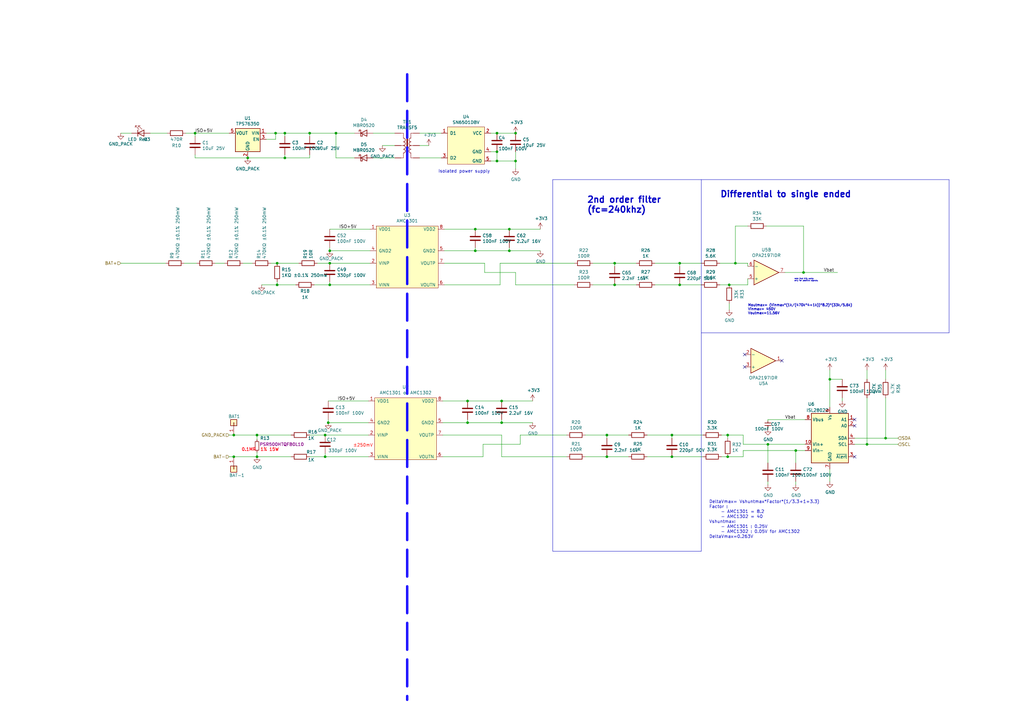
<source format=kicad_sch>
(kicad_sch (version 20230121) (generator eeschema)

  (uuid 876b9c34-ba45-4bcc-858f-64bb062a9549)

  (paper "A3")

  (title_block
    (date "2023-10-19")
    (rev "V0.1")
    (company "teTra")
  )

  (lib_symbols
    (symbol "Amplifier_Operational:OPA2376xxD" (pin_names (offset 0.127)) (in_bom yes) (on_board yes)
      (property "Reference" "U" (at 0 5.08 0)
        (effects (font (size 1.27 1.27)) (justify left))
      )
      (property "Value" "OPA2376xxD" (at 0 -5.08 0)
        (effects (font (size 1.27 1.27)) (justify left))
      )
      (property "Footprint" "" (at 0 0 0)
        (effects (font (size 1.27 1.27)) hide)
      )
      (property "Datasheet" "http://www.ti.com/lit/ds/symlink/opa376.pdf" (at 0 0 0)
        (effects (font (size 1.27 1.27)) hide)
      )
      (property "ki_locked" "" (at 0 0 0)
        (effects (font (size 1.27 1.27)))
      )
      (property "ki_keywords" "dual opamp" (at 0 0 0)
        (effects (font (size 1.27 1.27)) hide)
      )
      (property "ki_description" "Dual Low-Noise, Low Quiescent Current, Precision Operational Amplifier e-trim Series, SOIC-8" (at 0 0 0)
        (effects (font (size 1.27 1.27)) hide)
      )
      (property "ki_fp_filters" "SOIC*3.9x4.9mm*P1.27mm* DIP*W7.62mm* TO*99* OnSemi*Micro8* TSSOP*3x3mm*P0.65mm* TSSOP*4.4x3mm*P0.65mm* MSOP*3x3mm*P0.65mm* SSOP*3.9x4.9mm*P0.635mm* LFCSP*2x2mm*P0.5mm* *SIP* SOIC*5.3x6.2mm*P1.27mm*" (at 0 0 0)
        (effects (font (size 1.27 1.27)) hide)
      )
      (symbol "OPA2376xxD_1_1"
        (polyline
          (pts
            (xy -5.08 5.08)
            (xy 5.08 0)
            (xy -5.08 -5.08)
            (xy -5.08 5.08)
          )
          (stroke (width 0.254) (type default))
          (fill (type background))
        )
        (pin output line (at 7.62 0 180) (length 2.54)
          (name "~" (effects (font (size 1.27 1.27))))
          (number "1" (effects (font (size 1.27 1.27))))
        )
        (pin input line (at -7.62 -2.54 0) (length 2.54)
          (name "-" (effects (font (size 1.27 1.27))))
          (number "2" (effects (font (size 1.27 1.27))))
        )
        (pin input line (at -7.62 2.54 0) (length 2.54)
          (name "+" (effects (font (size 1.27 1.27))))
          (number "3" (effects (font (size 1.27 1.27))))
        )
      )
      (symbol "OPA2376xxD_2_1"
        (polyline
          (pts
            (xy -5.08 5.08)
            (xy 5.08 0)
            (xy -5.08 -5.08)
            (xy -5.08 5.08)
          )
          (stroke (width 0.254) (type default))
          (fill (type background))
        )
        (pin input line (at -7.62 2.54 0) (length 2.54)
          (name "+" (effects (font (size 1.27 1.27))))
          (number "5" (effects (font (size 1.27 1.27))))
        )
        (pin input line (at -7.62 -2.54 0) (length 2.54)
          (name "-" (effects (font (size 1.27 1.27))))
          (number "6" (effects (font (size 1.27 1.27))))
        )
        (pin output line (at 7.62 0 180) (length 2.54)
          (name "~" (effects (font (size 1.27 1.27))))
          (number "7" (effects (font (size 1.27 1.27))))
        )
      )
      (symbol "OPA2376xxD_3_1"
        (pin power_in line (at -2.54 -7.62 90) (length 3.81)
          (name "V-" (effects (font (size 1.27 1.27))))
          (number "4" (effects (font (size 1.27 1.27))))
        )
        (pin power_in line (at -2.54 7.62 270) (length 3.81)
          (name "V+" (effects (font (size 1.27 1.27))))
          (number "8" (effects (font (size 1.27 1.27))))
        )
      )
    )
    (symbol "BMS-Master-rescue:+3.3V-power" (power) (pin_names (offset 0)) (in_bom yes) (on_board yes)
      (property "Reference" "#PWR" (at 0 -3.81 0)
        (effects (font (size 1.27 1.27)) hide)
      )
      (property "Value" "+3.3V-power" (at 0 3.556 0)
        (effects (font (size 1.27 1.27)))
      )
      (property "Footprint" "" (at 0 0 0)
        (effects (font (size 1.27 1.27)) hide)
      )
      (property "Datasheet" "" (at 0 0 0)
        (effects (font (size 1.27 1.27)) hide)
      )
      (symbol "+3.3V-power_0_1"
        (polyline
          (pts
            (xy -0.762 1.27)
            (xy 0 2.54)
          )
          (stroke (width 0) (type solid))
          (fill (type none))
        )
        (polyline
          (pts
            (xy 0 0)
            (xy 0 2.54)
          )
          (stroke (width 0) (type solid))
          (fill (type none))
        )
        (polyline
          (pts
            (xy 0 2.54)
            (xy 0.762 1.27)
          )
          (stroke (width 0) (type solid))
          (fill (type none))
        )
      )
      (symbol "+3.3V-power_1_1"
        (pin power_in line (at 0 0 90) (length 0) hide
          (name "+3V3" (effects (font (size 1.27 1.27))))
          (number "1" (effects (font (size 1.27 1.27))))
        )
      )
    )
    (symbol "BMS-Master-rescue:C-Device" (pin_numbers hide) (pin_names (offset 0.254)) (in_bom yes) (on_board yes)
      (property "Reference" "C" (at 0.635 2.54 0)
        (effects (font (size 1.27 1.27)) (justify left))
      )
      (property "Value" "Device_C" (at 0.635 -2.54 0)
        (effects (font (size 1.27 1.27)) (justify left))
      )
      (property "Footprint" "" (at 0.9652 -3.81 0)
        (effects (font (size 1.27 1.27)) hide)
      )
      (property "Datasheet" "" (at 0 0 0)
        (effects (font (size 1.27 1.27)) hide)
      )
      (property "ki_fp_filters" "C_*" (at 0 0 0)
        (effects (font (size 1.27 1.27)) hide)
      )
      (symbol "C-Device_0_1"
        (polyline
          (pts
            (xy -2.032 -0.762)
            (xy 2.032 -0.762)
          )
          (stroke (width 0.508) (type solid))
          (fill (type none))
        )
        (polyline
          (pts
            (xy -2.032 0.762)
            (xy 2.032 0.762)
          )
          (stroke (width 0.508) (type solid))
          (fill (type none))
        )
      )
      (symbol "C-Device_1_1"
        (pin passive line (at 0 3.81 270) (length 2.794)
          (name "~" (effects (font (size 1.27 1.27))))
          (number "1" (effects (font (size 1.27 1.27))))
        )
        (pin passive line (at 0 -3.81 90) (length 2.794)
          (name "~" (effects (font (size 1.27 1.27))))
          (number "2" (effects (font (size 1.27 1.27))))
        )
      )
    )
    (symbol "BMS-Master-rescue:INA226-Analog_ADC-BMS-Master-rescue" (in_bom yes) (on_board yes)
      (property "Reference" "U" (at 3.81 11.43 0)
        (effects (font (size 1.27 1.27)))
      )
      (property "Value" "INA226-Analog_ADC-BMS-Master-rescue" (at 5.08 -11.43 0)
        (effects (font (size 1.27 1.27)))
      )
      (property "Footprint" "Package_SO:MSOP-10_3x3mm_P0.5mm" (at 1.27 2.54 0)
        (effects (font (size 1.27 1.27)) hide)
      )
      (property "Datasheet" "" (at 8.89 -2.54 0)
        (effects (font (size 1.27 1.27)) hide)
      )
      (property "ki_fp_filters" "MSOP*3x3mm*P0.5mm*" (at 0 0 0)
        (effects (font (size 1.27 1.27)) hide)
      )
      (symbol "INA226-Analog_ADC-BMS-Master-rescue_0_1"
        (rectangle (start 7.62 10.16) (end -7.62 -10.16)
          (stroke (width 0.254) (type solid))
          (fill (type background))
        )
      )
      (symbol "INA226-Analog_ADC-BMS-Master-rescue_1_1"
        (pin passive line (at 10.16 7.62 180) (length 2.54)
          (name "A1" (effects (font (size 1.27 1.27))))
          (number "1" (effects (font (size 1.27 1.27))))
        )
        (pin input line (at -10.16 -2.54 0) (length 2.54)
          (name "Vin+" (effects (font (size 1.27 1.27))))
          (number "10" (effects (font (size 1.27 1.27))))
        )
        (pin passive line (at 10.16 5.08 180) (length 2.54)
          (name "A0" (effects (font (size 1.27 1.27))))
          (number "2" (effects (font (size 1.27 1.27))))
        )
        (pin open_collector line (at 10.16 -7.62 180) (length 2.54)
          (name "~{Alert}" (effects (font (size 1.27 1.27))))
          (number "3" (effects (font (size 1.27 1.27))))
        )
        (pin bidirectional line (at 10.16 0 180) (length 2.54)
          (name "SDA" (effects (font (size 1.27 1.27))))
          (number "4" (effects (font (size 1.27 1.27))))
        )
        (pin input line (at 10.16 -2.54 180) (length 2.54)
          (name "SCL" (effects (font (size 1.27 1.27))))
          (number "5" (effects (font (size 1.27 1.27))))
        )
        (pin power_in line (at 0 12.7 270) (length 2.54)
          (name "Vs" (effects (font (size 1.27 1.27))))
          (number "6" (effects (font (size 1.27 1.27))))
        )
        (pin power_in line (at 0 -12.7 90) (length 2.54)
          (name "GND" (effects (font (size 1.27 1.27))))
          (number "7" (effects (font (size 1.27 1.27))))
        )
        (pin input line (at -10.16 7.62 0) (length 2.54)
          (name "Vbus" (effects (font (size 1.27 1.27))))
          (number "8" (effects (font (size 1.27 1.27))))
        )
        (pin input line (at -10.16 -5.08 0) (length 2.54)
          (name "Vin-" (effects (font (size 1.27 1.27))))
          (number "9" (effects (font (size 1.27 1.27))))
        )
      )
    )
    (symbol "BMS-Master-rescue:R-Device-BMS-Master-rescue" (pin_numbers hide) (pin_names (offset 0)) (in_bom yes) (on_board yes)
      (property "Reference" "R" (at 2.032 0 90)
        (effects (font (size 1.27 1.27)))
      )
      (property "Value" "R-Device-BMS-Master-rescue" (at 0 0 90)
        (effects (font (size 1.27 1.27)))
      )
      (property "Footprint" "" (at -1.778 0 90)
        (effects (font (size 1.27 1.27)) hide)
      )
      (property "Datasheet" "" (at 0 0 0)
        (effects (font (size 1.27 1.27)) hide)
      )
      (property "ki_fp_filters" "*:R_*" (at 0 0 0)
        (effects (font (size 1.27 1.27)) hide)
      )
      (symbol "R-Device-BMS-Master-rescue_0_1"
        (rectangle (start -1.016 -2.54) (end 1.016 2.54)
          (stroke (width 0.254) (type solid))
          (fill (type none))
        )
      )
      (symbol "R-Device-BMS-Master-rescue_1_1"
        (pin passive line (at 0 3.81 270) (length 1.27)
          (name "~" (effects (font (size 1.27 1.27))))
          (number "1" (effects (font (size 1.27 1.27))))
        )
        (pin passive line (at 0 -3.81 90) (length 1.27)
          (name "~" (effects (font (size 1.27 1.27))))
          (number "2" (effects (font (size 1.27 1.27))))
        )
      )
    )
    (symbol "BMS-Master-rescue:TPS76350-Regulator_Linear" (pin_names (offset 0.254)) (in_bom yes) (on_board yes)
      (property "Reference" "U" (at -3.81 5.715 0)
        (effects (font (size 1.27 1.27)))
      )
      (property "Value" "Regulator_Linear_TPS76350" (at 0 5.715 0)
        (effects (font (size 1.27 1.27)) (justify left))
      )
      (property "Footprint" "Package_TO_SOT_SMD:SOT-23-5" (at 0 8.255 0)
        (effects (font (size 1.27 1.27) italic) hide)
      )
      (property "Datasheet" "" (at 0 0 0)
        (effects (font (size 1.27 1.27)) hide)
      )
      (property "ki_fp_filters" "SOT?23*" (at 0 0 0)
        (effects (font (size 1.27 1.27)) hide)
      )
      (symbol "TPS76350-Regulator_Linear_0_1"
        (rectangle (start -5.08 4.445) (end 5.08 -5.08)
          (stroke (width 0.254) (type solid))
          (fill (type background))
        )
      )
      (symbol "TPS76350-Regulator_Linear_1_1"
        (pin power_in line (at -7.62 2.54 0) (length 2.54)
          (name "VIN" (effects (font (size 1.27 1.27))))
          (number "1" (effects (font (size 1.27 1.27))))
        )
        (pin power_in line (at 0 -7.62 90) (length 2.54)
          (name "GND" (effects (font (size 1.27 1.27))))
          (number "2" (effects (font (size 1.27 1.27))))
        )
        (pin input line (at -7.62 0 0) (length 2.54)
          (name "EN" (effects (font (size 1.27 1.27))))
          (number "3" (effects (font (size 1.27 1.27))))
        )
        (pin no_connect line (at 7.62 0 180) (length 2.54) hide
          (name "NC" (effects (font (size 1.27 1.27))))
          (number "4" (effects (font (size 1.27 1.27))))
        )
        (pin power_out line (at 7.62 2.54 180) (length 2.54)
          (name "VOUT" (effects (font (size 1.27 1.27))))
          (number "5" (effects (font (size 1.27 1.27))))
        )
      )
    )
    (symbol "Connector_Generic:Conn_01x01" (pin_names (offset 1.016) hide) (in_bom yes) (on_board yes)
      (property "Reference" "J" (at 0 2.54 0)
        (effects (font (size 1.27 1.27)))
      )
      (property "Value" "Conn_01x01" (at 0 -2.54 0)
        (effects (font (size 1.27 1.27)))
      )
      (property "Footprint" "" (at 0 0 0)
        (effects (font (size 1.27 1.27)) hide)
      )
      (property "Datasheet" "~" (at 0 0 0)
        (effects (font (size 1.27 1.27)) hide)
      )
      (property "ki_keywords" "connector" (at 0 0 0)
        (effects (font (size 1.27 1.27)) hide)
      )
      (property "ki_description" "Generic connector, single row, 01x01, script generated (kicad-library-utils/schlib/autogen/connector/)" (at 0 0 0)
        (effects (font (size 1.27 1.27)) hide)
      )
      (property "ki_fp_filters" "Connector*:*_1x??_*" (at 0 0 0)
        (effects (font (size 1.27 1.27)) hide)
      )
      (symbol "Conn_01x01_1_1"
        (rectangle (start -1.27 0.127) (end 0 -0.127)
          (stroke (width 0.1524) (type default))
          (fill (type none))
        )
        (rectangle (start -1.27 1.27) (end 1.27 -1.27)
          (stroke (width 0.254) (type default))
          (fill (type background))
        )
        (pin passive line (at -5.08 0 0) (length 3.81)
          (name "Pin_1" (effects (font (size 1.27 1.27))))
          (number "1" (effects (font (size 1.27 1.27))))
        )
      )
    )
    (symbol "Device:C" (pin_numbers hide) (pin_names (offset 0.254)) (in_bom yes) (on_board yes)
      (property "Reference" "C" (at 0.635 2.54 0)
        (effects (font (size 1.27 1.27)) (justify left))
      )
      (property "Value" "C" (at 0.635 -2.54 0)
        (effects (font (size 1.27 1.27)) (justify left))
      )
      (property "Footprint" "" (at 0.9652 -3.81 0)
        (effects (font (size 1.27 1.27)) hide)
      )
      (property "Datasheet" "~" (at 0 0 0)
        (effects (font (size 1.27 1.27)) hide)
      )
      (property "ki_keywords" "cap capacitor" (at 0 0 0)
        (effects (font (size 1.27 1.27)) hide)
      )
      (property "ki_description" "Unpolarized capacitor" (at 0 0 0)
        (effects (font (size 1.27 1.27)) hide)
      )
      (property "ki_fp_filters" "C_*" (at 0 0 0)
        (effects (font (size 1.27 1.27)) hide)
      )
      (symbol "C_1_1"
        (polyline
          (pts
            (xy -1.27 -0.508)
            (xy 1.27 -0.508)
          )
          (stroke (width 0.254) (type default))
          (fill (type none))
        )
        (polyline
          (pts
            (xy -1.27 0.508)
            (xy 1.27 0.508)
          )
          (stroke (width 0.254) (type default))
          (fill (type none))
        )
        (pin passive line (at 0 1.27 270) (length 0.762)
          (name "~" (effects (font (size 1.27 1.27))))
          (number "1" (effects (font (size 1.27 1.27))))
        )
        (pin passive line (at 0 -1.27 90) (length 0.762)
          (name "~" (effects (font (size 1.27 1.27))))
          (number "2" (effects (font (size 1.27 1.27))))
        )
      )
    )
    (symbol "Device:LED" (pin_numbers hide) (pin_names (offset 1.016) hide) (in_bom yes) (on_board yes)
      (property "Reference" "D" (at -0.762 -2.54 0)
        (effects (font (size 1.27 1.27)))
      )
      (property "Value" "LED" (at -0.762 4.318 0)
        (effects (font (size 1.27 1.27)))
      )
      (property "Footprint" "" (at 0 0 0)
        (effects (font (size 1.27 1.27)) hide)
      )
      (property "Datasheet" "~" (at 0 0 0)
        (effects (font (size 1.27 1.27)) hide)
      )
      (property "ki_keywords" "LED diode" (at 0 0 0)
        (effects (font (size 1.27 1.27)) hide)
      )
      (property "ki_description" "Light emitting diode" (at 0 0 0)
        (effects (font (size 1.27 1.27)) hide)
      )
      (property "ki_fp_filters" "LED* LED_SMD:* LED_THT:*" (at 0 0 0)
        (effects (font (size 1.27 1.27)) hide)
      )
      (symbol "LED_0_1"
        (polyline
          (pts
            (xy 1.27 0)
            (xy -1.27 0)
          )
          (stroke (width 0) (type default))
          (fill (type none))
        )
        (polyline
          (pts
            (xy 1.27 1.27)
            (xy 1.27 -1.27)
          )
          (stroke (width 0.254) (type default))
          (fill (type none))
        )
        (polyline
          (pts
            (xy -1.27 1.27)
            (xy -1.27 -1.27)
            (xy 1.27 0)
            (xy -1.27 1.27)
          )
          (stroke (width 0.254) (type default))
          (fill (type none))
        )
        (polyline
          (pts
            (xy -0.508 1.524)
            (xy 1.016 3.048)
            (xy 0.254 3.048)
            (xy 1.016 3.048)
            (xy 1.016 2.286)
          )
          (stroke (width 0) (type default))
          (fill (type none))
        )
        (polyline
          (pts
            (xy 0.762 1.524)
            (xy 2.286 3.048)
            (xy 1.524 3.048)
            (xy 2.286 3.048)
            (xy 2.286 2.286)
          )
          (stroke (width 0) (type default))
          (fill (type none))
        )
      )
      (symbol "LED_1_1"
        (pin passive line (at 3.81 0 180) (length 2.54)
          (name "K" (effects (font (size 1.27 1.27))))
          (number "1" (effects (font (size 1.27 1.27))))
        )
        (pin passive line (at -3.81 0 0) (length 2.54)
          (name "A" (effects (font (size 1.27 1.27))))
          (number "2" (effects (font (size 1.27 1.27))))
        )
      )
    )
    (symbol "Device:R" (pin_numbers hide) (pin_names (offset 0)) (in_bom yes) (on_board yes)
      (property "Reference" "R" (at 2.032 0 90)
        (effects (font (size 1.27 1.27)))
      )
      (property "Value" "R" (at 0 0 90)
        (effects (font (size 1.27 1.27)))
      )
      (property "Footprint" "" (at -1.778 0 90)
        (effects (font (size 1.27 1.27)) hide)
      )
      (property "Datasheet" "~" (at 0 0 0)
        (effects (font (size 1.27 1.27)) hide)
      )
      (property "ki_keywords" "R res resistor" (at 0 0 0)
        (effects (font (size 1.27 1.27)) hide)
      )
      (property "ki_description" "Resistor" (at 0 0 0)
        (effects (font (size 1.27 1.27)) hide)
      )
      (property "ki_fp_filters" "R_*" (at 0 0 0)
        (effects (font (size 1.27 1.27)) hide)
      )
      (symbol "R_0_1"
        (rectangle (start -1.016 -2.54) (end 1.016 2.54)
          (stroke (width 0.254) (type default))
          (fill (type none))
        )
      )
      (symbol "R_1_1"
        (pin passive line (at 0 3.81 270) (length 1.27)
          (name "~" (effects (font (size 1.27 1.27))))
          (number "1" (effects (font (size 1.27 1.27))))
        )
        (pin passive line (at 0 -3.81 90) (length 1.27)
          (name "~" (effects (font (size 1.27 1.27))))
          (number "2" (effects (font (size 1.27 1.27))))
        )
      )
    )
    (symbol "Device:R_Small" (pin_numbers hide) (pin_names (offset 0.254) hide) (in_bom yes) (on_board yes)
      (property "Reference" "R" (at 0.762 0.508 0)
        (effects (font (size 1.27 1.27)) (justify left))
      )
      (property "Value" "R_Small" (at 0.762 -1.016 0)
        (effects (font (size 1.27 1.27)) (justify left))
      )
      (property "Footprint" "" (at 0 0 0)
        (effects (font (size 1.27 1.27)) hide)
      )
      (property "Datasheet" "~" (at 0 0 0)
        (effects (font (size 1.27 1.27)) hide)
      )
      (property "ki_keywords" "R resistor" (at 0 0 0)
        (effects (font (size 1.27 1.27)) hide)
      )
      (property "ki_description" "Resistor, small symbol" (at 0 0 0)
        (effects (font (size 1.27 1.27)) hide)
      )
      (property "ki_fp_filters" "R_*" (at 0 0 0)
        (effects (font (size 1.27 1.27)) hide)
      )
      (symbol "R_Small_0_1"
        (rectangle (start -0.762 1.778) (end 0.762 -1.778)
          (stroke (width 0.2032) (type default))
          (fill (type none))
        )
      )
      (symbol "R_Small_1_1"
        (pin passive line (at 0 2.54 270) (length 0.762)
          (name "~" (effects (font (size 1.27 1.27))))
          (number "1" (effects (font (size 1.27 1.27))))
        )
        (pin passive line (at 0 -2.54 90) (length 0.762)
          (name "~" (effects (font (size 1.27 1.27))))
          (number "2" (effects (font (size 1.27 1.27))))
        )
      )
    )
    (symbol "Diode:MBR0520" (pin_numbers hide) (pin_names (offset 1.016) hide) (in_bom yes) (on_board yes)
      (property "Reference" "D" (at 0 2.54 0)
        (effects (font (size 1.27 1.27)))
      )
      (property "Value" "MBR0520" (at 0 -2.54 0)
        (effects (font (size 1.27 1.27)))
      )
      (property "Footprint" "Diode_SMD:D_SOD-123" (at 0 -4.445 0)
        (effects (font (size 1.27 1.27)) hide)
      )
      (property "Datasheet" "http://www.mccsemi.com/up_pdf/MBR0520~MBR0580(SOD123).pdf" (at 0 0 0)
        (effects (font (size 1.27 1.27)) hide)
      )
      (property "ki_keywords" "diode Schottky" (at 0 0 0)
        (effects (font (size 1.27 1.27)) hide)
      )
      (property "ki_description" "20V 0.5A Schottky Power Rectifier Diode, SOD-123" (at 0 0 0)
        (effects (font (size 1.27 1.27)) hide)
      )
      (property "ki_fp_filters" "D*SOD?123*" (at 0 0 0)
        (effects (font (size 1.27 1.27)) hide)
      )
      (symbol "MBR0520_0_1"
        (polyline
          (pts
            (xy 1.27 0)
            (xy -1.27 0)
          )
          (stroke (width 0) (type default))
          (fill (type none))
        )
        (polyline
          (pts
            (xy 1.27 1.27)
            (xy 1.27 -1.27)
            (xy -1.27 0)
            (xy 1.27 1.27)
          )
          (stroke (width 0.254) (type default))
          (fill (type none))
        )
        (polyline
          (pts
            (xy -1.905 0.635)
            (xy -1.905 1.27)
            (xy -1.27 1.27)
            (xy -1.27 -1.27)
            (xy -0.635 -1.27)
            (xy -0.635 -0.635)
          )
          (stroke (width 0.254) (type default))
          (fill (type none))
        )
      )
      (symbol "MBR0520_1_1"
        (pin passive line (at -3.81 0 0) (length 2.54)
          (name "K" (effects (font (size 1.27 1.27))))
          (number "1" (effects (font (size 1.27 1.27))))
        )
        (pin passive line (at 3.81 0 180) (length 2.54)
          (name "A" (effects (font (size 1.27 1.27))))
          (number "2" (effects (font (size 1.27 1.27))))
        )
      )
    )
    (symbol "ENNOID:AMC1301" (pin_names (offset 1.016)) (in_bom yes) (on_board yes)
      (property "Reference" "U" (at -10.16 16.51 0)
        (effects (font (size 1.27 1.27)))
      )
      (property "Value" "AMC1301" (at -6.35 13.97 0)
        (effects (font (size 1.27 1.27)))
      )
      (property "Footprint" "" (at 0 0 0)
        (effects (font (size 1.27 1.27)) hide)
      )
      (property "Datasheet" "" (at 0 0 0)
        (effects (font (size 1.27 1.27)) hide)
      )
      (symbol "AMC1301_0_1"
        (rectangle (start -12.7 12.7) (end 12.7 -12.7)
          (stroke (width 0) (type solid))
          (fill (type background))
        )
      )
      (symbol "AMC1301_1_1"
        (pin input line (at -15.24 11.43 0) (length 2.54)
          (name "VDD1" (effects (font (size 1.27 1.27))))
          (number "1" (effects (font (size 1.27 1.27))))
        )
        (pin input line (at -15.24 -2.54 0) (length 2.54)
          (name "VINP" (effects (font (size 1.27 1.27))))
          (number "2" (effects (font (size 1.27 1.27))))
        )
        (pin input line (at -15.24 -11.43 0) (length 2.54)
          (name "VINN" (effects (font (size 1.27 1.27))))
          (number "3" (effects (font (size 1.27 1.27))))
        )
        (pin input line (at -15.24 2.54 0) (length 2.54)
          (name "GND2" (effects (font (size 1.27 1.27))))
          (number "4" (effects (font (size 1.27 1.27))))
        )
        (pin input line (at 15.24 2.54 180) (length 2.54)
          (name "GND2" (effects (font (size 1.27 1.27))))
          (number "5" (effects (font (size 1.27 1.27))))
        )
        (pin input line (at 15.24 -11.43 180) (length 2.54)
          (name "VOUTN" (effects (font (size 1.27 1.27))))
          (number "6" (effects (font (size 1.27 1.27))))
        )
        (pin input line (at 15.24 -2.54 180) (length 2.54)
          (name "VOUTP" (effects (font (size 1.27 1.27))))
          (number "7" (effects (font (size 1.27 1.27))))
        )
        (pin input line (at 15.24 11.43 180) (length 2.54)
          (name "VDD2" (effects (font (size 1.27 1.27))))
          (number "8" (effects (font (size 1.27 1.27))))
        )
      )
    )
    (symbol "ENNOID:SN65601DBV" (pin_names (offset 1.016)) (in_bom yes) (on_board yes)
      (property "Reference" "U" (at 0 -8.89 0)
        (effects (font (size 1.27 1.27)))
      )
      (property "Value" "SN65601DBV" (at 0 8.89 0)
        (effects (font (size 1.27 1.27)))
      )
      (property "Footprint" "" (at 11.43 -1.27 0)
        (effects (font (size 1.27 1.27)) hide)
      )
      (property "Datasheet" "" (at 0 0 0)
        (effects (font (size 1.27 1.27)) hide)
      )
      (symbol "SN65601DBV_0_1"
        (rectangle (start -7.62 7.62) (end 7.62 -7.62)
          (stroke (width 0) (type solid))
          (fill (type background))
        )
      )
      (symbol "SN65601DBV_1_1"
        (pin input line (at -10.16 5.08 0) (length 2.54)
          (name "D1" (effects (font (size 1.27 1.27))))
          (number "1" (effects (font (size 1.27 1.27))))
        )
        (pin input line (at 10.16 5.08 180) (length 2.54)
          (name "VCC" (effects (font (size 1.27 1.27))))
          (number "2" (effects (font (size 1.27 1.27))))
        )
        (pin input line (at -10.16 -5.08 0) (length 2.54)
          (name "D2" (effects (font (size 1.27 1.27))))
          (number "3" (effects (font (size 1.27 1.27))))
        )
        (pin input line (at 10.16 -2.54 180) (length 2.54)
          (name "GND" (effects (font (size 1.27 1.27))))
          (number "4" (effects (font (size 1.27 1.27))))
        )
        (pin input line (at 10.16 -6.35 180) (length 2.54)
          (name "GND" (effects (font (size 1.27 1.27))))
          (number "5" (effects (font (size 1.27 1.27))))
        )
      )
    )
    (symbol "Transformer:TRANSF5" (pin_numbers hide) (pin_names (offset 0)) (in_bom yes) (on_board yes)
      (property "Reference" "TR" (at 0 6.35 0)
        (effects (font (size 1.27 1.27)))
      )
      (property "Value" "TRANSF5" (at 0 -6.35 0)
        (effects (font (size 1.27 1.27)))
      )
      (property "Footprint" "" (at 0 0 0)
        (effects (font (size 1.27 1.27)) hide)
      )
      (property "Datasheet" "" (at 0 0 0)
        (effects (font (size 1.27 1.27)) hide)
      )
      (symbol "TRANSF5_0_1"
        (arc (start -1.524 -3.048) (mid -0.7653 -2.286) (end -1.524 -1.524)
          (stroke (width 0.2032) (type default))
          (fill (type none))
        )
        (arc (start -1.524 -1.524) (mid -0.7653 -0.762) (end -1.524 0)
          (stroke (width 0.2032) (type default))
          (fill (type none))
        )
        (arc (start -1.524 0) (mid -0.7653 0.762) (end -1.524 1.524)
          (stroke (width 0.2032) (type default))
          (fill (type none))
        )
        (arc (start -1.524 1.524) (mid -0.7653 2.286) (end -1.524 3.048)
          (stroke (width 0.2032) (type default))
          (fill (type none))
        )
        (rectangle (start -0.254 3.048) (end 0.254 -3.048)
          (stroke (width 0.0254) (type default))
          (fill (type outline))
        )
        (polyline
          (pts
            (xy -1.524 0)
            (xy -2.54 0)
            (xy -2.54 0)
          )
          (stroke (width 0) (type default))
          (fill (type outline))
        )
        (polyline
          (pts
            (xy 1.524 0)
            (xy 2.54 0)
            (xy 2.54 0)
          )
          (stroke (width 0) (type default))
          (fill (type outline))
        )
        (polyline
          (pts
            (xy -2.54 5.08)
            (xy -1.524 5.08)
            (xy -1.524 3.048)
            (xy -1.524 3.048)
          )
          (stroke (width 0.1524) (type default))
          (fill (type none))
        )
        (polyline
          (pts
            (xy -1.524 -3.048)
            (xy -1.524 -5.08)
            (xy -2.54 -5.08)
            (xy -2.54 -5.08)
          )
          (stroke (width 0.1524) (type default))
          (fill (type none))
        )
        (polyline
          (pts
            (xy 1.524 3.048)
            (xy 1.524 5.08)
            (xy 2.54 5.08)
            (xy 2.54 5.08)
          )
          (stroke (width 0.1524) (type default))
          (fill (type none))
        )
        (polyline
          (pts
            (xy 2.54 -5.08)
            (xy 1.524 -5.08)
            (xy 1.524 -3.048)
            (xy 1.524 -3.048)
          )
          (stroke (width 0.1524) (type default))
          (fill (type none))
        )
        (arc (start 1.524 -1.524) (mid 0.7653 -2.286) (end 1.524 -3.048)
          (stroke (width 0.2032) (type default))
          (fill (type none))
        )
        (arc (start 1.524 0) (mid 0.7653 -0.762) (end 1.524 -1.524)
          (stroke (width 0.2032) (type default))
          (fill (type none))
        )
        (arc (start 1.524 1.524) (mid 0.7653 0.762) (end 1.524 0)
          (stroke (width 0.2032) (type default))
          (fill (type none))
        )
        (arc (start 1.524 3.048) (mid 0.7653 2.286) (end 1.524 1.524)
          (stroke (width 0.2032) (type default))
          (fill (type none))
        )
      )
      (symbol "TRANSF5_1_1"
        (pin passive line (at -5.08 5.08 0) (length 2.54)
          (name "~" (effects (font (size 1.27 1.27))))
          (number "1" (effects (font (size 1.27 1.27))))
        )
        (pin passive line (at -5.08 0 0) (length 2.54)
          (name "~" (effects (font (size 1.27 1.27))))
          (number "2" (effects (font (size 1.27 1.27))))
        )
        (pin passive line (at -5.08 -5.08 0) (length 2.54)
          (name "~" (effects (font (size 1.27 1.27))))
          (number "3" (effects (font (size 1.27 1.27))))
        )
        (pin passive line (at 5.08 -5.08 180) (length 2.54)
          (name "~" (effects (font (size 1.27 1.27))))
          (number "4" (effects (font (size 1.27 1.27))))
        )
        (pin passive line (at 5.08 0 180) (length 2.54)
          (name "~" (effects (font (size 1.27 1.27))))
          (number "5" (effects (font (size 1.27 1.27))))
        )
        (pin passive line (at 5.08 5.08 180) (length 2.54)
          (name "~" (effects (font (size 1.27 1.27))))
          (number "6" (effects (font (size 1.27 1.27))))
        )
      )
    )
    (symbol "power:+3V3" (power) (pin_names (offset 0)) (in_bom yes) (on_board yes)
      (property "Reference" "#PWR" (at 0 -3.81 0)
        (effects (font (size 1.27 1.27)) hide)
      )
      (property "Value" "+3V3" (at 0 3.556 0)
        (effects (font (size 1.27 1.27)))
      )
      (property "Footprint" "" (at 0 0 0)
        (effects (font (size 1.27 1.27)) hide)
      )
      (property "Datasheet" "" (at 0 0 0)
        (effects (font (size 1.27 1.27)) hide)
      )
      (property "ki_keywords" "global power" (at 0 0 0)
        (effects (font (size 1.27 1.27)) hide)
      )
      (property "ki_description" "Power symbol creates a global label with name \"+3V3\"" (at 0 0 0)
        (effects (font (size 1.27 1.27)) hide)
      )
      (symbol "+3V3_0_1"
        (polyline
          (pts
            (xy -0.762 1.27)
            (xy 0 2.54)
          )
          (stroke (width 0) (type default))
          (fill (type none))
        )
        (polyline
          (pts
            (xy 0 0)
            (xy 0 2.54)
          )
          (stroke (width 0) (type default))
          (fill (type none))
        )
        (polyline
          (pts
            (xy 0 2.54)
            (xy 0.762 1.27)
          )
          (stroke (width 0) (type default))
          (fill (type none))
        )
      )
      (symbol "+3V3_1_1"
        (pin power_in line (at 0 0 90) (length 0) hide
          (name "+3V3" (effects (font (size 1.27 1.27))))
          (number "1" (effects (font (size 1.27 1.27))))
        )
      )
    )
    (symbol "power:GND" (power) (pin_names (offset 0)) (in_bom yes) (on_board yes)
      (property "Reference" "#PWR" (at 0 -6.35 0)
        (effects (font (size 1.27 1.27)) hide)
      )
      (property "Value" "GND" (at 0 -3.81 0)
        (effects (font (size 1.27 1.27)))
      )
      (property "Footprint" "" (at 0 0 0)
        (effects (font (size 1.27 1.27)) hide)
      )
      (property "Datasheet" "" (at 0 0 0)
        (effects (font (size 1.27 1.27)) hide)
      )
      (property "ki_keywords" "global power" (at 0 0 0)
        (effects (font (size 1.27 1.27)) hide)
      )
      (property "ki_description" "Power symbol creates a global label with name \"GND\" , ground" (at 0 0 0)
        (effects (font (size 1.27 1.27)) hide)
      )
      (symbol "GND_0_1"
        (polyline
          (pts
            (xy 0 0)
            (xy 0 -1.27)
            (xy 1.27 -1.27)
            (xy 0 -2.54)
            (xy -1.27 -1.27)
            (xy 0 -1.27)
          )
          (stroke (width 0) (type default))
          (fill (type none))
        )
      )
      (symbol "GND_1_1"
        (pin power_in line (at 0 0 270) (length 0) hide
          (name "GND" (effects (font (size 1.27 1.27))))
          (number "1" (effects (font (size 1.27 1.27))))
        )
      )
    )
    (symbol "power:GND_PACK" (power) (pin_names (offset 0)) (in_bom yes) (on_board yes)
      (property "Reference" "#PWR" (at 0 -6.35 0)
        (effects (font (size 1.27 1.27)) hide)
      )
      (property "Value" "GND_PACK" (at 0 -3.81 0)
        (effects (font (size 1.27 1.27)))
      )
      (property "Footprint" "" (at 0 0 0)
        (effects (font (size 1.27 1.27)) hide)
      )
      (property "Datasheet" "" (at 0 0 0)
        (effects (font (size 1.27 1.27)) hide)
      )
      (property "ki_keywords" "global power" (at 0 0 0)
        (effects (font (size 1.27 1.27)) hide)
      )
      (property "ki_description" "Power symbol creates a global label with name \"GND_PACK\" , ground" (at 0 0 0)
        (effects (font (size 1.27 1.27)) hide)
      )
      (symbol "GND_PACK_0_1"
        (polyline
          (pts
            (xy 0 0)
            (xy 0 -1.27)
            (xy 1.27 -1.27)
            (xy 0 -2.54)
            (xy -1.27 -1.27)
            (xy 0 -1.27)
          )
          (stroke (width 0) (type default))
          (fill (type none))
        )
      )
      (symbol "GND_PACK_1_1"
        (pin power_in line (at 0 0 270) (length 0) hide
          (name "GND_PACK" (effects (font (size 1.27 1.27))))
          (number "1" (effects (font (size 1.27 1.27))))
        )
      )
    )
  )

  (junction (at 135.255 102.87) (diameter 0) (color 0 0 0 0)
    (uuid 0057f9f2-b274-41d0-8254-27fa6c857238)
  )
  (junction (at 252.095 107.95) (diameter 0) (color 0 0 0 0)
    (uuid 093703fa-0bcc-41ca-bf13-311e2c95ee18)
  )
  (junction (at 248.92 178.435) (diameter 0) (color 0 0 0 0)
    (uuid 125ac5e9-ae2b-49b7-92ae-32e2af0a7e37)
  )
  (junction (at 137.795 54.61) (diameter 0) (color 0 0 0 0)
    (uuid 16b47a2b-5f01-4efc-ba51-dc3b37256ae9)
  )
  (junction (at 80.01 54.61) (diameter 0) (color 0 0 0 0)
    (uuid 185485d3-84f4-4b7a-8697-20f35d481a93)
  )
  (junction (at 326.39 184.785) (diameter 0) (color 0 0 0 0)
    (uuid 189462bc-2cf9-4adb-9814-f4117bd47417)
  )
  (junction (at 211.455 66.04) (diameter 0) (color 0 0 0 0)
    (uuid 1bddd003-043c-4bce-9931-b40317996cf7)
  )
  (junction (at 203.835 62.23) (diameter 0) (color 0 0 0 0)
    (uuid 1f5c3e0c-07e7-4461-8e98-eb9f236b3c7a)
  )
  (junction (at 301.625 107.95) (diameter 0) (color 0 0 0 0)
    (uuid 221edf3b-5c13-423d-ba4c-0452a9168d60)
  )
  (junction (at 101.6 64.77) (diameter 0) (color 0 0 0 0)
    (uuid 2fa44f9d-de6a-4bc6-9136-5106e53b57b6)
  )
  (junction (at 208.915 102.87) (diameter 0) (color 0 0 0 0)
    (uuid 31f5afa6-1d1a-43c8-912f-9ba55fb126bc)
  )
  (junction (at 298.45 178.435) (diameter 0) (color 0 0 0 0)
    (uuid 32b09fb3-0ad5-420e-9a82-cee236a24f0b)
  )
  (junction (at 133.35 187.325) (diameter 0) (color 0 0 0 0)
    (uuid 354273c7-9b62-4dfa-85a5-41d02c844d9f)
  )
  (junction (at 135.255 116.84) (diameter 0) (color 0 0 0 0)
    (uuid 3e970632-bf21-471b-9684-c991000630ca)
  )
  (junction (at 340.36 155.575) (diameter 0) (color 0 0 0 0)
    (uuid 3f1d6600-1634-473a-bdea-8fb5f71c895d)
  )
  (junction (at 95.885 178.435) (diameter 0) (color 0 0 0 0)
    (uuid 469eb94d-d498-4a7e-8b08-ca524d4b9505)
  )
  (junction (at 205.74 164.465) (diameter 0) (color 0 0 0 0)
    (uuid 5278818f-75cd-496e-ade5-aeab4b757314)
  )
  (junction (at 275.59 178.435) (diameter 0) (color 0 0 0 0)
    (uuid 57a7ac96-1b1f-4ac8-a6b9-c90d0137fa0d)
  )
  (junction (at 208.915 93.98) (diameter 0) (color 0 0 0 0)
    (uuid 58ccfc5c-8333-4ad7-b150-feb8c953bed7)
  )
  (junction (at 113.665 116.84) (diameter 0) (color 0 0 0 0)
    (uuid 666d201d-ddc1-41d4-96ae-3d9d1d3f27b6)
  )
  (junction (at 203.835 54.61) (diameter 0) (color 0 0 0 0)
    (uuid 675e499a-343a-4199-9103-9feecad1925e)
  )
  (junction (at 363.22 179.705) (diameter 0) (color 0 0 0 0)
    (uuid 6e9feca0-55fe-4af6-b8e8-551d6fbdb929)
  )
  (junction (at 314.96 182.245) (diameter 0) (color 0 0 0 0)
    (uuid 71ad26df-f92a-44dd-a40e-57e9feb52eae)
  )
  (junction (at 329.565 111.76) (diameter 0) (color 0 0 0 0)
    (uuid 73104df4-f07f-4510-be79-4f10b38605e7)
  )
  (junction (at 116.84 64.77) (diameter 0) (color 0 0 0 0)
    (uuid 7c31c897-7f18-440b-a5c7-7b3588564ef5)
  )
  (junction (at 134.62 173.355) (diameter 0) (color 0 0 0 0)
    (uuid 7ccd2b7f-e490-4009-b5da-fc21944acd23)
  )
  (junction (at 127 54.61) (diameter 0) (color 0 0 0 0)
    (uuid 83a8ec6d-7fcb-478f-8d85-91ab0af41690)
  )
  (junction (at 105.41 187.325) (diameter 0) (color 0 0 0 0)
    (uuid 859d5239-e6c9-4544-95cd-e4c5613799b1)
  )
  (junction (at 248.92 187.325) (diameter 0) (color 0 0 0 0)
    (uuid 888a3e32-75cd-45a7-b888-cecbe159af69)
  )
  (junction (at 275.59 187.325) (diameter 0) (color 0 0 0 0)
    (uuid 9a0f1abd-e706-4c97-8508-6f9f107ddaa7)
  )
  (junction (at 116.84 54.61) (diameter 0) (color 0 0 0 0)
    (uuid 9d556c3e-54d4-4924-9754-47c5df02c194)
  )
  (junction (at 113.03 54.61) (diameter 0) (color 0 0 0 0)
    (uuid a78df827-22c1-4ad5-a352-ca809535747d)
  )
  (junction (at 298.45 187.325) (diameter 0) (color 0 0 0 0)
    (uuid af939b2e-15a0-4e97-bca1-8a8c790b1501)
  )
  (junction (at 278.765 116.84) (diameter 0) (color 0 0 0 0)
    (uuid b69a0fcf-a6bb-4a50-a908-cf2d70db974f)
  )
  (junction (at 191.77 164.465) (diameter 0) (color 0 0 0 0)
    (uuid b75b9949-c29a-4a88-aed6-efe1b757d058)
  )
  (junction (at 135.255 107.95) (diameter 0) (color 0 0 0 0)
    (uuid be6abf60-ee63-45d4-adc3-f4f9adcb1d46)
  )
  (junction (at 194.945 102.87) (diameter 0) (color 0 0 0 0)
    (uuid c4df7601-13fa-4528-9229-c1062863b1f8)
  )
  (junction (at 203.835 66.04) (diameter 0) (color 0 0 0 0)
    (uuid c7fc50c5-1186-4e13-bae8-65a768c602e7)
  )
  (junction (at 205.74 173.355) (diameter 0) (color 0 0 0 0)
    (uuid d432cd8c-a958-4edc-9b0f-d911da5479c5)
  )
  (junction (at 278.765 107.95) (diameter 0) (color 0 0 0 0)
    (uuid d7da2519-1f40-4bd3-989e-8f122da04fd8)
  )
  (junction (at 252.095 116.84) (diameter 0) (color 0 0 0 0)
    (uuid d8b7280c-1d2b-4d68-8514-cb7b73e87669)
  )
  (junction (at 194.945 93.98) (diameter 0) (color 0 0 0 0)
    (uuid d99e1e77-d273-48d4-a80a-058cae7d8537)
  )
  (junction (at 299.085 116.84) (diameter 0) (color 0 0 0 0)
    (uuid dd9f5560-a394-42d7-867c-7b17aa85649e)
  )
  (junction (at 113.665 107.95) (diameter 0) (color 0 0 0 0)
    (uuid deba0f31-58e2-4ba4-ac6e-5a387e5dca78)
  )
  (junction (at 191.77 173.355) (diameter 0) (color 0 0 0 0)
    (uuid e30f2481-9aaa-4a1a-8fe0-f0f6fa4da926)
  )
  (junction (at 211.455 54.61) (diameter 0) (color 0 0 0 0)
    (uuid e9a2fd16-04ab-48e5-bd1d-db04ad182247)
  )
  (junction (at 133.35 178.435) (diameter 0) (color 0 0 0 0)
    (uuid ec2aaec1-901d-43b8-9f2f-f21f13528bfe)
  )
  (junction (at 105.41 178.435) (diameter 0) (color 0 0 0 0)
    (uuid ef84a8b6-0195-4b58-907a-2a18e8d733d2)
  )
  (junction (at 355.6 182.245) (diameter 0) (color 0 0 0 0)
    (uuid f9354b30-7809-4d11-8aeb-3270fbd03254)
  )
  (junction (at 95.885 187.325) (diameter 0) (color 0 0 0 0)
    (uuid fb33c254-a3c5-4dec-b02d-2078fc86f587)
  )

  (no_connect (at 320.675 147.955) (uuid 1f0b7ee2-1162-4795-b475-ac43d20c2039))
  (no_connect (at 350.52 187.325) (uuid 29469e03-c31f-43c1-9fc0-bdfee6b879a5))
  (no_connect (at 305.435 150.495) (uuid 387d263e-5786-48b4-86bb-49f85a974740))
  (no_connect (at 350.52 174.625) (uuid 39d8c956-1e2a-4daa-b197-270afaa4038f))
  (no_connect (at 305.435 145.415) (uuid 5f7545a7-774c-4225-8e98-cf13e920d21f))
  (no_connect (at 350.52 172.085) (uuid 8bcd9b0a-76c3-41fa-a86e-2ca64e9662cd))

  (wire (pts (xy 355.6 163.195) (xy 355.6 182.245))
    (stroke (width 0) (type default))
    (uuid 00505ed1-7c66-4d39-bb5f-a9e05a674397)
  )
  (wire (pts (xy 181.61 164.465) (xy 191.77 164.465))
    (stroke (width 0) (type default))
    (uuid 00f67a4c-521b-438e-ab49-7a9c3f8e7287)
  )
  (wire (pts (xy 88.265 107.95) (xy 92.075 107.95))
    (stroke (width 0) (type default))
    (uuid 048b99e2-be31-4c93-bafc-530bbc1547ce)
  )
  (wire (pts (xy 135.255 116.84) (xy 135.255 115.57))
    (stroke (width 0) (type default))
    (uuid 068c18ca-3b3d-4cdf-aa12-747a1bc9378b)
  )
  (wire (pts (xy 203.835 66.04) (xy 211.455 66.04))
    (stroke (width 0) (type default))
    (uuid 0c70770e-e8fa-422e-b248-83a8c128f546)
  )
  (wire (pts (xy 306.705 114.3) (xy 306.705 116.84))
    (stroke (width 0) (type default))
    (uuid 0f845f59-1885-48a7-b518-adf55733182d)
  )
  (wire (pts (xy 205.74 187.325) (xy 232.41 187.325))
    (stroke (width 0) (type default))
    (uuid 107de057-2dfa-4dd0-8bd4-c0c89ca6df6b)
  )
  (wire (pts (xy 326.39 184.785) (xy 326.39 189.865))
    (stroke (width 0) (type default))
    (uuid 12c473fc-2908-441f-b373-9980ac426e2f)
  )
  (wire (pts (xy 153.035 54.61) (xy 161.925 54.61))
    (stroke (width 0) (type default))
    (uuid 16da7a8a-bfd5-4751-8095-2adfc9b1154e)
  )
  (wire (pts (xy 198.12 182.245) (xy 198.12 187.325))
    (stroke (width 0) (type default))
    (uuid 1a825799-30c7-43b7-9c2e-fefb2b3fa7c5)
  )
  (wire (pts (xy 80.01 63.5) (xy 80.01 64.77))
    (stroke (width 0) (type default))
    (uuid 1b5c50ce-7a9b-4d1d-af2c-b9ce71169b84)
  )
  (wire (pts (xy 306.705 107.95) (xy 306.705 109.22))
    (stroke (width 0) (type default))
    (uuid 218e8d14-7989-49fe-852b-e67c84a140b0)
  )
  (wire (pts (xy 75.565 107.95) (xy 80.645 107.95))
    (stroke (width 0) (type default))
    (uuid 21a2a973-530a-4409-8a4e-e6805033f0de)
  )
  (wire (pts (xy 314.96 172.085) (xy 330.2 172.085))
    (stroke (width 0) (type default))
    (uuid 248cd289-9a9d-4df1-8686-5e5987bf9b08)
  )
  (wire (pts (xy 345.44 163.195) (xy 345.44 164.465))
    (stroke (width 0) (type default))
    (uuid 254d88fd-3a0c-4425-8dfc-ab6961ee51fb)
  )
  (wire (pts (xy 134.62 173.355) (xy 134.62 172.085))
    (stroke (width 0) (type default))
    (uuid 25557b42-f402-421d-aa8a-1b01dc653ad6)
  )
  (wire (pts (xy 304.8 182.245) (xy 314.96 182.245))
    (stroke (width 0) (type default))
    (uuid 25ecba46-cd74-46f6-82e0-dc934ebb012b)
  )
  (polyline (pts (xy 226.695 73.66) (xy 226.695 226.06))
    (stroke (width 0) (type default))
    (uuid 28be6803-52ca-4e88-aa90-9bd6708f5b2d)
  )

  (wire (pts (xy 205.74 178.435) (xy 205.74 187.325))
    (stroke (width 0) (type default))
    (uuid 293e56fa-2a30-438c-8bae-608e3b082701)
  )
  (wire (pts (xy 252.095 109.22) (xy 252.095 107.95))
    (stroke (width 0) (type default))
    (uuid 2aa985f1-476f-4a2e-9cc6-b60408601d85)
  )
  (wire (pts (xy 314.96 189.865) (xy 314.96 182.245))
    (stroke (width 0) (type default))
    (uuid 2dc9f32d-449a-4b13-9196-baf2936e457e)
  )
  (wire (pts (xy 194.945 101.6) (xy 194.945 102.87))
    (stroke (width 0) (type default))
    (uuid 30c46a37-ec25-4e1f-8d66-7b16a8ecb8bb)
  )
  (wire (pts (xy 213.36 182.245) (xy 198.12 182.245))
    (stroke (width 0) (type default))
    (uuid 312b9036-d370-418f-8336-a7028f1ae013)
  )
  (wire (pts (xy 198.755 107.95) (xy 198.755 111.76))
    (stroke (width 0) (type default))
    (uuid 3160cb92-88f3-4513-9cb4-ecc15bebdaaf)
  )
  (wire (pts (xy 301.625 92.71) (xy 301.625 107.95))
    (stroke (width 0) (type default))
    (uuid 322b7bd0-8dbe-4130-aaac-d13655fff4b6)
  )
  (wire (pts (xy 116.84 54.61) (xy 127 54.61))
    (stroke (width 0) (type default))
    (uuid 32cf9966-d393-4eba-9546-506d813c5c05)
  )
  (wire (pts (xy 304.8 187.325) (xy 304.8 184.785))
    (stroke (width 0) (type default))
    (uuid 332ffb91-e38d-4a21-8771-9a94d46b663a)
  )
  (polyline (pts (xy 389.255 73.66) (xy 389.255 136.525))
    (stroke (width 0) (type default))
    (uuid 35c9bd62-de04-4b2d-a40d-ac286585f9d1)
  )

  (wire (pts (xy 257.81 187.325) (xy 248.92 187.325))
    (stroke (width 0) (type default))
    (uuid 39748c73-dd0c-458e-8794-7a7740ecf8a4)
  )
  (wire (pts (xy 208.915 102.87) (xy 208.915 101.6))
    (stroke (width 0) (type default))
    (uuid 3a8099b6-11f4-4c11-aadd-19929f5e9f1b)
  )
  (wire (pts (xy 201.295 54.61) (xy 203.835 54.61))
    (stroke (width 0) (type default))
    (uuid 3ac0d62a-f4eb-4022-a48a-42432a03fbf5)
  )
  (wire (pts (xy 329.565 111.76) (xy 343.535 111.76))
    (stroke (width 0) (type default))
    (uuid 3afb3d88-5503-4a33-acdc-e93282949c84)
  )
  (wire (pts (xy 295.91 187.325) (xy 298.45 187.325))
    (stroke (width 0) (type default))
    (uuid 3c01b22c-b786-4f94-9430-0d94ea003bdd)
  )
  (wire (pts (xy 182.245 93.98) (xy 194.945 93.98))
    (stroke (width 0) (type default))
    (uuid 3f55fc33-6c3d-426e-b162-ef06f6542933)
  )
  (wire (pts (xy 275.59 179.705) (xy 275.59 178.435))
    (stroke (width 0) (type default))
    (uuid 4287562b-1413-408e-9fb2-abbaa077c437)
  )
  (wire (pts (xy 182.245 107.95) (xy 198.755 107.95))
    (stroke (width 0) (type default))
    (uuid 42ab1122-8404-4376-b7e6-078de74af93e)
  )
  (wire (pts (xy 295.275 107.95) (xy 301.625 107.95))
    (stroke (width 0) (type default))
    (uuid 433af00a-ebc9-42a9-8c95-694b4b96366a)
  )
  (wire (pts (xy 134.62 173.355) (xy 151.13 173.355))
    (stroke (width 0) (type default))
    (uuid 44632a59-2e76-4465-87f4-9eec28d80746)
  )
  (wire (pts (xy 68.58 54.61) (xy 61.595 54.61))
    (stroke (width 0) (type default))
    (uuid 463f80a2-8c16-4ac5-87ed-1fa92f949be8)
  )
  (wire (pts (xy 172.085 54.61) (xy 180.975 54.61))
    (stroke (width 0) (type default))
    (uuid 46a03e5f-c076-483c-9c2f-92252d617452)
  )
  (wire (pts (xy 198.755 111.76) (xy 211.455 111.76))
    (stroke (width 0) (type default))
    (uuid 46c70f2b-02b3-48f3-a857-ba5a77b9d43b)
  )
  (wire (pts (xy 109.22 57.15) (xy 113.03 57.15))
    (stroke (width 0) (type default))
    (uuid 4753472c-b7b2-46b4-8e27-f029ef6d2a11)
  )
  (wire (pts (xy 205.105 116.84) (xy 205.105 107.95))
    (stroke (width 0) (type default))
    (uuid 481f77ce-6d9f-4603-a695-3f479fa04fb8)
  )
  (wire (pts (xy 116.84 64.77) (xy 127 64.77))
    (stroke (width 0) (type default))
    (uuid 49675d11-5408-4e6a-a5e4-9e063b9b7085)
  )
  (wire (pts (xy 194.945 93.98) (xy 208.915 93.98))
    (stroke (width 0) (type default))
    (uuid 4a089e8b-220a-43ac-8179-343824f0aa8a)
  )
  (polyline (pts (xy 287.655 73.66) (xy 287.655 226.06))
    (stroke (width 0) (type default))
    (uuid 51fc329b-521b-4e7d-9a19-02ab523a877f)
  )

  (wire (pts (xy 355.6 151.765) (xy 355.6 155.575))
    (stroke (width 0) (type default))
    (uuid 5590620c-8414-4dbc-a81d-20355f389d3e)
  )
  (wire (pts (xy 275.59 178.435) (xy 288.29 178.435))
    (stroke (width 0) (type default))
    (uuid 56e9c69c-a67b-4430-800d-adf95a0f3d85)
  )
  (polyline (pts (xy 226.695 226.06) (xy 287.655 226.06))
    (stroke (width 0) (type default))
    (uuid 59b54fb4-a4de-4ef7-bce7-37f79ce3c73b)
  )

  (wire (pts (xy 53.975 54.61) (xy 49.53 54.61))
    (stroke (width 0) (type default))
    (uuid 5a360143-30fa-4555-b589-b023dc98704f)
  )
  (wire (pts (xy 133.35 186.055) (xy 133.35 187.325))
    (stroke (width 0) (type default))
    (uuid 5b43aac2-cde6-4f3d-adf4-6ec86ae1737e)
  )
  (wire (pts (xy 363.22 179.705) (xy 368.3 179.705))
    (stroke (width 0) (type default))
    (uuid 5c073899-4ebc-436e-a188-8da634aff30e)
  )
  (wire (pts (xy 101.6 64.77) (xy 116.84 64.77))
    (stroke (width 0) (type default))
    (uuid 60893407-b0fa-4b8e-97eb-20257c5a0c4d)
  )
  (wire (pts (xy 248.92 179.705) (xy 248.92 178.435))
    (stroke (width 0) (type default))
    (uuid 63ffeece-e103-43b3-b629-3b8074515094)
  )
  (wire (pts (xy 145.415 64.77) (xy 137.795 64.77))
    (stroke (width 0) (type default))
    (uuid 64f6c6f6-1c3b-4129-b74a-43c1b99151f7)
  )
  (wire (pts (xy 205.74 173.355) (xy 205.74 172.085))
    (stroke (width 0) (type default))
    (uuid 66df04ca-1276-4f45-aac3-1aca4e34e7aa)
  )
  (wire (pts (xy 298.45 178.435) (xy 298.45 179.705))
    (stroke (width 0) (type default))
    (uuid 6c70a6c5-1477-46c6-8484-143c9813937c)
  )
  (wire (pts (xy 203.835 62.23) (xy 203.835 66.04))
    (stroke (width 0) (type default))
    (uuid 6c762790-9dc2-45ac-b619-ecb93e5da353)
  )
  (wire (pts (xy 314.96 182.245) (xy 330.2 182.245))
    (stroke (width 0) (type default))
    (uuid 71052562-3e77-4446-97e4-ef7c8bb41ff0)
  )
  (wire (pts (xy 161.925 59.69) (xy 156.845 59.69))
    (stroke (width 0) (type default))
    (uuid 7170db69-b8d6-4dce-973e-6d7df5e05e62)
  )
  (wire (pts (xy 95.885 187.325) (xy 105.41 187.325))
    (stroke (width 0) (type default))
    (uuid 735078db-a4b2-47a9-a026-2f5031a5a1e6)
  )
  (wire (pts (xy 135.255 102.87) (xy 135.255 101.6))
    (stroke (width 0) (type default))
    (uuid 7374ade0-b1ee-4da8-87e0-37c024689d28)
  )
  (wire (pts (xy 345.44 155.575) (xy 340.36 155.575))
    (stroke (width 0) (type default))
    (uuid 7567ed3e-c1ef-4c9e-af46-cfdaddabd7c3)
  )
  (wire (pts (xy 326.39 184.785) (xy 304.8 184.785))
    (stroke (width 0) (type default))
    (uuid 7695867a-ec8a-4afa-9f46-d34c6c4e2ed2)
  )
  (wire (pts (xy 80.01 64.77) (xy 101.6 64.77))
    (stroke (width 0) (type default))
    (uuid 772d257f-07aa-47d6-9940-3cf2227e3e8e)
  )
  (wire (pts (xy 49.53 107.95) (xy 67.945 107.95))
    (stroke (width 0) (type default))
    (uuid 78121222-c706-4231-ae70-21a8d958ab93)
  )
  (wire (pts (xy 151.13 178.435) (xy 133.35 178.435))
    (stroke (width 0) (type default))
    (uuid 78bb489f-42b6-4a9f-a32e-b519e85a8f1f)
  )
  (wire (pts (xy 340.36 151.765) (xy 340.36 155.575))
    (stroke (width 0) (type default))
    (uuid 7a3fde8d-2a14-4cb9-a69e-ab646ef43581)
  )
  (wire (pts (xy 288.29 187.325) (xy 275.59 187.325))
    (stroke (width 0) (type default))
    (uuid 7b694776-d182-4e64-a8af-07922c280019)
  )
  (wire (pts (xy 211.455 62.23) (xy 211.455 66.04))
    (stroke (width 0) (type default))
    (uuid 7b78be78-937b-4998-8aba-090ea275cafe)
  )
  (wire (pts (xy 113.665 107.95) (xy 122.555 107.95))
    (stroke (width 0) (type default))
    (uuid 7cd5a086-cec5-4d53-a6d8-1e8e3688e883)
  )
  (wire (pts (xy 278.765 107.95) (xy 268.605 107.95))
    (stroke (width 0) (type default))
    (uuid 7e10db24-3fa2-4d39-82b2-30bfc8382e87)
  )
  (wire (pts (xy 201.295 62.23) (xy 203.835 62.23))
    (stroke (width 0) (type default))
    (uuid 7f522cdb-9321-4368-9758-18d03c74fabe)
  )
  (wire (pts (xy 127 54.61) (xy 137.795 54.61))
    (stroke (width 0) (type default))
    (uuid 80015e19-6593-4f61-ae70-08f62ede6de8)
  )
  (wire (pts (xy 137.795 54.61) (xy 137.795 64.77))
    (stroke (width 0) (type default))
    (uuid 80683b55-72f8-4d9e-8715-571cd48e28e3)
  )
  (wire (pts (xy 350.52 179.705) (xy 363.22 179.705))
    (stroke (width 0) (type default))
    (uuid 81d329ba-99ce-48e8-bb73-28a972fc3804)
  )
  (wire (pts (xy 127 55.88) (xy 127 54.61))
    (stroke (width 0) (type default))
    (uuid 8325dfd3-9b32-4a5b-b47a-c2a7d5e60fad)
  )
  (wire (pts (xy 321.945 111.76) (xy 329.565 111.76))
    (stroke (width 0) (type default))
    (uuid 844eb412-b975-4287-b760-7375f0126737)
  )
  (wire (pts (xy 105.41 180.34) (xy 105.41 178.435))
    (stroke (width 0) (type default))
    (uuid 8794c277-fad4-4b92-90be-06888631f007)
  )
  (wire (pts (xy 95.885 178.435) (xy 105.41 178.435))
    (stroke (width 0) (type default))
    (uuid 884f3163-8e80-4391-807d-ac8dfcdf5b14)
  )
  (wire (pts (xy 205.74 173.355) (xy 218.44 173.355))
    (stroke (width 0) (type default))
    (uuid 8bd36e75-227e-4ac0-93e1-c0e97b04d8ff)
  )
  (wire (pts (xy 191.77 173.355) (xy 205.74 173.355))
    (stroke (width 0) (type default))
    (uuid 8c4b642b-4d39-4da9-96f6-433c50626c74)
  )
  (wire (pts (xy 203.835 66.04) (xy 201.295 66.04))
    (stroke (width 0) (type default))
    (uuid 8c926e3d-3627-4418-a1e7-fd7fac24d900)
  )
  (wire (pts (xy 243.205 116.84) (xy 252.095 116.84))
    (stroke (width 0) (type default))
    (uuid 8c95e830-e882-436e-a29a-5973a538bba5)
  )
  (wire (pts (xy 99.695 107.95) (xy 103.505 107.95))
    (stroke (width 0) (type default))
    (uuid 8c9c451d-5e90-48ac-aa22-727e706fdd23)
  )
  (wire (pts (xy 113.03 54.61) (xy 116.84 54.61))
    (stroke (width 0) (type default))
    (uuid 956bd94f-1591-413f-9efa-04391219341e)
  )
  (wire (pts (xy 182.245 116.84) (xy 205.105 116.84))
    (stroke (width 0) (type default))
    (uuid 96862ccd-bcfd-4d6d-b19d-a0206c78de6d)
  )
  (wire (pts (xy 301.625 107.95) (xy 306.705 107.95))
    (stroke (width 0) (type default))
    (uuid 9731acfd-40fa-49aa-a213-d6b970bb8aa4)
  )
  (wire (pts (xy 314.96 175.26) (xy 314.96 175.895))
    (stroke (width 0) (type default))
    (uuid 97e089a7-3b86-47fa-8670-e9cb0660b193)
  )
  (wire (pts (xy 340.36 155.575) (xy 340.36 167.005))
    (stroke (width 0) (type default))
    (uuid 97f226aa-05aa-4e0b-b2b3-a8ae16d29e7e)
  )
  (wire (pts (xy 105.41 187.325) (xy 119.38 187.325))
    (stroke (width 0) (type default))
    (uuid 980ea754-60cc-4617-90fe-003a0a9f2240)
  )
  (wire (pts (xy 80.01 54.61) (xy 93.98 54.61))
    (stroke (width 0) (type default))
    (uuid 9a048f5d-e846-4853-ae82-8176836487e9)
  )
  (wire (pts (xy 80.01 55.88) (xy 80.01 54.61))
    (stroke (width 0) (type default))
    (uuid 9cbc05bd-878d-4bb6-953b-84be17846763)
  )
  (wire (pts (xy 326.39 184.785) (xy 330.2 184.785))
    (stroke (width 0) (type default))
    (uuid 9eb1b989-be37-4e92-9ccc-38eb4c02d5bd)
  )
  (wire (pts (xy 113.665 116.84) (xy 113.665 115.57))
    (stroke (width 0) (type default))
    (uuid a01ee96a-9c61-4e5d-8d99-f0775f7c6d1a)
  )
  (wire (pts (xy 105.41 185.42) (xy 105.41 187.325))
    (stroke (width 0) (type default))
    (uuid a074995c-03c1-4476-a58d-9bcef9429a6a)
  )
  (wire (pts (xy 172.085 59.69) (xy 175.895 59.69))
    (stroke (width 0) (type default))
    (uuid a2ec501c-fc6c-4d50-ad83-796d833a0277)
  )
  (wire (pts (xy 278.765 107.95) (xy 287.655 107.95))
    (stroke (width 0) (type default))
    (uuid a30e9438-e41d-45dd-9aa6-e0c99c416289)
  )
  (wire (pts (xy 181.61 178.435) (xy 205.74 178.435))
    (stroke (width 0) (type default))
    (uuid a3593e74-d932-4284-8e46-e7572a29e23d)
  )
  (wire (pts (xy 299.085 116.84) (xy 295.275 116.84))
    (stroke (width 0) (type default))
    (uuid a4032e99-3b38-4743-8b66-ced784292bd5)
  )
  (wire (pts (xy 93.98 178.435) (xy 95.885 178.435))
    (stroke (width 0) (type default))
    (uuid a60930eb-6ee2-476f-947b-b7ab5f8205c7)
  )
  (wire (pts (xy 275.59 178.435) (xy 265.43 178.435))
    (stroke (width 0) (type default))
    (uuid a7673289-ae8c-4695-ae19-2984446f6664)
  )
  (wire (pts (xy 205.74 164.465) (xy 218.44 164.465))
    (stroke (width 0) (type default))
    (uuid a850bd49-b830-40c2-af02-9ece85e98196)
  )
  (wire (pts (xy 314.325 92.71) (xy 329.565 92.71))
    (stroke (width 0) (type default))
    (uuid a88f682a-4c38-40df-8722-4114431efed3)
  )
  (wire (pts (xy 191.77 164.465) (xy 205.74 164.465))
    (stroke (width 0) (type default))
    (uuid a8d6ee18-4ed6-440e-815d-bdd62df01b7c)
  )
  (wire (pts (xy 135.255 102.87) (xy 151.765 102.87))
    (stroke (width 0) (type default))
    (uuid a93eb088-d679-4f09-8155-47b2de892274)
  )
  (wire (pts (xy 151.13 164.465) (xy 134.62 164.465))
    (stroke (width 0) (type default))
    (uuid a9442be0-8894-4927-9988-1c5d1194d217)
  )
  (wire (pts (xy 135.255 107.95) (xy 151.765 107.95))
    (stroke (width 0) (type default))
    (uuid abe86132-1136-476e-a55a-9f77b1ac24de)
  )
  (wire (pts (xy 350.52 182.245) (xy 355.6 182.245))
    (stroke (width 0) (type default))
    (uuid ad2d9022-a6e8-479a-945b-fa3843730825)
  )
  (wire (pts (xy 211.455 111.76) (xy 211.455 116.84))
    (stroke (width 0) (type default))
    (uuid aedf6591-dbec-4fb0-a475-9932893c47dc)
  )
  (wire (pts (xy 205.105 107.95) (xy 235.585 107.95))
    (stroke (width 0) (type default))
    (uuid af2d69ae-3b42-4ca2-b47f-355ee7c6441b)
  )
  (wire (pts (xy 252.095 107.95) (xy 260.985 107.95))
    (stroke (width 0) (type default))
    (uuid b4abc6c7-a1bc-4ca1-a9f8-8ecbac704a6d)
  )
  (wire (pts (xy 181.61 173.355) (xy 191.77 173.355))
    (stroke (width 0) (type default))
    (uuid b6215040-00aa-4625-9e0b-e34de6949a4c)
  )
  (wire (pts (xy 172.085 64.77) (xy 180.975 64.77))
    (stroke (width 0) (type default))
    (uuid b6d8e0a3-1aea-4018-ba93-3911aeb5cea8)
  )
  (wire (pts (xy 109.22 54.61) (xy 113.03 54.61))
    (stroke (width 0) (type default))
    (uuid b80b07ca-d9cc-4aea-b1c0-634d18a33f74)
  )
  (wire (pts (xy 211.455 116.84) (xy 235.585 116.84))
    (stroke (width 0) (type default))
    (uuid b822d036-128c-473a-9884-b17f5f060a0a)
  )
  (wire (pts (xy 135.255 116.84) (xy 128.905 116.84))
    (stroke (width 0) (type default))
    (uuid b87cf0e7-c806-4924-ae78-7dc2ffd1f30e)
  )
  (wire (pts (xy 340.36 192.405) (xy 340.36 197.485))
    (stroke (width 0) (type default))
    (uuid bcfc773d-92d9-41a1-8897-52d86f2ee08f)
  )
  (wire (pts (xy 295.91 178.435) (xy 298.45 178.435))
    (stroke (width 0) (type default))
    (uuid be76b7b4-0499-4f97-a578-046d1e0e22d8)
  )
  (wire (pts (xy 105.41 178.435) (xy 119.38 178.435))
    (stroke (width 0) (type default))
    (uuid be829e7c-6ed0-4dd9-8add-a8d062a561b1)
  )
  (wire (pts (xy 355.6 182.245) (xy 368.3 182.245))
    (stroke (width 0) (type default))
    (uuid c047d92d-1fd6-4eb5-b778-2910f2a65595)
  )
  (polyline (pts (xy 389.255 136.525) (xy 287.655 136.525))
    (stroke (width 0) (type default))
    (uuid c4747440-c2de-4cd4-b45f-7ef2c1e3d9c0)
  )

  (wire (pts (xy 306.705 92.71) (xy 301.625 92.71))
    (stroke (width 0) (type default))
    (uuid c6d70ecd-7425-489b-9435-7bac61348875)
  )
  (wire (pts (xy 76.2 54.61) (xy 80.01 54.61))
    (stroke (width 0) (type default))
    (uuid c76cd567-c096-47ad-b43a-ff316f037925)
  )
  (wire (pts (xy 278.765 109.22) (xy 278.765 107.95))
    (stroke (width 0) (type default))
    (uuid c8cce510-e0ee-4562-bd58-704be59653b7)
  )
  (wire (pts (xy 252.095 107.95) (xy 243.205 107.95))
    (stroke (width 0) (type default))
    (uuid c9f3863e-683a-403e-a9a7-f947dc8416ea)
  )
  (wire (pts (xy 363.22 163.195) (xy 363.22 179.705))
    (stroke (width 0) (type default))
    (uuid cd636b5c-d5df-46ad-8639-9e7c76cdd414)
  )
  (wire (pts (xy 203.835 54.61) (xy 211.455 54.61))
    (stroke (width 0) (type default))
    (uuid cd8032a3-a6f9-4f4f-9673-80534492acde)
  )
  (wire (pts (xy 93.98 187.325) (xy 95.885 187.325))
    (stroke (width 0) (type default))
    (uuid ce0725f2-f21b-461e-a366-baca8cf3d773)
  )
  (wire (pts (xy 151.13 187.325) (xy 133.35 187.325))
    (stroke (width 0) (type default))
    (uuid ce29f892-12d3-45cd-b65e-71aa13e03f6e)
  )
  (wire (pts (xy 130.175 107.95) (xy 135.255 107.95))
    (stroke (width 0) (type default))
    (uuid d0a5f766-be85-4933-87a5-5c3f2b2c6a1a)
  )
  (polyline (pts (xy 226.695 73.66) (xy 389.255 73.66))
    (stroke (width 0) (type default))
    (uuid d104368f-ac88-4cfe-9629-9cdc6a8354c3)
  )

  (wire (pts (xy 191.77 172.085) (xy 191.77 173.355))
    (stroke (width 0) (type default))
    (uuid d34d0781-0741-42df-8eb1-462122f9eff5)
  )
  (wire (pts (xy 116.84 63.5) (xy 116.84 64.77))
    (stroke (width 0) (type default))
    (uuid d3eea12d-ea79-4869-b24e-95686752c149)
  )
  (wire (pts (xy 116.84 55.88) (xy 116.84 54.61))
    (stroke (width 0) (type default))
    (uuid d42f5c26-757f-44a5-9ead-80cb5ca389e2)
  )
  (wire (pts (xy 198.12 187.325) (xy 181.61 187.325))
    (stroke (width 0) (type default))
    (uuid d577b896-affc-42a3-a1ae-0e87e79d9632)
  )
  (wire (pts (xy 194.945 102.87) (xy 208.915 102.87))
    (stroke (width 0) (type default))
    (uuid d618c918-cf17-447d-92f3-96555955f093)
  )
  (wire (pts (xy 232.41 178.435) (xy 213.36 178.435))
    (stroke (width 0) (type default))
    (uuid db23db60-b27f-4b48-9068-ec97c17812eb)
  )
  (wire (pts (xy 133.35 187.325) (xy 127 187.325))
    (stroke (width 0) (type default))
    (uuid dce9cac2-cda5-412a-906c-b370ff1b1123)
  )
  (wire (pts (xy 137.795 54.61) (xy 145.415 54.61))
    (stroke (width 0) (type default))
    (uuid dce9e4de-c45e-4de6-86bb-6b7a5826dc2d)
  )
  (wire (pts (xy 113.665 116.84) (xy 121.285 116.84))
    (stroke (width 0) (type default))
    (uuid de2a31a8-ac46-4558-8c54-f4f15caf7b39)
  )
  (wire (pts (xy 111.125 107.95) (xy 113.665 107.95))
    (stroke (width 0) (type default))
    (uuid df29b41a-6190-4cfd-9438-f6b53162ce3b)
  )
  (wire (pts (xy 298.45 178.435) (xy 304.8 178.435))
    (stroke (width 0) (type default))
    (uuid df8115f7-6f1c-40a2-86c7-b7d7cf3b748d)
  )
  (wire (pts (xy 260.985 116.84) (xy 252.095 116.84))
    (stroke (width 0) (type default))
    (uuid dfe3c84b-620f-43a9-831c-af51fdbcc1ea)
  )
  (wire (pts (xy 314.96 172.085) (xy 314.96 172.72))
    (stroke (width 0) (type default))
    (uuid e024456d-d5fb-4cac-a3d7-e00313492ceb)
  )
  (polyline (pts (xy 167.005 30.48) (xy 167.005 287.02))
    (stroke (width 1) (type dash) (color 23 13 255 1))
    (uuid e09bbfef-cd7c-4c16-a8e5-7a8eecfd1085)
  )

  (wire (pts (xy 265.43 187.325) (xy 275.59 187.325))
    (stroke (width 0) (type default))
    (uuid e0d0ff9b-e13c-48ab-ad97-ecf8572dfe3e)
  )
  (wire (pts (xy 299.085 124.46) (xy 299.085 127))
    (stroke (width 0) (type default))
    (uuid e16362e2-644e-44c3-844a-f235622c7f15)
  )
  (wire (pts (xy 304.8 178.435) (xy 304.8 182.245))
    (stroke (width 0) (type default))
    (uuid e167f93c-0239-41a3-ab0d-d544fdb16f82)
  )
  (wire (pts (xy 306.705 116.84) (xy 299.085 116.84))
    (stroke (width 0) (type default))
    (uuid e2060400-a311-4043-a810-60c4ca672f72)
  )
  (wire (pts (xy 248.92 178.435) (xy 257.81 178.435))
    (stroke (width 0) (type default))
    (uuid e4cc137f-c6e8-43e0-936e-ffb9ffeeaeb8)
  )
  (wire (pts (xy 326.39 197.485) (xy 326.39 198.755))
    (stroke (width 0) (type default))
    (uuid e7967725-cb92-4086-84d2-559790dba5ef)
  )
  (wire (pts (xy 208.915 102.87) (xy 221.615 102.87))
    (stroke (width 0) (type default))
    (uuid e8f079b1-e8c6-4c5c-b978-d1c9e981119e)
  )
  (wire (pts (xy 363.22 151.765) (xy 363.22 155.575))
    (stroke (width 0) (type default))
    (uuid ea2b6a30-13bb-4338-95da-61f84de9e672)
  )
  (wire (pts (xy 213.36 178.435) (xy 213.36 182.245))
    (stroke (width 0) (type default))
    (uuid eb5f0238-389c-4032-97d4-5d0a255801c3)
  )
  (wire (pts (xy 314.96 197.485) (xy 314.96 198.755))
    (stroke (width 0) (type default))
    (uuid ebdec27f-a47f-43b2-9c17-7e0dad926183)
  )
  (wire (pts (xy 127 178.435) (xy 133.35 178.435))
    (stroke (width 0) (type default))
    (uuid ed6e0628-d91d-4e31-8dd5-cbcf99ed7cf9)
  )
  (wire (pts (xy 208.915 93.98) (xy 221.615 93.98))
    (stroke (width 0) (type default))
    (uuid efb66997-6655-4e8b-a4f9-9384b784ebc3)
  )
  (wire (pts (xy 329.565 92.71) (xy 329.565 111.76))
    (stroke (width 0) (type default))
    (uuid f11baf54-2328-4da4-88b6-81022a9ecb6b)
  )
  (wire (pts (xy 107.315 116.84) (xy 113.665 116.84))
    (stroke (width 0) (type default))
    (uuid f15b9078-243c-4f03-acfd-89deb8422992)
  )
  (wire (pts (xy 211.455 66.04) (xy 211.455 69.215))
    (stroke (width 0) (type default))
    (uuid f363e5f3-a00d-4a0c-813f-98afc2777bf4)
  )
  (wire (pts (xy 287.655 116.84) (xy 278.765 116.84))
    (stroke (width 0) (type default))
    (uuid f3d5cd3f-6ef9-47fe-a111-bef0ca87d244)
  )
  (wire (pts (xy 268.605 116.84) (xy 278.765 116.84))
    (stroke (width 0) (type default))
    (uuid f47775ac-379e-4229-8e04-c51d6ecea68f)
  )
  (wire (pts (xy 151.765 116.84) (xy 135.255 116.84))
    (stroke (width 0) (type default))
    (uuid f58bc9d6-48ab-495f-9819-f7309a299e98)
  )
  (wire (pts (xy 127 63.5) (xy 127 64.77))
    (stroke (width 0) (type default))
    (uuid f6059bcf-3f74-4a72-a79c-550bc9a4d9c3)
  )
  (wire (pts (xy 153.035 64.77) (xy 161.925 64.77))
    (stroke (width 0) (type default))
    (uuid f60b8e55-0fee-43d8-83f7-b5dd44607b7e)
  )
  (wire (pts (xy 298.45 187.325) (xy 304.8 187.325))
    (stroke (width 0) (type default))
    (uuid f6842d85-ea23-415e-b428-12a596d8299a)
  )
  (wire (pts (xy 151.765 93.98) (xy 135.255 93.98))
    (stroke (width 0) (type default))
    (uuid f956527a-dd10-4949-9972-3877ce51f5c0)
  )
  (wire (pts (xy 182.245 102.87) (xy 194.945 102.87))
    (stroke (width 0) (type default))
    (uuid faa6cf24-fa62-49d2-9d7e-6e9fab3e3ab7)
  )
  (wire (pts (xy 248.92 178.435) (xy 240.03 178.435))
    (stroke (width 0) (type default))
    (uuid fb5eb082-ee07-484f-a78f-5a5fed978537)
  )
  (wire (pts (xy 113.03 57.15) (xy 113.03 54.61))
    (stroke (width 0) (type default))
    (uuid fbe98be6-bfb2-4bae-913f-7e7c79008832)
  )
  (wire (pts (xy 248.92 187.325) (xy 240.03 187.325))
    (stroke (width 0) (type default))
    (uuid fff464bf-a8c5-47d1-a54c-223c43ad42b3)
  )

  (text "DeltaVmax= Vshuntmax*Factor*(1/3.3+1+3.3)\nFactor : \n	- AMC1301 = 8.2\n	- AMC1302 = 40\nVshuntmax:\n	- AMC1301 : 0.25V \n	- AMC1302 : 0.05V for AMC1302\nDeltaVmax=0.263V"
    (at 290.83 220.98 0)
    (effects (font (size 1.27 1.27)) (justify left bottom))
    (uuid 142434ab-0072-479c-acba-8751e7929ce0)
  )
  (text "note that this works\nonly for positive signals." (at 325.755 115.57 0)
    (effects (font (size 0.508 0.508)) (justify left bottom))
    (uuid 8e1f958e-dd9f-49e3-8a96-e764894a3c18)
  )
  (text "2nd order filter\n(fc=240khz)" (at 240.665 87.63 0)
    (effects (font (size 2.54 2.54) (thickness 0.508) bold) (justify left bottom))
    (uuid 9a977de9-1b7c-45cb-b374-a4d7c8c87f46)
  )
  (text "±250mV" (at 144.78 183.515 0)
    (effects (font (size 1.27 1.27) (color 255 14 8 1)) (justify left bottom))
    (uuid a3f70c30-f25b-4e79-90a4-eb2e44887f6f)
  )
  (text "Moutmax= (Vinmax*(1k/(470k*4+1k))*8.2)*(33k/5.6k)\nVinmax= 450V\nVoutmax=11.56V\n\n"
    (at 306.705 130.81 0)
    (effects (font (size 1.016 1.016) (thickness 0.2032) bold) (justify left bottom))
    (uuid a76f9be0-8fda-40a6-a775-0f04a8cde013)
  )
  (text "Isolated power supply" (at 179.705 71.12 0)
    (effects (font (size 1.27 1.27)) (justify left bottom))
    (uuid deb63bc9-7df3-4f31-95d8-e5c57d5aab55)
  )
  (text "Differential to single ended" (at 295.275 81.28 0)
    (effects (font (size 2.54 2.54) (thickness 0.508) bold) (justify left bottom))
    (uuid f91d39c0-d8a7-414d-bea9-d8473e65f54e)
  )

  (label "Vbat" (at 321.945 172.085 0) (fields_autoplaced)
    (effects (font (size 1.27 1.27)) (justify left bottom))
    (uuid 038e46ce-7f4b-4a9a-970c-d5df206212d9)
  )
  (label "ISO+5V" (at 80.01 54.61 0) (fields_autoplaced)
    (effects (font (size 1.27 1.27)) (justify left bottom))
    (uuid 42753eb0-7f1a-48f1-8775-37a7dcbfea18)
  )
  (label "Vbat" (at 337.82 111.76 0) (fields_autoplaced)
    (effects (font (size 1.27 1.27)) (justify left bottom))
    (uuid 72a707f0-1b46-4212-a2b2-af8361394c38)
  )
  (label "ISO+5V" (at 138.43 164.465 0) (fields_autoplaced)
    (effects (font (size 1.27 1.27)) (justify left bottom))
    (uuid 8d8f269b-4259-4376-a2c7-d4df0718bcbd)
  )
  (label "ISO+5V" (at 139.065 93.98 0) (fields_autoplaced)
    (effects (font (size 1.27 1.27)) (justify left bottom))
    (uuid c67d2680-3564-474b-ad09-655ce2ec5344)
  )

  (hierarchical_label "BAT+" (shape input) (at 49.53 107.95 180) (fields_autoplaced)
    (effects (font (size 1.27 1.27)) (justify right))
    (uuid 0c82eb4f-b72a-487d-9bec-ced235ba5c0b)
  )
  (hierarchical_label "SCL" (shape input) (at 368.3 182.245 0) (fields_autoplaced)
    (effects (font (size 1.27 1.27)) (justify left))
    (uuid 0f2e51a0-3db1-4b9d-96ba-274df083c634)
  )
  (hierarchical_label "GND_PACK" (shape input) (at 93.98 178.435 180) (fields_autoplaced)
    (effects (font (size 1.27 1.27)) (justify right))
    (uuid 311bee60-6fdc-486d-b34d-e68823418164)
  )
  (hierarchical_label "SDA" (shape input) (at 368.3 179.705 0) (fields_autoplaced)
    (effects (font (size 1.27 1.27)) (justify left))
    (uuid 8917ef23-de5b-4495-8734-b1fcca37aaa0)
  )
  (hierarchical_label "BAT-" (shape input) (at 93.98 187.325 180) (fields_autoplaced)
    (effects (font (size 1.27 1.27)) (justify right))
    (uuid 9d6e23d7-5059-4e7f-8aef-b26ac421c6e8)
  )

  (symbol (lib_id "Device:R") (at 291.465 116.84 90) (unit 1)
    (in_bom yes) (on_board yes) (dnp no)
    (uuid 00000000-0000-0000-0000-00005c318331)
    (property "Reference" "R29" (at 291.465 111.5822 90)
      (effects (font (size 1.27 1.27)))
    )
    (property "Value" "5.6K" (at 291.465 113.8936 90)
      (effects (font (size 1.27 1.27)))
    )
    (property "Footprint" "Resistor_SMD:R_0603_1608Metric" (at 291.465 118.618 90)
      (effects (font (size 1.27 1.27)) hide)
    )
    (property "Datasheet" "https://www.yageo.com/upload/media/product/productsearch/datasheet/rchip/PYu-RC_Group_51_RoHS_L_12.pdf" (at 291.465 116.84 0)
      (effects (font (size 1.27 1.27)) hide)
    )
    (property "MPN" "RC0603JR-075K6L" (at 291.465 116.84 0)
      (effects (font (size 1.27 1.27)) hide)
    )
    (property "Description" "5.6 kOhms ±5% 0.1W, 1/10W Chip Resistor 0603 (1608 Metric) Moisture Resistant Thick Film" (at 291.465 116.84 0)
      (effects (font (size 1.27 1.27)) hide)
    )
    (property "Link" "https://www.digikey.jp/en/products/detail/yageo/RC0603JR-075K6L/726799?s=N4IgTCBcDaIEoGEAMA2JBmAUnAtEg7AKwDSKAMiALoC%2BQA" (at 291.465 116.84 0)
      (effects (font (size 1.27 1.27)) hide)
    )
    (pin "1" (uuid 12cfd22a-f1fa-4d89-a9fc-e98a8166d8dc))
    (pin "2" (uuid f70c8df7-2b38-4580-9aee-32f8abb3f317))
    (instances
      (project "LTC6811_ESP32"
        (path "/6a86ff6f-b159-4c4c-8a40-e732cc82e010/00000000-0000-0000-0000-00005c519ba0"
          (reference "R29") (unit 1)
        )
      )
    )
  )

  (symbol (lib_id "Device:R") (at 310.515 92.71 90) (unit 1)
    (in_bom yes) (on_board yes) (dnp no)
    (uuid 00000000-0000-0000-0000-00005c31871e)
    (property "Reference" "R34" (at 310.515 87.4522 90)
      (effects (font (size 1.27 1.27)))
    )
    (property "Value" "33K" (at 310.515 89.7636 90)
      (effects (font (size 1.27 1.27)))
    )
    (property "Footprint" "Resistor_SMD:R_0603_1608Metric" (at 310.515 94.488 90)
      (effects (font (size 1.27 1.27)) hide)
    )
    (property "Datasheet" "https://www.yageo.com/upload/media/product/app/datasheet/rchip/pyu-rc_group_51_rohs_l.pdf" (at 310.515 92.71 0)
      (effects (font (size 1.27 1.27)) hide)
    )
    (property "MPN" "RC0603FR-0733KL" (at 310.515 92.71 0)
      (effects (font (size 1.27 1.27)) hide)
    )
    (property "Description" "33 kOhms ±1% 0.1W, 1/10W Chip Resistor 0603 (1608 Metric) Moisture Resistant Thick Film" (at 310.515 92.71 0)
      (effects (font (size 1.27 1.27)) hide)
    )
    (property "Link" "https://www.digikey.jp/en/products/detail/yageo/RC0603FR-0733KL/727159?s=N4IgTCBcDaIEoGEAMA2JBmAYnAtEg7OugNIAyIAugL5A" (at 310.515 92.71 0)
      (effects (font (size 1.27 1.27)) hide)
    )
    (pin "1" (uuid a71532be-9e47-4c85-9592-521ed79a6eb8))
    (pin "2" (uuid ac158746-b0d6-41ae-b387-146b77f88c5f))
    (instances
      (project "LTC6811_ESP32"
        (path "/6a86ff6f-b159-4c4c-8a40-e732cc82e010/00000000-0000-0000-0000-00005c519ba0"
          (reference "R34") (unit 1)
        )
      )
    )
  )

  (symbol (lib_id "Device:R") (at 299.085 120.65 0) (unit 1)
    (in_bom yes) (on_board yes) (dnp no)
    (uuid 00000000-0000-0000-0000-00005c320fc9)
    (property "Reference" "R33" (at 304.3428 120.65 90)
      (effects (font (size 1.27 1.27)))
    )
    (property "Value" "33K" (at 302.0314 120.65 90)
      (effects (font (size 1.27 1.27)))
    )
    (property "Footprint" "Resistor_SMD:R_0603_1608Metric" (at 297.307 120.65 90)
      (effects (font (size 1.27 1.27)) hide)
    )
    (property "Datasheet" "https://www.yageo.com/upload/media/product/app/datasheet/rchip/pyu-rc_group_51_rohs_l.pdf" (at 299.085 120.65 0)
      (effects (font (size 1.27 1.27)) hide)
    )
    (property "MPN" "RC0603FR-0733KL" (at 299.085 120.65 0)
      (effects (font (size 1.27 1.27)) hide)
    )
    (property "Description" "33 kOhms ±1% 0.1W, 1/10W Chip Resistor 0603 (1608 Metric) Moisture Resistant Thick Film" (at 299.085 120.65 0)
      (effects (font (size 1.27 1.27)) hide)
    )
    (property "Link" "https://www.digikey.jp/en/products/detail/yageo/RC0603FR-0733KL/727159?s=N4IgTCBcDaIEoGEAMA2JBmAYnAtEg7OugNIAyIAugL5A" (at 299.085 120.65 0)
      (effects (font (size 1.27 1.27)) hide)
    )
    (pin "1" (uuid be67eada-5da2-403c-bdb4-ab95a8d15870))
    (pin "2" (uuid 029f0847-cd0c-46f1-814b-1b55f6319190))
    (instances
      (project "LTC6811_ESP32"
        (path "/6a86ff6f-b159-4c4c-8a40-e732cc82e010/00000000-0000-0000-0000-00005c519ba0"
          (reference "R33") (unit 1)
        )
      )
    )
  )

  (symbol (lib_id "power:GND") (at 299.085 127 0) (unit 1)
    (in_bom yes) (on_board yes) (dnp no)
    (uuid 00000000-0000-0000-0000-00005c32186e)
    (property "Reference" "#PWR029" (at 299.085 133.35 0)
      (effects (font (size 1.27 1.27)) hide)
    )
    (property "Value" "GND" (at 299.212 131.3942 0)
      (effects (font (size 1.27 1.27)))
    )
    (property "Footprint" "" (at 299.085 127 0)
      (effects (font (size 1.27 1.27)) hide)
    )
    (property "Datasheet" "" (at 299.085 127 0)
      (effects (font (size 1.27 1.27)) hide)
    )
    (pin "1" (uuid b8a07de9-5fde-46ea-8341-a2ba2c525780))
    (instances
      (project "LTC6811_ESP32"
        (path "/6a86ff6f-b159-4c4c-8a40-e732cc82e010/00000000-0000-0000-0000-00005c519ba0"
          (reference "#PWR029") (unit 1)
        )
      )
    )
  )

  (symbol (lib_id "Transformer:TRANSF5") (at 167.005 59.69 0) (unit 1)
    (in_bom yes) (on_board yes) (dnp no)
    (uuid 00000000-0000-0000-0000-00005c3c8af1)
    (property "Reference" "TR1" (at 167.005 50.0126 0)
      (effects (font (size 1.27 1.27)))
    )
    (property "Value" "TRANSF5" (at 167.005 52.324 0)
      (effects (font (size 1.27 1.27)))
    )
    (property "Footprint" "ENNOID:WURTH-760390014" (at 167.005 59.69 0)
      (effects (font (size 1.27 1.27)) hide)
    )
    (property "Datasheet" "https://mm.digikey.com/Volume0/opasdata/d220001/medias/docus/2456/760390014%20Dwg.pdf" (at 167.005 59.69 0)
      (effects (font (size 1.27 1.27)) hide)
    )
    (property "MPN" "760390014" (at 167.005 59.69 0)
      (effects (font (size 1.27 1.27)) hide)
    )
    (property "Description" "Forward, Push-Pull Converters For For DC/DC Converters SMPS Transformer 3125Vrms Isolation 10kHz Surface Mount" (at 167.005 59.69 0)
      (effects (font (size 1.27 1.27)) hide)
    )
    (property "Link" "https://www.digikey.jp/en/products/detail/w%C3%BCrth-elektronik/760390014/3831262?s=N4IgTCBcDaIOwDYAMBmAnEpBGALCAugL5A" (at 167.005 59.69 0)
      (effects (font (size 1.27 1.27)) hide)
    )
    (pin "1" (uuid eb314553-f7a5-4021-9d62-7840410f6619))
    (pin "2" (uuid 4741d5d2-4894-4951-b281-1cb5c6d748fd))
    (pin "3" (uuid eb95ca98-28ee-4eaf-a2c3-42a3f227ee82))
    (pin "4" (uuid 8baff11c-28e0-444a-a4cc-5679edc1e8ad))
    (pin "5" (uuid d1c1c06c-fa59-4d0d-96c7-6e7836eaa35d))
    (pin "6" (uuid 299f31e6-16ed-4682-9013-44e31f08cdf1))
    (instances
      (project "LTC6811_ESP32"
        (path "/6a86ff6f-b159-4c4c-8a40-e732cc82e010/00000000-0000-0000-0000-00005c519ba0"
          (reference "TR1") (unit 1)
        )
      )
    )
  )

  (symbol (lib_id "BMS-Master-rescue:C-Device") (at 127 59.69 0) (unit 1)
    (in_bom yes) (on_board yes) (dnp no)
    (uuid 00000000-0000-0000-0000-00005c3cba2c)
    (property "Reference" "C2" (at 129.921 58.5216 0)
      (effects (font (size 1.27 1.27)) (justify left))
    )
    (property "Value" "10uF 25V" (at 129.921 60.833 0)
      (effects (font (size 1.27 1.27)) (justify left))
    )
    (property "Footprint" "Capacitor_SMD:C_0805_2012Metric" (at 127.9652 63.5 0)
      (effects (font (size 1.27 1.27)) hide)
    )
    (property "Datasheet" "https://mm.digikey.com/Volume0/opasdata/d220001/medias/docus/5545/CL21A106KAYNNNE%20Spec.pdf" (at 127 59.69 0)
      (effects (font (size 1.27 1.27)) hide)
    )
    (property "MPN" "CL21A106KAYNNNE" (at 127 59.69 0)
      (effects (font (size 1.27 1.27)) hide)
    )
    (property "Description" "10 µF ±10% 25V Ceramic Capacitor X5R 0805 (2012 Metric)" (at 127 59.69 0)
      (effects (font (size 1.27 1.27)) hide)
    )
    (property "Link" "https://www.digikey.jp/en/products/detail/samsung-electro-mechanics/CL21A106KAYNNNE/3888549?s=N4IgTCBcDaIMIBkwEYCCyAMA2A0qgmgHLECiIAugL5A" (at 127 59.69 0)
      (effects (font (size 1.27 1.27)) hide)
    )
    (pin "1" (uuid e0c2db4e-4c20-4781-b62a-972993f2cbb3))
    (pin "2" (uuid 93e0f8de-2cda-407b-9f43-8730e98b33af))
    (instances
      (project "LTC6811_ESP32"
        (path "/6a86ff6f-b159-4c4c-8a40-e732cc82e010"
          (reference "C2") (unit 1)
        )
        (path "/6a86ff6f-b159-4c4c-8a40-e732cc82e010/00000000-0000-0000-0000-00005c519ba0"
          (reference "C3") (unit 1)
        )
      )
    )
  )

  (symbol (lib_id "BMS-Master-rescue:C-Device") (at 203.835 58.42 0) (unit 1)
    (in_bom yes) (on_board yes) (dnp no)
    (uuid 00000000-0000-0000-0000-00005c3cc300)
    (property "Reference" "C4" (at 204.47 56.515 0)
      (effects (font (size 1.27 1.27)) (justify left))
    )
    (property "Value" "100nF 100V" (at 204.47 60.96 0)
      (effects (font (size 1.27 1.27)) (justify left))
    )
    (property "Footprint" "Capacitor_SMD:C_0603_1608Metric" (at 204.8002 62.23 0)
      (effects (font (size 1.27 1.27)) hide)
    )
    (property "Datasheet" "https://www.digikey.jp/en/products/detail/samsung-electro-mechanics/CL10B104KC8NNNC/5961291?s=N4IgTCBcDaIMIBkCMAGAQqgLAaTgDgDki4AdEkAXQF8g" (at 203.835 58.42 0)
      (effects (font (size 1.27 1.27)) hide)
    )
    (property "MPN" "CL10B104KC8NNNC" (at 203.835 58.42 0)
      (effects (font (size 1.27 1.27)) hide)
    )
    (property "Description" "0.1 µF ±10% 100V Ceramic Capacitor X7R 0603 (1608 Metric)" (at 203.835 58.42 0)
      (effects (font (size 1.27 1.27)) hide)
    )
    (property "Link" "https://www.digikey.jp/en/products/detail/samsung-electro-mechanics/CL10B104KC8NNNC/5961291?s=N4IgTCBcDaIMIBkCMAGAQqgLAaTgDgDki4QBdAXyA" (at 203.835 58.42 0)
      (effects (font (size 1.27 1.27)) hide)
    )
    (pin "1" (uuid 40a1d17c-a61f-4895-9dd2-4c64ad4d8ede))
    (pin "2" (uuid 4e27867c-f932-4060-b266-4244772b03f2))
    (instances
      (project "LTC6811_ESP32"
        (path "/6a86ff6f-b159-4c4c-8a40-e732cc82e010"
          (reference "C4") (unit 1)
        )
        (path "/6a86ff6f-b159-4c4c-8a40-e732cc82e010/00000000-0000-0000-0000-00005c519ba0"
          (reference "C10") (unit 1)
        )
      )
    )
  )

  (symbol (lib_id "BMS-Master-rescue:TPS76350-Regulator_Linear") (at 101.6 57.15 0) (mirror y) (unit 1)
    (in_bom yes) (on_board yes) (dnp no)
    (uuid 00000000-0000-0000-0000-00005c3ce48b)
    (property "Reference" "U1" (at 101.6 48.4632 0)
      (effects (font (size 1.27 1.27)))
    )
    (property "Value" "TPS76350" (at 101.6 50.7746 0)
      (effects (font (size 1.27 1.27)))
    )
    (property "Footprint" "Package_TO_SOT_SMD:SOT-23-5" (at 101.6 48.895 0)
      (effects (font (size 1.27 1.27) italic) hide)
    )
    (property "Datasheet" "https://www.ti.com/general/docs/suppproductinfo.tsp?distId=10&gotoUrl=http%253A%252F%252Fwww.ti.com%252Flit%252Fgpn%252Ftps763" (at 101.6 57.15 0)
      (effects (font (size 1.27 1.27)) hide)
    )
    (property "MPN" "TPS76350DBVR" (at 101.6 57.15 0)
      (effects (font (size 1.27 1.27)) hide)
    )
    (property "Description" "Linear Voltage Regulator IC Positive Fixed 1 Output 150mA SOT-23-5" (at 101.6 57.15 0)
      (effects (font (size 1.27 1.27)) hide)
    )
    (property "Link" "https://www.digikey.jp/en/products/detail/texas-instruments/TPS76350DBVR/382163" (at 101.6 57.15 0)
      (effects (font (size 1.27 1.27)) hide)
    )
    (pin "1" (uuid cf63ea75-9743-4139-995d-2274d68e1af5))
    (pin "2" (uuid 92d71b41-bd06-4c7d-8590-4b21a3ed37b4))
    (pin "3" (uuid e098805e-1a0b-41f1-b5bf-584810dba034))
    (pin "4" (uuid b4e469d9-1b47-40b2-9db5-ea588c83069b))
    (pin "5" (uuid d995edb1-4c8f-4421-9d8d-6e6e56119e8b))
    (instances
      (project "LTC6811_ESP32"
        (path "/6a86ff6f-b159-4c4c-8a40-e732cc82e010/00000000-0000-0000-0000-00005c519ba0"
          (reference "U1") (unit 1)
        )
      )
    )
  )

  (symbol (lib_id "BMS-Master-rescue:C-Device") (at 211.455 58.42 0) (unit 1)
    (in_bom yes) (on_board yes) (dnp no)
    (uuid 00000000-0000-0000-0000-00005c3cfebd)
    (property "Reference" "C5" (at 214.376 57.2516 0)
      (effects (font (size 1.27 1.27)) (justify left))
    )
    (property "Value" "10uF 25V" (at 214.376 59.563 0)
      (effects (font (size 1.27 1.27)) (justify left))
    )
    (property "Footprint" "Capacitor_SMD:C_0805_2012Metric" (at 212.4202 62.23 0)
      (effects (font (size 1.27 1.27)) hide)
    )
    (property "Datasheet" "https://mm.digikey.com/Volume0/opasdata/d220001/medias/docus/5545/CL21A106KAYNNNE%20Spec.pdf" (at 211.455 58.42 0)
      (effects (font (size 1.27 1.27)) hide)
    )
    (property "MPN" "CL21A106KAYNNNE" (at 211.455 58.42 0)
      (effects (font (size 1.27 1.27)) hide)
    )
    (property "Description" "10 µF ±10% 25V Ceramic Capacitor X5R 0805 (2012 Metric)" (at 211.455 58.42 0)
      (effects (font (size 1.27 1.27)) hide)
    )
    (property "Link" "https://www.digikey.jp/en/products/detail/samsung-electro-mechanics/CL21A106KAYNNNE/3888549?s=N4IgTCBcDaIMIBkwEYCCyAMA2A0qgmgHLECiIAugL5A" (at 211.455 58.42 0)
      (effects (font (size 1.27 1.27)) hide)
    )
    (pin "1" (uuid d469082f-bbed-40c1-b4d9-7f94381b5975))
    (pin "2" (uuid fcdb947d-d089-4b4c-9793-0a3547058457))
    (instances
      (project "LTC6811_ESP32"
        (path "/6a86ff6f-b159-4c4c-8a40-e732cc82e010"
          (reference "C5") (unit 1)
        )
        (path "/6a86ff6f-b159-4c4c-8a40-e732cc82e010/00000000-0000-0000-0000-00005c519ba0"
          (reference "C13") (unit 1)
        )
      )
    )
  )

  (symbol (lib_id "BMS-Master-rescue:C-Device") (at 116.84 59.69 0) (unit 1)
    (in_bom yes) (on_board yes) (dnp no)
    (uuid 00000000-0000-0000-0000-00005c3cfec7)
    (property "Reference" "C3" (at 119.761 58.5216 0)
      (effects (font (size 1.27 1.27)) (justify left))
    )
    (property "Value" "100nF 100V" (at 119.761 60.833 0)
      (effects (font (size 1.27 1.27)) (justify left))
    )
    (property "Footprint" "Capacitor_SMD:C_0603_1608Metric" (at 117.8052 63.5 0)
      (effects (font (size 1.27 1.27)) hide)
    )
    (property "Datasheet" "https://www.digikey.jp/en/products/detail/samsung-electro-mechanics/CL10B104KC8NNNC/5961291?s=N4IgTCBcDaIMIBkCMAGAQqgLAaTgDgDki4AdEkAXQF8g" (at 116.84 59.69 0)
      (effects (font (size 1.27 1.27)) hide)
    )
    (property "MPN" "CL10B104KC8NNNC" (at 116.84 59.69 0)
      (effects (font (size 1.27 1.27)) hide)
    )
    (property "Description" "0.1 µF ±10% 100V Ceramic Capacitor X7R 0603 (1608 Metric)" (at 116.84 59.69 0)
      (effects (font (size 1.27 1.27)) hide)
    )
    (property "Link" "https://www.digikey.jp/en/products/detail/samsung-electro-mechanics/CL10B104KC8NNNC/5961291?s=N4IgTCBcDaIMIBkCMAGAQqgLAaTgDgDki4QBdAXyA" (at 116.84 59.69 0)
      (effects (font (size 1.27 1.27)) hide)
    )
    (pin "1" (uuid c253909d-0b04-4309-b9ff-251dac773839))
    (pin "2" (uuid aa74a791-2613-4c83-8bd2-7a6509615ed7))
    (instances
      (project "LTC6811_ESP32"
        (path "/6a86ff6f-b159-4c4c-8a40-e732cc82e010"
          (reference "C3") (unit 1)
        )
        (path "/6a86ff6f-b159-4c4c-8a40-e732cc82e010/00000000-0000-0000-0000-00005c519ba0"
          (reference "C2") (unit 1)
        )
      )
    )
  )

  (symbol (lib_id "power:+3V3") (at 211.455 54.61 0) (unit 1)
    (in_bom yes) (on_board yes) (dnp no)
    (uuid 00000000-0000-0000-0000-00005c3f14c1)
    (property "Reference" "#PWR023" (at 211.455 58.42 0)
      (effects (font (size 1.27 1.27)) hide)
    )
    (property "Value" "+3V3" (at 211.836 50.2158 0)
      (effects (font (size 1.27 1.27)))
    )
    (property "Footprint" "" (at 211.455 54.61 0)
      (effects (font (size 1.27 1.27)) hide)
    )
    (property "Datasheet" "" (at 211.455 54.61 0)
      (effects (font (size 1.27 1.27)) hide)
    )
    (pin "1" (uuid 0e28f900-3112-4022-b077-b9f78842f228))
    (instances
      (project "LTC6811_ESP32"
        (path "/6a86ff6f-b159-4c4c-8a40-e732cc82e010/00000000-0000-0000-0000-00005c519ba0"
          (reference "#PWR023") (unit 1)
        )
      )
    )
  )

  (symbol (lib_id "power:+3V3") (at 175.895 59.69 0) (unit 1)
    (in_bom yes) (on_board yes) (dnp no)
    (uuid 00000000-0000-0000-0000-00005c3f1a7d)
    (property "Reference" "#PWR022" (at 175.895 63.5 0)
      (effects (font (size 1.27 1.27)) hide)
    )
    (property "Value" "+3V3" (at 176.276 55.2958 0)
      (effects (font (size 1.27 1.27)))
    )
    (property "Footprint" "" (at 175.895 59.69 0)
      (effects (font (size 1.27 1.27)) hide)
    )
    (property "Datasheet" "" (at 175.895 59.69 0)
      (effects (font (size 1.27 1.27)) hide)
    )
    (pin "1" (uuid 09deddbc-0805-4088-8e2a-3e61c7eb35af))
    (instances
      (project "LTC6811_ESP32"
        (path "/6a86ff6f-b159-4c4c-8a40-e732cc82e010/00000000-0000-0000-0000-00005c519ba0"
          (reference "#PWR022") (unit 1)
        )
      )
    )
  )

  (symbol (lib_id "BMS-Master-rescue:INA226-Analog_ADC-BMS-Master-rescue") (at 340.36 179.705 0) (unit 1)
    (in_bom yes) (on_board yes) (dnp no)
    (uuid 00000000-0000-0000-0000-00005c3f5ebf)
    (property "Reference" "U6" (at 332.74 165.735 0)
      (effects (font (size 1.27 1.27)))
    )
    (property "Value" "ISL28022" (at 335.28 168.275 0)
      (effects (font (size 1.27 1.27)))
    )
    (property "Footprint" "PCM_4ms_Package_SSOP:MSOP-10_3x3mm_P0.5mm" (at 341.63 177.165 0)
      (effects (font (size 1.27 1.27)) hide)
    )
    (property "Datasheet" "https://www.renesas.com/us/en/document/dst/isl28022-datasheet" (at 349.25 182.245 0)
      (effects (font (size 1.27 1.27)) hide)
    )
    (property "MPN" "ISL28022FUZ-T7A" (at 340.36 179.705 0)
      (effects (font (size 1.27 1.27)) hide)
    )
    (property "Link" "https://www.digikey.jp/en/products/detail/renesas-electronics-america-inc/ISL28022FUZ-T7A/4765786" (at 340.36 179.705 0)
      (effects (font (size 1.27 1.27)) hide)
    )
    (property "Description" "Power Supply Controller Power Supply Monitor 10-MSOP" (at 340.36 179.705 0)
      (effects (font (size 1.27 1.27)) hide)
    )
    (pin "1" (uuid 343c0ea2-cdbe-41c9-bd3e-5a3adcdc3736))
    (pin "10" (uuid 36f4a973-79e9-4b8c-8557-8a6b45c586ed))
    (pin "2" (uuid 4235da66-f075-4158-bf38-e1c6db69f79c))
    (pin "3" (uuid ea7d448d-aa90-4eb6-aadf-d67cbc526fca))
    (pin "4" (uuid 528b5675-b960-4bca-b976-79573ac5571c))
    (pin "5" (uuid 1dc1a1ee-d1c1-4650-921b-6871c4d9d0a5))
    (pin "6" (uuid 5ac2d808-ae43-4d79-ac58-473874469224))
    (pin "7" (uuid a7a4c637-7212-4da5-a1e5-c2c717a39b4d))
    (pin "8" (uuid b232dbc1-c52a-431a-b5ca-e2d45f05d9b2))
    (pin "9" (uuid 0ea908fb-ff19-4ef1-90e7-216dbb009623))
    (instances
      (project "LTC6811_ESP32"
        (path "/6a86ff6f-b159-4c4c-8a40-e732cc82e010/00000000-0000-0000-0000-00005c519ba0"
          (reference "U6") (unit 1)
        )
        (path "/6a86ff6f-b159-4c4c-8a40-e732cc82e010"
          (reference "U16") (unit 1)
        )
      )
    )
  )

  (symbol (lib_id "power:GND") (at 326.39 198.755 0) (unit 1)
    (in_bom yes) (on_board yes) (dnp no)
    (uuid 00000000-0000-0000-0000-00005c3fbfa8)
    (property "Reference" "#PWR032" (at 326.39 205.105 0)
      (effects (font (size 1.27 1.27)) hide)
    )
    (property "Value" "GND" (at 326.517 203.1492 0)
      (effects (font (size 1.27 1.27)))
    )
    (property "Footprint" "" (at 326.39 198.755 0)
      (effects (font (size 1.27 1.27)) hide)
    )
    (property "Datasheet" "" (at 326.39 198.755 0)
      (effects (font (size 1.27 1.27)) hide)
    )
    (pin "1" (uuid c7985776-4c2d-44c2-9d89-ba94b91a6e0d))
    (instances
      (project "LTC6811_ESP32"
        (path "/6a86ff6f-b159-4c4c-8a40-e732cc82e010/00000000-0000-0000-0000-00005c519ba0"
          (reference "#PWR032") (unit 1)
        )
      )
    )
  )

  (symbol (lib_id "BMS-Master-rescue:C-Device") (at 326.39 193.675 180) (unit 1)
    (in_bom yes) (on_board yes) (dnp no)
    (uuid 00000000-0000-0000-0000-00005c3fd4f5)
    (property "Reference" "C72" (at 329.311 192.5066 0)
      (effects (font (size 1.27 1.27)) (justify right))
    )
    (property "Value" "100nF 100V" (at 329.311 194.818 0)
      (effects (font (size 1.27 1.27)) (justify right))
    )
    (property "Footprint" "Capacitor_SMD:C_0603_1608Metric" (at 325.4248 189.865 0)
      (effects (font (size 1.27 1.27)) hide)
    )
    (property "Datasheet" "https://www.digikey.jp/en/products/detail/samsung-electro-mechanics/CL10B104KC8NNNC/5961291?s=N4IgTCBcDaIMIBkCMAGAQqgLAaTgDgDki4AdEkAXQF8g" (at 326.39 193.675 0)
      (effects (font (size 1.27 1.27)) hide)
    )
    (property "MPN" "CL10B104KC8NNNC" (at 326.39 193.675 0)
      (effects (font (size 1.27 1.27)) hide)
    )
    (property "Description" "0.1 µF ±10% 100V Ceramic Capacitor X7R 0603 (1608 Metric)" (at 326.39 193.675 0)
      (effects (font (size 1.27 1.27)) hide)
    )
    (property "Link" "https://www.digikey.jp/en/products/detail/samsung-electro-mechanics/CL10B104KC8NNNC/5961291?s=N4IgTCBcDaIMIBkCMAGAQqgLAaTgDgDki4QBdAXyA" (at 326.39 193.675 0)
      (effects (font (size 1.27 1.27)) hide)
    )
    (pin "1" (uuid 45264a8b-a46f-4f74-96e9-84ef3ac3a26a))
    (pin "2" (uuid df1fa463-0d7c-480d-bbc0-136d1acc6a3c))
    (instances
      (project "LTC6811_ESP32"
        (path "/6a86ff6f-b159-4c4c-8a40-e732cc82e010"
          (reference "C72") (unit 1)
        )
        (path "/6a86ff6f-b159-4c4c-8a40-e732cc82e010/00000000-0000-0000-0000-00005c519ba0"
          (reference "C20") (unit 1)
        )
      )
    )
  )

  (symbol (lib_id "Device:R") (at 355.6 159.385 0) (unit 1)
    (in_bom yes) (on_board yes) (dnp no)
    (uuid 00000000-0000-0000-0000-00005c4023f0)
    (property "Reference" "R35" (at 360.8578 159.385 90)
      (effects (font (size 1.27 1.27)))
    )
    (property "Value" "4.7K" (at 358.5464 159.385 90)
      (effects (font (size 1.27 1.27)))
    )
    (property "Footprint" "Resistor_SMD:R_0603_1608Metric" (at 353.822 159.385 90)
      (effects (font (size 1.27 1.27)) hide)
    )
    (property "Datasheet" "https://www.yageo.com/upload/media/product/productsearch/datasheet/rchip/PYu-RC_Group_51_RoHS_L_12.pdf" (at 355.6 159.385 0)
      (effects (font (size 1.27 1.27)) hide)
    )
    (property "MPN" "RC0603JR-074K7L" (at 355.6 159.385 0)
      (effects (font (size 1.27 1.27)) hide)
    )
    (property "Description" "4.7 kOhms ±5% 0.1W, 1/10W Chip Resistor 0603 (1608 Metric) Moisture Resistant Thick Film" (at 355.6 159.385 0)
      (effects (font (size 1.27 1.27)) hide)
    )
    (property "Link" "https://www.digikey.jp/en/products/detail/yageo/RC0603JR-074K7L/726785?s=N4IgTCBcDaIEoGEAMA2JBmAUnAtEg7ACwDS%2BAMiALoC%2BQA" (at 355.6 159.385 0)
      (effects (font (size 1.27 1.27)) hide)
    )
    (pin "1" (uuid d5a6a5e7-2b7d-4e8a-8963-1d6a2e2420b8))
    (pin "2" (uuid a56f84ca-0782-463e-8fa1-b08c3a8151ff))
    (instances
      (project "LTC6811_ESP32"
        (path "/6a86ff6f-b159-4c4c-8a40-e732cc82e010/00000000-0000-0000-0000-00005c519ba0"
          (reference "R35") (unit 1)
        )
      )
    )
  )

  (symbol (lib_id "Device:R") (at 363.22 159.385 0) (unit 1)
    (in_bom yes) (on_board yes) (dnp no)
    (uuid 00000000-0000-0000-0000-00005c402e5d)
    (property "Reference" "R36" (at 368.4778 159.385 90)
      (effects (font (size 1.27 1.27)))
    )
    (property "Value" "4.7K" (at 366.1664 159.385 90)
      (effects (font (size 1.27 1.27)))
    )
    (property "Footprint" "Resistor_SMD:R_0603_1608Metric" (at 361.442 159.385 90)
      (effects (font (size 1.27 1.27)) hide)
    )
    (property "Datasheet" "https://www.yageo.com/upload/media/product/productsearch/datasheet/rchip/PYu-RC_Group_51_RoHS_L_12.pdf" (at 363.22 159.385 0)
      (effects (font (size 1.27 1.27)) hide)
    )
    (property "MPN" "RC0603JR-074K7L" (at 363.22 159.385 0)
      (effects (font (size 1.27 1.27)) hide)
    )
    (property "Description" "4.7 kOhms ±5% 0.1W, 1/10W Chip Resistor 0603 (1608 Metric) Moisture Resistant Thick Film" (at 363.22 159.385 0)
      (effects (font (size 1.27 1.27)) hide)
    )
    (property "Link" "https://www.digikey.jp/en/products/detail/yageo/RC0603JR-074K7L/726785?s=N4IgTCBcDaIEoGEAMA2JBmAUnAtEg7ACwDS%2BAMiALoC%2BQA" (at 363.22 159.385 0)
      (effects (font (size 1.27 1.27)) hide)
    )
    (pin "1" (uuid c45f2e44-969c-4d2d-8e73-7841fc8ce69b))
    (pin "2" (uuid 4c050acf-fd23-481b-9b88-826856376cf5))
    (instances
      (project "LTC6811_ESP32"
        (path "/6a86ff6f-b159-4c4c-8a40-e732cc82e010/00000000-0000-0000-0000-00005c519ba0"
          (reference "R36") (unit 1)
        )
      )
    )
  )

  (symbol (lib_id "BMS-Master-rescue:+3.3V-power") (at 355.6 151.765 0) (unit 1)
    (in_bom yes) (on_board yes) (dnp no)
    (uuid 00000000-0000-0000-0000-00005c407160)
    (property "Reference" "#PWR036" (at 355.6 155.575 0)
      (effects (font (size 1.27 1.27)) hide)
    )
    (property "Value" "+3.3V" (at 355.981 147.3708 0)
      (effects (font (size 1.27 1.27)))
    )
    (property "Footprint" "" (at 355.6 151.765 0)
      (effects (font (size 1.27 1.27)) hide)
    )
    (property "Datasheet" "" (at 355.6 151.765 0)
      (effects (font (size 1.27 1.27)) hide)
    )
    (pin "1" (uuid 38c2d2a7-fc9a-4772-a2d8-404edb4437b8))
    (instances
      (project "LTC6811_ESP32"
        (path "/6a86ff6f-b159-4c4c-8a40-e732cc82e010/00000000-0000-0000-0000-00005c519ba0"
          (reference "#PWR036") (unit 1)
        )
      )
    )
  )

  (symbol (lib_id "BMS-Master-rescue:+3.3V-power") (at 363.22 151.765 0) (unit 1)
    (in_bom yes) (on_board yes) (dnp no)
    (uuid 00000000-0000-0000-0000-00005c40787c)
    (property "Reference" "#PWR037" (at 363.22 155.575 0)
      (effects (font (size 1.27 1.27)) hide)
    )
    (property "Value" "+3.3V" (at 363.601 147.3708 0)
      (effects (font (size 1.27 1.27)))
    )
    (property "Footprint" "" (at 363.22 151.765 0)
      (effects (font (size 1.27 1.27)) hide)
    )
    (property "Datasheet" "" (at 363.22 151.765 0)
      (effects (font (size 1.27 1.27)) hide)
    )
    (pin "1" (uuid 75e30f0f-8858-4647-b5ec-eaa9922a556c))
    (instances
      (project "LTC6811_ESP32"
        (path "/6a86ff6f-b159-4c4c-8a40-e732cc82e010/00000000-0000-0000-0000-00005c519ba0"
          (reference "#PWR037") (unit 1)
        )
      )
    )
  )

  (symbol (lib_id "BMS-Master-rescue:+3.3V-power") (at 340.36 151.765 0) (unit 1)
    (in_bom yes) (on_board yes) (dnp no)
    (uuid 00000000-0000-0000-0000-00005c407bcf)
    (property "Reference" "#PWR033" (at 340.36 155.575 0)
      (effects (font (size 1.27 1.27)) hide)
    )
    (property "Value" "+3.3V" (at 340.741 147.3708 0)
      (effects (font (size 1.27 1.27)))
    )
    (property "Footprint" "" (at 340.36 151.765 0)
      (effects (font (size 1.27 1.27)) hide)
    )
    (property "Datasheet" "" (at 340.36 151.765 0)
      (effects (font (size 1.27 1.27)) hide)
    )
    (pin "1" (uuid b0edd7f6-d73c-4e8e-9e7a-8d50f2968495))
    (instances
      (project "LTC6811_ESP32"
        (path "/6a86ff6f-b159-4c4c-8a40-e732cc82e010/00000000-0000-0000-0000-00005c519ba0"
          (reference "#PWR033") (unit 1)
        )
      )
    )
  )

  (symbol (lib_id "BMS-Master-rescue:C-Device") (at 345.44 159.385 180) (unit 1)
    (in_bom yes) (on_board yes) (dnp no)
    (uuid 00000000-0000-0000-0000-00005c40a0e1)
    (property "Reference" "C73" (at 348.361 158.2166 0)
      (effects (font (size 1.27 1.27)) (justify right))
    )
    (property "Value" "100nF 100V" (at 348.361 160.528 0)
      (effects (font (size 1.27 1.27)) (justify right))
    )
    (property "Footprint" "Capacitor_SMD:C_0603_1608Metric" (at 344.4748 155.575 0)
      (effects (font (size 1.27 1.27)) hide)
    )
    (property "Datasheet" "https://www.digikey.jp/en/products/detail/samsung-electro-mechanics/CL10B104KC8NNNC/5961291?s=N4IgTCBcDaIMIBkCMAGAQqgLAaTgDgDki4AdEkAXQF8g" (at 345.44 159.385 0)
      (effects (font (size 1.27 1.27)) hide)
    )
    (property "MPN" "CL10B104KC8NNNC" (at 345.44 159.385 0)
      (effects (font (size 1.27 1.27)) hide)
    )
    (property "Description" "0.1 µF ±10% 100V Ceramic Capacitor X7R 0603 (1608 Metric)" (at 345.44 159.385 0)
      (effects (font (size 1.27 1.27)) hide)
    )
    (property "Link" "https://www.digikey.jp/en/products/detail/samsung-electro-mechanics/CL10B104KC8NNNC/5961291?s=N4IgTCBcDaIMIBkCMAGAQqgLAaTgDgDki4QBdAXyA" (at 345.44 159.385 0)
      (effects (font (size 1.27 1.27)) hide)
    )
    (pin "1" (uuid c6daefcc-7e93-49b3-8b66-0f18ef3b9eac))
    (pin "2" (uuid 98716fe2-0386-4b72-802f-4adeccb3ba52))
    (instances
      (project "LTC6811_ESP32"
        (path "/6a86ff6f-b159-4c4c-8a40-e732cc82e010"
          (reference "C73") (unit 1)
        )
        (path "/6a86ff6f-b159-4c4c-8a40-e732cc82e010/00000000-0000-0000-0000-00005c519ba0"
          (reference "C21") (unit 1)
        )
      )
    )
  )

  (symbol (lib_id "power:GND") (at 345.44 164.465 0) (unit 1)
    (in_bom yes) (on_board yes) (dnp no)
    (uuid 00000000-0000-0000-0000-00005c40b387)
    (property "Reference" "#PWR035" (at 345.44 170.815 0)
      (effects (font (size 1.27 1.27)) hide)
    )
    (property "Value" "GND" (at 345.567 168.8592 0)
      (effects (font (size 1.27 1.27)))
    )
    (property "Footprint" "" (at 345.44 164.465 0)
      (effects (font (size 1.27 1.27)) hide)
    )
    (property "Datasheet" "" (at 345.44 164.465 0)
      (effects (font (size 1.27 1.27)) hide)
    )
    (pin "1" (uuid ab5ec261-62c5-41dc-a627-ed99849b359b))
    (instances
      (project "LTC6811_ESP32"
        (path "/6a86ff6f-b159-4c4c-8a40-e732cc82e010/00000000-0000-0000-0000-00005c519ba0"
          (reference "#PWR035") (unit 1)
        )
      )
    )
  )

  (symbol (lib_id "power:GND") (at 314.96 175.895 0) (unit 1)
    (in_bom yes) (on_board yes) (dnp no)
    (uuid 00000000-0000-0000-0000-00005c421994)
    (property "Reference" "#PWR030" (at 314.96 182.245 0)
      (effects (font (size 1.27 1.27)) hide)
    )
    (property "Value" "GND" (at 315.087 180.2892 0)
      (effects (font (size 1.27 1.27)))
    )
    (property "Footprint" "" (at 314.96 175.895 0)
      (effects (font (size 1.27 1.27)) hide)
    )
    (property "Datasheet" "" (at 314.96 175.895 0)
      (effects (font (size 1.27 1.27)) hide)
    )
    (pin "1" (uuid da9524fd-4fd5-4c94-be30-c6ae3492437b))
    (instances
      (project "LTC6811_ESP32"
        (path "/6a86ff6f-b159-4c4c-8a40-e732cc82e010/00000000-0000-0000-0000-00005c519ba0"
          (reference "#PWR030") (unit 1)
        )
      )
    )
  )

  (symbol (lib_id "power:GND") (at 211.455 69.215 0) (unit 1)
    (in_bom yes) (on_board yes) (dnp no)
    (uuid 00000000-0000-0000-0000-00005c4a1969)
    (property "Reference" "#PWR024" (at 211.455 75.565 0)
      (effects (font (size 1.27 1.27)) hide)
    )
    (property "Value" "GND" (at 211.582 73.6092 0)
      (effects (font (size 1.27 1.27)))
    )
    (property "Footprint" "" (at 211.455 69.215 0)
      (effects (font (size 1.27 1.27)) hide)
    )
    (property "Datasheet" "" (at 211.455 69.215 0)
      (effects (font (size 1.27 1.27)) hide)
    )
    (pin "1" (uuid 8de1dd02-59db-43fa-bead-1736135c1417))
    (instances
      (project "LTC6811_ESP32"
        (path "/6a86ff6f-b159-4c4c-8a40-e732cc82e010/00000000-0000-0000-0000-00005c519ba0"
          (reference "#PWR024") (unit 1)
        )
      )
    )
  )

  (symbol (lib_id "Diode:MBR0520") (at 149.225 54.61 0) (unit 1)
    (in_bom yes) (on_board yes) (dnp no)
    (uuid 00000000-0000-0000-0000-00005c4fa3d2)
    (property "Reference" "D4" (at 149.225 49.1236 0)
      (effects (font (size 1.27 1.27)))
    )
    (property "Value" "MBR0520" (at 149.225 51.435 0)
      (effects (font (size 1.27 1.27)))
    )
    (property "Footprint" "Diode_SMD:D_SOD-123" (at 149.225 59.055 0)
      (effects (font (size 1.27 1.27)) hide)
    )
    (property "Datasheet" "http://www.mccsemi.com/up_pdf/MBR0520~MBR0580(SOD123).pdf" (at 149.225 54.61 0)
      (effects (font (size 1.27 1.27)) hide)
    )
    (property "MPN" "MBR0520-TP" (at 149.225 54.61 0)
      (effects (font (size 1.27 1.27)) hide)
    )
    (property "Description" "Diode 20 V 500mA Surface Mount SOD-123" (at 149.225 54.61 0)
      (effects (font (size 1.27 1.27)) hide)
    )
    (property "Link" "https://www.digikey.jp/en/products/detail/micro-commercial-co/MBR0520-TP/717250" (at 149.225 54.61 0)
      (effects (font (size 1.27 1.27)) hide)
    )
    (pin "1" (uuid 32706ddc-2774-47a9-b881-65a14dcf6042))
    (pin "2" (uuid 80363ea1-b525-4f0e-996d-f9865d6c1e46))
    (instances
      (project "LTC6811_ESP32"
        (path "/6a86ff6f-b159-4c4c-8a40-e732cc82e010/00000000-0000-0000-0000-00005c519ba0"
          (reference "D4") (unit 1)
        )
      )
    )
  )

  (symbol (lib_id "Diode:MBR0520") (at 149.225 64.77 0) (unit 1)
    (in_bom yes) (on_board yes) (dnp no)
    (uuid 00000000-0000-0000-0000-00005c50b371)
    (property "Reference" "D5" (at 149.225 59.2836 0)
      (effects (font (size 1.27 1.27)))
    )
    (property "Value" "MBR0520" (at 149.225 61.595 0)
      (effects (font (size 1.27 1.27)))
    )
    (property "Footprint" "Diode_SMD:D_SOD-123" (at 149.225 69.215 0)
      (effects (font (size 1.27 1.27)) hide)
    )
    (property "Datasheet" "http://www.mccsemi.com/up_pdf/MBR0520~MBR0580(SOD123).pdf" (at 149.225 64.77 0)
      (effects (font (size 1.27 1.27)) hide)
    )
    (property "MPN" "MBR0520-TP" (at 149.225 64.77 0)
      (effects (font (size 1.27 1.27)) hide)
    )
    (property "Description" "Diode 20 V 500mA Surface Mount SOD-123" (at 149.225 64.77 0)
      (effects (font (size 1.27 1.27)) hide)
    )
    (property "Link" "https://www.digikey.jp/en/products/detail/micro-commercial-co/MBR0520-TP/717250" (at 149.225 64.77 0)
      (effects (font (size 1.27 1.27)) hide)
    )
    (pin "1" (uuid 775037be-fca9-4fc6-899d-fdd339cafce0))
    (pin "2" (uuid d66bcbf7-02cc-4199-b9ab-867fe53a800b))
    (instances
      (project "LTC6811_ESP32"
        (path "/6a86ff6f-b159-4c4c-8a40-e732cc82e010/00000000-0000-0000-0000-00005c519ba0"
          (reference "D5") (unit 1)
        )
      )
    )
  )

  (symbol (lib_id "power:GND") (at 340.36 197.485 0) (unit 1)
    (in_bom yes) (on_board yes) (dnp no)
    (uuid 00000000-0000-0000-0000-00005c5621ee)
    (property "Reference" "#PWR034" (at 340.36 203.835 0)
      (effects (font (size 1.27 1.27)) hide)
    )
    (property "Value" "GND" (at 340.487 201.8792 0)
      (effects (font (size 1.27 1.27)))
    )
    (property "Footprint" "" (at 340.36 197.485 0)
      (effects (font (size 1.27 1.27)) hide)
    )
    (property "Datasheet" "" (at 340.36 197.485 0)
      (effects (font (size 1.27 1.27)) hide)
    )
    (pin "1" (uuid e61893da-41ce-474e-a4e5-3a2ed57f7739))
    (instances
      (project "LTC6811_ESP32"
        (path "/6a86ff6f-b159-4c4c-8a40-e732cc82e010/00000000-0000-0000-0000-00005c519ba0"
          (reference "#PWR034") (unit 1)
        )
      )
    )
  )

  (symbol (lib_id "power:+3V3") (at 221.615 93.98 0) (unit 1)
    (in_bom yes) (on_board yes) (dnp no)
    (uuid 00000000-0000-0000-0000-00005c636994)
    (property "Reference" "#PWR027" (at 221.615 97.79 0)
      (effects (font (size 1.27 1.27)) hide)
    )
    (property "Value" "+3V3" (at 221.996 89.5858 0)
      (effects (font (size 1.27 1.27)))
    )
    (property "Footprint" "" (at 221.615 93.98 0)
      (effects (font (size 1.27 1.27)) hide)
    )
    (property "Datasheet" "" (at 221.615 93.98 0)
      (effects (font (size 1.27 1.27)) hide)
    )
    (pin "1" (uuid 7fe657e5-039a-42e4-ab72-c4431fb3f3a8))
    (instances
      (project "LTC6811_ESP32"
        (path "/6a86ff6f-b159-4c4c-8a40-e732cc82e010/00000000-0000-0000-0000-00005c519ba0"
          (reference "#PWR027") (unit 1)
        )
      )
    )
  )

  (symbol (lib_id "BMS-Master-rescue:C-Device") (at 80.01 59.69 0) (unit 1)
    (in_bom yes) (on_board yes) (dnp no)
    (uuid 00000000-0000-0000-0000-00005c6d164e)
    (property "Reference" "C1" (at 82.931 58.5216 0)
      (effects (font (size 1.27 1.27)) (justify left))
    )
    (property "Value" "10uF 25V" (at 82.931 60.833 0)
      (effects (font (size 1.27 1.27)) (justify left))
    )
    (property "Footprint" "Capacitor_SMD:C_0805_2012Metric" (at 80.9752 63.5 0)
      (effects (font (size 1.27 1.27)) hide)
    )
    (property "Datasheet" "https://mm.digikey.com/Volume0/opasdata/d220001/medias/docus/5545/CL21A106KAYNNNE%20Spec.pdf" (at 80.01 59.69 0)
      (effects (font (size 1.27 1.27)) hide)
    )
    (property "MPN" "CL21A106KAYNNNE" (at 80.01 59.69 0)
      (effects (font (size 1.27 1.27)) hide)
    )
    (property "Description" "10 µF ±10% 25V Ceramic Capacitor X5R 0805 (2012 Metric)" (at 80.01 59.69 0)
      (effects (font (size 1.27 1.27)) hide)
    )
    (property "Link" "https://www.digikey.jp/en/products/detail/samsung-electro-mechanics/CL21A106KAYNNNE/3888549?s=N4IgTCBcDaIMIBkwEYCCyAMA2A0qgmgHLECiIAugL5A" (at 80.01 59.69 0)
      (effects (font (size 1.27 1.27)) hide)
    )
    (pin "1" (uuid 07b708e0-bedd-41dd-9583-59d1b2dfa362))
    (pin "2" (uuid 9f25fec5-bd5f-4061-8daf-c776cb7284d5))
    (instances
      (project "LTC6811_ESP32"
        (path "/6a86ff6f-b159-4c4c-8a40-e732cc82e010"
          (reference "C1") (unit 1)
        )
        (path "/6a86ff6f-b159-4c4c-8a40-e732cc82e010/00000000-0000-0000-0000-00005c519ba0"
          (reference "C1") (unit 1)
        )
      )
    )
  )

  (symbol (lib_id "BMS-Master-rescue:C-Device") (at 135.255 111.76 0) (unit 1)
    (in_bom yes) (on_board yes) (dnp no)
    (uuid 00000000-0000-0000-0000-00005c7131eb)
    (property "Reference" "C49" (at 138.176 110.5916 0)
      (effects (font (size 1.27 1.27)) (justify left))
    )
    (property "Value" "330pF 100V" (at 138.176 112.903 0)
      (effects (font (size 1.27 1.27)) (justify left))
    )
    (property "Footprint" "Capacitor_SMD:C_0603_1608Metric" (at 136.2202 115.57 0)
      (effects (font (size 1.27 1.27)) hide)
    )
    (property "Datasheet" "https://www.digikey.jp/en/products/detail/murata-electronics/GRM188R72A331KA01D/587128" (at 135.255 111.76 0)
      (effects (font (size 1.27 1.27)) hide)
    )
    (property "MPN" "GRM188R72A331KA01D" (at 135.255 111.76 0)
      (effects (font (size 1.27 1.27)) hide)
    )
    (property "Description" "330 pF ±10% 100V Ceramic Capacitor X7R 0603 (1608 Metric)" (at 135.255 111.76 0)
      (effects (font (size 1.27 1.27)) hide)
    )
    (property "Link" "https://search.murata.co.jp/Ceramy/image/img/A01X/G101/ENG/GRM188R72A331KA01-01.pdf" (at 135.255 111.76 0)
      (effects (font (size 1.27 1.27)) hide)
    )
    (pin "1" (uuid a3be725e-3a94-481c-bfa2-0ab347280524))
    (pin "2" (uuid a6a11bc7-0842-4510-939f-8ce225a5d645))
    (instances
      (project "LTC6811_ESP32"
        (path "/6a86ff6f-b159-4c4c-8a40-e732cc82e010"
          (reference "C49") (unit 1)
        )
        (path "/6a86ff6f-b159-4c4c-8a40-e732cc82e010/00000000-0000-0000-0000-00005c519ba0"
          (reference "C7") (unit 1)
        )
      )
    )
  )

  (symbol (lib_id "ENNOID:AMC1301") (at 167.005 105.41 0) (unit 1)
    (in_bom yes) (on_board yes) (dnp no)
    (uuid 00000000-0000-0000-0000-00005c7168d3)
    (property "Reference" "U3" (at 167.005 88.265 0)
      (effects (font (size 1.27 1.27)))
    )
    (property "Value" "AMC1301" (at 167.005 90.5764 0)
      (effects (font (size 1.27 1.27)))
    )
    (property "Footprint" "Package_SO:SSO-8_6.8x5.9mm_P1.27mm_Clearance8mm" (at 167.005 105.41 0)
      (effects (font (size 1.27 1.27)) hide)
    )
    (property "Datasheet" "https://www.ti.com/lit/ds/symlink/amc1301.pdf?ts=1697691105837&ref_url=https%253A%252F%252Fwww.ti.com%252Fsitesearch%252Fen-us%252Fdocs%252Funiversalsearch.tsp%253FlangPref%253Den-US%2526searchTerm%253DAMC1301%2526nr%253D468" (at 167.005 105.41 0)
      (effects (font (size 1.27 1.27)) hide)
    )
    (property "MPN" "AMC1301DWV" (at 167.005 105.41 0)
      (effects (font (size 1.27 1.27)) hide)
    )
    (property "Link" "https://www.digikey.jp/en/products/detail/texas-instruments/AMC1301DWV/6131500" (at 167.005 105.41 0)
      (effects (font (size 1.27 1.27)) hide)
    )
    (property "Description" "Isolation Amplifier 1 Circuit 8-SOIC" (at 167.005 105.41 0)
      (effects (font (size 1.27 1.27)) hide)
    )
    (pin "1" (uuid d8b2174a-1201-4e2c-bd7c-9377b2d20bce))
    (pin "2" (uuid 08e7234e-88de-41a9-83b4-db70d1a8496d))
    (pin "3" (uuid 74bbb84b-032e-4be4-a098-97a47bfa33df))
    (pin "4" (uuid 5dba1244-5e0e-4706-b44f-8c0c8a2c56d5))
    (pin "5" (uuid faa96686-d185-4d7a-a9c2-32435041b620))
    (pin "6" (uuid 4aeecb85-43a6-42f3-b703-4b2802a7ee70))
    (pin "7" (uuid 9e89bcdb-6512-4ea2-b616-eaabc9491ac1))
    (pin "8" (uuid 32340f96-59a7-42d7-b9c9-5542e68e3537))
    (instances
      (project "LTC6811_ESP32"
        (path "/6a86ff6f-b159-4c4c-8a40-e732cc82e010/00000000-0000-0000-0000-00005c519ba0"
          (reference "U3") (unit 1)
        )
      )
    )
  )

  (symbol (lib_id "Device:R") (at 113.665 111.76 0) (unit 1)
    (in_bom yes) (on_board yes) (dnp no)
    (uuid 00000000-0000-0000-0000-00005c71bec9)
    (property "Reference" "R15" (at 115.443 110.5916 0)
      (effects (font (size 1.27 1.27)) (justify left))
    )
    (property "Value" "1KΩ ±0.1% 250mW" (at 115.443 112.903 0)
      (effects (font (size 1.27 1.27)) (justify left))
    )
    (property "Footprint" "Resistor_SMD:R_0805_2012Metric" (at 111.887 111.76 90)
      (effects (font (size 1.27 1.27)) hide)
    )
    (property "Datasheet" "https://industrial.panasonic.com/cdbs/www-data/pdf/RDM0000/AOA0000C328.pdf" (at 113.665 111.76 0)
      (effects (font (size 1.27 1.27)) hide)
    )
    (property "MPN" "ERJ-PB6B1001V" (at 113.665 111.76 0)
      (effects (font (size 1.27 1.27)) hide)
    )
    (property "Link" "https://www.digikey.jp/en/products/detail/panasonic-electronic-components/ERJ-PB6B1001V/6213377?s=N4IgTCBcDaIKICUBSBaACgIQGwYIwAZ9cA1EAXQF8g" (at 113.665 111.76 0)
      (effects (font (size 1.27 1.27)) hide)
    )
    (property "Description" "1 kOhms ±0.1% 0.25W, 1/4W Chip Resistor 0805 (2012 Metric) Automotive AEC-Q200, Pulse Withstanding Thick Film" (at 113.665 111.76 0)
      (effects (font (size 1.27 1.27)) hide)
    )
    (pin "1" (uuid 88861036-24bf-4419-be4a-24af9b2f44ef))
    (pin "2" (uuid eec90241-b3b4-452e-a636-8e7fb4a44a29))
    (instances
      (project "LTC6811_ESP32"
        (path "/6a86ff6f-b159-4c4c-8a40-e732cc82e010/00000000-0000-0000-0000-00005c519ba0"
          (reference "R15") (unit 1)
        )
      )
    )
  )

  (symbol (lib_id "Device:R") (at 125.095 116.84 270) (unit 1)
    (in_bom yes) (on_board yes) (dnp no)
    (uuid 00000000-0000-0000-0000-00005c71c4e8)
    (property "Reference" "R18" (at 125.095 119.38 90)
      (effects (font (size 1.27 1.27)))
    )
    (property "Value" "1K" (at 125.095 121.92 90)
      (effects (font (size 1.27 1.27)))
    )
    (property "Footprint" "Resistor_SMD:R_0603_1608Metric" (at 125.095 115.062 90)
      (effects (font (size 1.27 1.27)) hide)
    )
    (property "Datasheet" "https://www.vishay.com/docs/20035/dcrcwe3.pdf" (at 125.095 116.84 0)
      (effects (font (size 1.27 1.27)) hide)
    )
    (property "MPN" "CRCW06031K00FKEA" (at 125.095 116.84 0)
      (effects (font (size 1.27 1.27)) hide)
    )
    (property "Description" "1 kOhms ±1% 0.1W, 1/10W Chip Resistor 0603 (1608 Metric) Automotive AEC-Q200 Thick Film" (at 125.095 116.84 0)
      (effects (font (size 1.27 1.27)) hide)
    )
    (property "Link" "https://www.digikey.jp/en/products/detail/vishay-dale/CRCW06031K00FKEA/1179809" (at 125.095 116.84 0)
      (effects (font (size 1.27 1.27)) hide)
    )
    (pin "1" (uuid 7909ca27-2083-4b45-bc9d-e134ba1402c3))
    (pin "2" (uuid fd51f50a-3006-4acf-842c-9458885ffe44))
    (instances
      (project "LTC6811_ESP32"
        (path "/6a86ff6f-b159-4c4c-8a40-e732cc82e010/00000000-0000-0000-0000-00005c519ba0"
          (reference "R18") (unit 1)
        )
      )
    )
  )

  (symbol (lib_id "BMS-Master-rescue:C-Device") (at 194.945 97.79 0) (unit 1)
    (in_bom yes) (on_board yes) (dnp no)
    (uuid 00000000-0000-0000-0000-00005c726033)
    (property "Reference" "C58" (at 197.866 96.6216 0)
      (effects (font (size 1.27 1.27)) (justify left))
    )
    (property "Value" "100nF 100V" (at 197.866 98.933 0)
      (effects (font (size 1.27 1.27)) (justify left))
    )
    (property "Footprint" "Capacitor_SMD:C_0603_1608Metric" (at 195.9102 101.6 0)
      (effects (font (size 1.27 1.27)) hide)
    )
    (property "Datasheet" "https://www.digikey.jp/en/products/detail/samsung-electro-mechanics/CL10B104KC8NNNC/5961291?s=N4IgTCBcDaIMIBkCMAGAQqgLAaTgDgDki4AdEkAXQF8g" (at 194.945 97.79 0)
      (effects (font (size 1.27 1.27)) hide)
    )
    (property "MPN" "CL10B104KC8NNNC" (at 194.945 97.79 0)
      (effects (font (size 1.27 1.27)) hide)
    )
    (property "Description" "0.1 µF ±10% 100V Ceramic Capacitor X7R 0603 (1608 Metric)" (at 194.945 97.79 0)
      (effects (font (size 1.27 1.27)) hide)
    )
    (property "Link" "https://www.digikey.jp/en/products/detail/samsung-electro-mechanics/CL10B104KC8NNNC/5961291?s=N4IgTCBcDaIMIBkCMAGAQqgLAaTgDgDki4QBdAXyA" (at 194.945 97.79 0)
      (effects (font (size 1.27 1.27)) hide)
    )
    (pin "1" (uuid f7a4bebf-e8f2-4e81-b333-2e2b2cc2f01f))
    (pin "2" (uuid 03bc8c6b-5db4-4fdf-b306-2dbef6f4102c))
    (instances
      (project "LTC6811_ESP32"
        (path "/6a86ff6f-b159-4c4c-8a40-e732cc82e010"
          (reference "C58") (unit 1)
        )
        (path "/6a86ff6f-b159-4c4c-8a40-e732cc82e010/00000000-0000-0000-0000-00005c519ba0"
          (reference "C9") (unit 1)
        )
      )
    )
  )

  (symbol (lib_id "BMS-Master-rescue:C-Device") (at 208.915 97.79 0) (unit 1)
    (in_bom yes) (on_board yes) (dnp no)
    (uuid 00000000-0000-0000-0000-00005c7264ed)
    (property "Reference" "C62" (at 211.836 96.6216 0)
      (effects (font (size 1.27 1.27)) (justify left))
    )
    (property "Value" "2.2uF 16V" (at 211.836 98.933 0)
      (effects (font (size 1.27 1.27)) (justify left))
    )
    (property "Footprint" "Capacitor_SMD:C_0603_1608Metric" (at 209.8802 101.6 0)
      (effects (font (size 1.27 1.27)) hide)
    )
    (property "Datasheet" "https://connect.kemet.com:7667/gateway/IntelliData-ComponentDocumentation/1.0/download/datasheet/C0603C225K4PACTU" (at 208.915 97.79 0)
      (effects (font (size 1.27 1.27)) hide)
    )
    (property "MPN" "C0603C225K4PAC7867" (at 208.915 97.79 0)
      (effects (font (size 1.27 1.27)) hide)
    )
    (property "Description" "2.2 µF ±10% 16V Ceramic Capacitor X5R 0603 (1608 Metric)" (at 208.915 97.79 0)
      (effects (font (size 1.27 1.27)) hide)
    )
    (property "Link" "https://www.digikey.jp/en/products/detail/kemet/C0603C225K4PAC7867/2200308" (at 208.915 97.79 0)
      (effects (font (size 1.27 1.27)) hide)
    )
    (pin "1" (uuid b91f76a1-c87a-4e10-aaf8-36716ad2d4b1))
    (pin "2" (uuid b3d403bd-076d-4d7f-914b-80547b9490c2))
    (instances
      (project "LTC6811_ESP32"
        (path "/6a86ff6f-b159-4c4c-8a40-e732cc82e010"
          (reference "C62") (unit 1)
        )
        (path "/6a86ff6f-b159-4c4c-8a40-e732cc82e010/00000000-0000-0000-0000-00005c519ba0"
          (reference "C12") (unit 1)
        )
      )
    )
  )

  (symbol (lib_id "power:GND") (at 221.615 102.87 0) (unit 1)
    (in_bom yes) (on_board yes) (dnp no)
    (uuid 00000000-0000-0000-0000-00005c730fa1)
    (property "Reference" "#PWR028" (at 221.615 109.22 0)
      (effects (font (size 1.27 1.27)) hide)
    )
    (property "Value" "GND" (at 221.742 107.2642 0)
      (effects (font (size 1.27 1.27)))
    )
    (property "Footprint" "" (at 221.615 102.87 0)
      (effects (font (size 1.27 1.27)) hide)
    )
    (property "Datasheet" "" (at 221.615 102.87 0)
      (effects (font (size 1.27 1.27)) hide)
    )
    (pin "1" (uuid 0bba7ad8-50a5-4ba0-9bdd-f3aa28c060cd))
    (instances
      (project "LTC6811_ESP32"
        (path "/6a86ff6f-b159-4c4c-8a40-e732cc82e010/00000000-0000-0000-0000-00005c519ba0"
          (reference "#PWR028") (unit 1)
        )
      )
    )
  )

  (symbol (lib_id "BMS-Master-rescue:C-Device") (at 135.255 97.79 0) (unit 1)
    (in_bom yes) (on_board yes) (dnp no)
    (uuid 00000000-0000-0000-0000-00005c73e4e8)
    (property "Reference" "C52" (at 138.176 96.6216 0)
      (effects (font (size 1.27 1.27)) (justify left))
    )
    (property "Value" "100nF 100V" (at 138.176 98.933 0)
      (effects (font (size 1.27 1.27)) (justify left))
    )
    (property "Footprint" "Capacitor_SMD:C_0603_1608Metric" (at 136.2202 101.6 0)
      (effects (font (size 1.27 1.27)) hide)
    )
    (property "Datasheet" "https://www.digikey.jp/en/products/detail/samsung-electro-mechanics/CL10B104KC8NNNC/5961291?s=N4IgTCBcDaIMIBkCMAGAQqgLAaTgDgDki4AdEkAXQF8g" (at 135.255 97.79 0)
      (effects (font (size 1.27 1.27)) hide)
    )
    (property "MPN" "CL10B104KC8NNNC" (at 135.255 97.79 0)
      (effects (font (size 1.27 1.27)) hide)
    )
    (property "Description" "0.1 µF ±10% 100V Ceramic Capacitor X7R 0603 (1608 Metric)" (at 135.255 97.79 0)
      (effects (font (size 1.27 1.27)) hide)
    )
    (property "Link" "https://www.digikey.jp/en/products/detail/samsung-electro-mechanics/CL10B104KC8NNNC/5961291?s=N4IgTCBcDaIMIBkCMAGAQqgLAaTgDgDki4QBdAXyA" (at 135.255 97.79 0)
      (effects (font (size 1.27 1.27)) hide)
    )
    (pin "1" (uuid 494e68b5-7854-4a79-8aee-fcb9722b2b49))
    (pin "2" (uuid eaaf41e1-ce39-40f6-b4c9-142228942d98))
    (instances
      (project "LTC6811_ESP32"
        (path "/6a86ff6f-b159-4c4c-8a40-e732cc82e010"
          (reference "C52") (unit 1)
        )
        (path "/6a86ff6f-b159-4c4c-8a40-e732cc82e010/00000000-0000-0000-0000-00005c519ba0"
          (reference "C6") (unit 1)
        )
      )
    )
  )

  (symbol (lib_id "Device:R") (at 239.395 107.95 270) (unit 1)
    (in_bom yes) (on_board yes) (dnp no)
    (uuid 00000000-0000-0000-0000-00005c747b2a)
    (property "Reference" "R22" (at 239.395 102.6922 90)
      (effects (font (size 1.27 1.27)))
    )
    (property "Value" "100R" (at 239.395 105.0036 90)
      (effects (font (size 1.27 1.27)))
    )
    (property "Footprint" "Resistor_SMD:R_0603_1608Metric" (at 239.395 106.172 90)
      (effects (font (size 1.27 1.27)) hide)
    )
    (property "Datasheet" "https://www.yageo.com/upload/media/product/app/datasheet/rchip/pyu-rc_group_51_rohs_l.pdf" (at 239.395 107.95 0)
      (effects (font (size 1.27 1.27)) hide)
    )
    (property "MPN" "RC0603FR-07100RL" (at 239.395 107.95 0)
      (effects (font (size 1.27 1.27)) hide)
    )
    (property "Description" "100 Ohms ±1% 0.1W, 1/10W Chip Resistor 0603 (1608 Metric) Moisture Resistant Thick Film" (at 239.395 107.95 0)
      (effects (font (size 1.27 1.27)) hide)
    )
    (property "Link" "https://www.digikey.jp/en/products/detail/yageo/RC0603FR-07100RL/726888?s=N4IgTCBcDaIEoGEAMA2JBmAYnAtEg7AIxJJwAyIAugL5A" (at 239.395 107.95 0)
      (effects (font (size 1.27 1.27)) hide)
    )
    (pin "1" (uuid e4dc9f11-0946-47e0-b450-d742e1fcf68f))
    (pin "2" (uuid 2ef5079d-6074-42fd-9bf7-d48956f719b5))
    (instances
      (project "LTC6811_ESP32"
        (path "/6a86ff6f-b159-4c4c-8a40-e732cc82e010/00000000-0000-0000-0000-00005c519ba0"
          (reference "R22") (unit 1)
        )
      )
    )
  )

  (symbol (lib_id "Device:R") (at 239.395 116.84 270) (unit 1)
    (in_bom yes) (on_board yes) (dnp no)
    (uuid 00000000-0000-0000-0000-00005c748f97)
    (property "Reference" "R23" (at 239.395 111.5822 90)
      (effects (font (size 1.27 1.27)))
    )
    (property "Value" "100R" (at 239.395 113.8936 90)
      (effects (font (size 1.27 1.27)))
    )
    (property "Footprint" "Resistor_SMD:R_0603_1608Metric" (at 239.395 115.062 90)
      (effects (font (size 1.27 1.27)) hide)
    )
    (property "Datasheet" "https://www.yageo.com/upload/media/product/app/datasheet/rchip/pyu-rc_group_51_rohs_l.pdf" (at 239.395 116.84 0)
      (effects (font (size 1.27 1.27)) hide)
    )
    (property "MPN" "RC0603FR-07100RL" (at 239.395 116.84 0)
      (effects (font (size 1.27 1.27)) hide)
    )
    (property "Description" "100 Ohms ±1% 0.1W, 1/10W Chip Resistor 0603 (1608 Metric) Moisture Resistant Thick Film" (at 239.395 116.84 0)
      (effects (font (size 1.27 1.27)) hide)
    )
    (property "Link" "https://www.digikey.jp/en/products/detail/yageo/RC0603FR-07100RL/726888?s=N4IgTCBcDaIEoGEAMA2JBmAYnAtEg7AIxJJwAyIAugL5A" (at 239.395 116.84 0)
      (effects (font (size 1.27 1.27)) hide)
    )
    (pin "1" (uuid 727425a2-daea-4bab-b4f4-c6007dd7f989))
    (pin "2" (uuid 684f0e4a-c299-4872-8f6a-c3eab966ab25))
    (instances
      (project "LTC6811_ESP32"
        (path "/6a86ff6f-b159-4c4c-8a40-e732cc82e010/00000000-0000-0000-0000-00005c519ba0"
          (reference "R23") (unit 1)
        )
      )
    )
  )

  (symbol (lib_id "BMS-Master-rescue:C-Device") (at 252.095 113.03 0) (unit 1)
    (in_bom yes) (on_board yes) (dnp no)
    (uuid 00000000-0000-0000-0000-00005c75866d)
    (property "Reference" "C65" (at 255.016 111.8616 0)
      (effects (font (size 1.27 1.27)) (justify left))
    )
    (property "Value" "2.2nF 16V" (at 255.016 114.173 0)
      (effects (font (size 1.27 1.27)) (justify left))
    )
    (property "Footprint" "Capacitor_SMD:C_0603_1608Metric" (at 253.0602 116.84 0)
      (effects (font (size 1.27 1.27)) hide)
    )
    (property "Datasheet" "https://connect.kemet.com:7667/gateway/IntelliData-ComponentDocumentation/1.0/download/datasheet/C0603C222K4RECAUTO" (at 252.095 113.03 0)
      (effects (font (size 1.27 1.27)) hide)
    )
    (property "MPN" "C0603C222K4RECAUTO" (at 252.095 113.03 0)
      (effects (font (size 1.27 1.27)) hide)
    )
    (property "Description" "2200 pF ±10% 16V Ceramic Capacitor X7R 0603 (1608 Metric)" (at 252.095 113.03 0)
      (effects (font (size 1.27 1.27)) hide)
    )
    (property "Link" "https://www.digikey.jp/en/products/detail/kemet/C0603C222K4RECAUTO/8646528" (at 252.095 113.03 0)
      (effects (font (size 1.27 1.27)) hide)
    )
    (pin "1" (uuid fed45438-dfd8-41ae-997b-4a98201e80a9))
    (pin "2" (uuid cb7b95e2-52c0-4e9a-acba-9d43296a76f4))
    (instances
      (project "LTC6811_ESP32"
        (path "/6a86ff6f-b159-4c4c-8a40-e732cc82e010"
          (reference "C65") (unit 1)
        )
        (path "/6a86ff6f-b159-4c4c-8a40-e732cc82e010/00000000-0000-0000-0000-00005c519ba0"
          (reference "C15") (unit 1)
        )
      )
    )
  )

  (symbol (lib_id "Device:R") (at 264.795 107.95 90) (unit 1)
    (in_bom yes) (on_board yes) (dnp no)
    (uuid 00000000-0000-0000-0000-00005c75f044)
    (property "Reference" "R26" (at 264.795 102.6922 90)
      (effects (font (size 1.27 1.27)))
    )
    (property "Value" "1K" (at 264.795 105.0036 90)
      (effects (font (size 1.27 1.27)))
    )
    (property "Footprint" "Resistor_SMD:R_0603_1608Metric" (at 264.795 109.728 90)
      (effects (font (size 1.27 1.27)) hide)
    )
    (property "Datasheet" "https://www.vishay.com/docs/20035/dcrcwe3.pdf" (at 264.795 107.95 0)
      (effects (font (size 1.27 1.27)) hide)
    )
    (property "MPN" "CRCW06031K00FKEA" (at 264.795 107.95 0)
      (effects (font (size 1.27 1.27)) hide)
    )
    (property "Description" "1 kOhms ±1% 0.1W, 1/10W Chip Resistor 0603 (1608 Metric) Automotive AEC-Q200 Thick Film" (at 264.795 107.95 0)
      (effects (font (size 1.27 1.27)) hide)
    )
    (property "Link" "https://www.digikey.jp/en/products/detail/vishay-dale/CRCW06031K00FKEA/1179809" (at 264.795 107.95 0)
      (effects (font (size 1.27 1.27)) hide)
    )
    (pin "1" (uuid 6bb75920-ae2c-42f4-b765-899abee1be98))
    (pin "2" (uuid 35defd41-6054-4a47-8f2b-d2b332cbc84c))
    (instances
      (project "LTC6811_ESP32"
        (path "/6a86ff6f-b159-4c4c-8a40-e732cc82e010/00000000-0000-0000-0000-00005c519ba0"
          (reference "R26") (unit 1)
        )
      )
    )
  )

  (symbol (lib_id "Device:R") (at 264.795 116.84 90) (unit 1)
    (in_bom yes) (on_board yes) (dnp no)
    (uuid 00000000-0000-0000-0000-00005c765285)
    (property "Reference" "R27" (at 264.795 111.5822 90)
      (effects (font (size 1.27 1.27)))
    )
    (property "Value" "1K" (at 264.795 113.8936 90)
      (effects (font (size 1.27 1.27)))
    )
    (property "Footprint" "Resistor_SMD:R_0603_1608Metric" (at 264.795 118.618 90)
      (effects (font (size 1.27 1.27)) hide)
    )
    (property "Datasheet" "https://www.vishay.com/docs/20035/dcrcwe3.pdf" (at 264.795 116.84 0)
      (effects (font (size 1.27 1.27)) hide)
    )
    (property "MPN" "CRCW06031K00FKEA" (at 264.795 116.84 0)
      (effects (font (size 1.27 1.27)) hide)
    )
    (property "Description" "1 kOhms ±1% 0.1W, 1/10W Chip Resistor 0603 (1608 Metric) Automotive AEC-Q200 Thick Film" (at 264.795 116.84 0)
      (effects (font (size 1.27 1.27)) hide)
    )
    (property "Link" "https://www.digikey.jp/en/products/detail/vishay-dale/CRCW06031K00FKEA/1179809" (at 264.795 116.84 0)
      (effects (font (size 1.27 1.27)) hide)
    )
    (pin "1" (uuid f7e2d879-d866-4903-b1c1-daffd4aaefca))
    (pin "2" (uuid 32f7a5d3-e6da-4e18-b9ce-4df79daff5fd))
    (instances
      (project "LTC6811_ESP32"
        (path "/6a86ff6f-b159-4c4c-8a40-e732cc82e010/00000000-0000-0000-0000-00005c519ba0"
          (reference "R27") (unit 1)
        )
      )
    )
  )

  (symbol (lib_id "BMS-Master-rescue:C-Device") (at 278.765 113.03 0) (unit 1)
    (in_bom yes) (on_board yes) (dnp no)
    (uuid 00000000-0000-0000-0000-00005c76bee3)
    (property "Reference" "C68" (at 281.686 111.8616 0)
      (effects (font (size 1.27 1.27)) (justify left))
    )
    (property "Value" "220pF 50V" (at 281.686 114.173 0)
      (effects (font (size 1.27 1.27)) (justify left))
    )
    (property "Footprint" "Capacitor_SMD:C_0603_1608Metric" (at 279.7302 116.84 0)
      (effects (font (size 1.27 1.27)) hide)
    )
    (property "Datasheet" "https://search.murata.co.jp/Ceramy/image/img/A01X/G101/ENG/GCM1885C1H221JA16-01.pdf" (at 278.765 113.03 0)
      (effects (font (size 1.27 1.27)) hide)
    )
    (property "MPN" "GCM1885C1H221JA16D" (at 278.765 113.03 0)
      (effects (font (size 1.27 1.27)) hide)
    )
    (property "Description" "220 pF ±5% 50V Ceramic Capacitor C0G, NP0 0603 (1608 Metric)" (at 278.765 113.03 0)
      (effects (font (size 1.27 1.27)) hide)
    )
    (property "Link" "https://www.digikey.jp/en/products/detail/murata-electronics/GCM1885C1H221JA16D/1765211" (at 278.765 113.03 0)
      (effects (font (size 1.27 1.27)) hide)
    )
    (pin "1" (uuid 6d915ba3-edd6-4d5f-9357-eefbc9cfa7d9))
    (pin "2" (uuid 1fd27f46-e364-493c-b58a-445f8bd5a432))
    (instances
      (project "LTC6811_ESP32"
        (path "/6a86ff6f-b159-4c4c-8a40-e732cc82e010"
          (reference "C68") (unit 1)
        )
        (path "/6a86ff6f-b159-4c4c-8a40-e732cc82e010/00000000-0000-0000-0000-00005c519ba0"
          (reference "C17") (unit 1)
        )
      )
    )
  )

  (symbol (lib_id "Device:R") (at 291.465 107.95 90) (unit 1)
    (in_bom yes) (on_board yes) (dnp no)
    (uuid 00000000-0000-0000-0000-00005c7730a9)
    (property "Reference" "R28" (at 291.465 102.6922 90)
      (effects (font (size 1.27 1.27)))
    )
    (property "Value" "5.6K" (at 291.465 105.0036 90)
      (effects (font (size 1.27 1.27)))
    )
    (property "Footprint" "Resistor_SMD:R_0603_1608Metric" (at 291.465 109.728 90)
      (effects (font (size 1.27 1.27)) hide)
    )
    (property "Datasheet" "https://www.yageo.com/upload/media/product/productsearch/datasheet/rchip/PYu-RC_Group_51_RoHS_L_12.pdf" (at 291.465 107.95 0)
      (effects (font (size 1.27 1.27)) hide)
    )
    (property "MPN" "RC0603JR-075K6L" (at 291.465 107.95 0)
      (effects (font (size 1.27 1.27)) hide)
    )
    (property "Description" "5.6 kOhms ±5% 0.1W, 1/10W Chip Resistor 0603 (1608 Metric) Moisture Resistant Thick Film" (at 291.465 107.95 0)
      (effects (font (size 1.27 1.27)) hide)
    )
    (property "Link" "https://www.digikey.jp/en/products/detail/yageo/RC0603JR-075K6L/726799?s=N4IgTCBcDaIEoGEAMA2JBmAUnAtEg7AKwDSKAMiALoC%2BQA" (at 291.465 107.95 0)
      (effects (font (size 1.27 1.27)) hide)
    )
    (pin "1" (uuid ad08d0dd-d055-494a-bd85-57168aac26af))
    (pin "2" (uuid 2daf8256-7f0b-45c9-a3a8-d5b98abe5515))
    (instances
      (project "LTC6811_ESP32"
        (path "/6a86ff6f-b159-4c4c-8a40-e732cc82e010/00000000-0000-0000-0000-00005c519ba0"
          (reference "R28") (unit 1)
        )
      )
    )
  )

  (symbol (lib_id "ENNOID:SN65601DBV") (at 191.135 59.69 0) (unit 1)
    (in_bom yes) (on_board yes) (dnp no)
    (uuid 00000000-0000-0000-0000-00005c90ffca)
    (property "Reference" "U4" (at 191.135 47.879 0)
      (effects (font (size 1.27 1.27)))
    )
    (property "Value" "SN6501DBV" (at 191.135 50.1904 0)
      (effects (font (size 1.27 1.27)))
    )
    (property "Footprint" "Package_TO_SOT_SMD:SOT-23-5" (at 202.565 60.96 0)
      (effects (font (size 1.27 1.27)) hide)
    )
    (property "Datasheet" "https://www.ti.com/general/docs/suppproductinfo.tsp?distId=10&gotoUrl=https%3A%2F%2Fwww.ti.com%2Flit%2Fgpn%2Fsn6501" (at 191.135 59.69 0)
      (effects (font (size 1.27 1.27)) hide)
    )
    (property "MPN" "SN6501DBVR" (at 191.135 59.69 0)
      (effects (font (size 1.27 1.27)) hide)
    )
    (property "Description" "Transformer Driver PMIC SOT-23-5" (at 191.135 59.69 0)
      (effects (font (size 1.27 1.27)) hide)
    )
    (property "Link" "https://www.digikey.jp/en/products/detail/texas-instruments/SN6501DBVR/3431175?s=N4IgTCBcDaIMoDkBsBWADARgCICEBqASiALoC%2BQA" (at 191.135 59.69 0)
      (effects (font (size 1.27 1.27)) hide)
    )
    (pin "1" (uuid 8e42e8a1-c382-4196-8a7a-17d865bd931f))
    (pin "2" (uuid 295e39d6-d20b-4bb5-857e-e45bda3553ba))
    (pin "3" (uuid 6178bc99-d73a-41b4-ab48-dae0d93c1279))
    (pin "4" (uuid 282ac340-7f85-40f8-bd2a-64694cbf4a8d))
    (pin "5" (uuid 8cff63c0-e556-4bb7-977f-c49762102afe))
    (instances
      (project "LTC6811_ESP32"
        (path "/6a86ff6f-b159-4c4c-8a40-e732cc82e010/00000000-0000-0000-0000-00005c519ba0"
          (reference "U4") (unit 1)
        )
      )
    )
  )

  (symbol (lib_id "Device:R") (at 292.1 187.325 270) (unit 1)
    (in_bom yes) (on_board yes) (dnp no)
    (uuid 00000000-0000-0000-0000-00005d52d241)
    (property "Reference" "R31" (at 292.1 182.0672 90)
      (effects (font (size 1.27 1.27)))
    )
    (property "Value" "3.3K" (at 292.1 184.3786 90)
      (effects (font (size 1.27 1.27)))
    )
    (property "Footprint" "Resistor_SMD:R_0603_1608Metric" (at 292.1 185.547 90)
      (effects (font (size 1.27 1.27)) hide)
    )
    (property "Datasheet" "https://www.yageo.com/upload/media/product/app/datasheet/rchip/pyu-rc_group_51_rohs_l.pdf" (at 292.1 187.325 0)
      (effects (font (size 1.27 1.27)) hide)
    )
    (property "MPN" "RC0603FR-073K3L" (at 292.1 187.325 0)
      (effects (font (size 1.27 1.27)) hide)
    )
    (property "Description" "3.3 kOhms ±1% 0.1W, 1/10W Chip Resistor 0603 (1608 Metric) Moisture Resistant Thick Film" (at 292.1 187.325 0)
      (effects (font (size 1.27 1.27)) hide)
    )
    (property "Link" "https://www.digikey.jp/en/products/detail/yageo/RC0603FR-073K3L/727126?s=N4IgTCBcDaIEoGEAMA2JBmAYnAtEg7OgNboAyIAugL5A" (at 292.1 187.325 0)
      (effects (font (size 1.27 1.27)) hide)
    )
    (pin "1" (uuid 27b7ce4c-e121-4f76-90d2-12a7abda2406))
    (pin "2" (uuid f1c28730-c803-499d-967b-e4ea32f9dcfd))
    (instances
      (project "LTC6811_ESP32"
        (path "/6a86ff6f-b159-4c4c-8a40-e732cc82e010/00000000-0000-0000-0000-00005c519ba0"
          (reference "R31") (unit 1)
        )
      )
    )
  )

  (symbol (lib_id "Device:R") (at 298.45 183.515 0) (unit 1)
    (in_bom yes) (on_board yes) (dnp no)
    (uuid 00000000-0000-0000-0000-00005d52d24d)
    (property "Reference" "R32" (at 300.228 182.3466 0)
      (effects (font (size 1.27 1.27)) (justify left))
    )
    (property "Value" "1K" (at 300.228 184.658 0)
      (effects (font (size 1.27 1.27)) (justify left))
    )
    (property "Footprint" "Resistor_SMD:R_0603_1608Metric" (at 296.672 183.515 90)
      (effects (font (size 1.27 1.27)) hide)
    )
    (property "Datasheet" "https://www.vishay.com/docs/20035/dcrcwe3.pdf" (at 298.45 183.515 0)
      (effects (font (size 1.27 1.27)) hide)
    )
    (property "MPN" "CRCW06031K00FKEA" (at 298.45 183.515 0)
      (effects (font (size 1.27 1.27)) hide)
    )
    (property "Description" "1 kOhms ±1% 0.1W, 1/10W Chip Resistor 0603 (1608 Metric) Automotive AEC-Q200 Thick Film" (at 298.45 183.515 0)
      (effects (font (size 1.27 1.27)) hide)
    )
    (property "Link" "https://www.digikey.jp/en/products/detail/vishay-dale/CRCW06031K00FKEA/1179809" (at 298.45 183.515 0)
      (effects (font (size 1.27 1.27)) hide)
    )
    (pin "1" (uuid 94eee1cf-e228-4834-b4ca-06a93974bb86))
    (pin "2" (uuid a0411de0-ef69-490f-9f6a-a7e9098171b8))
    (instances
      (project "LTC6811_ESP32"
        (path "/6a86ff6f-b159-4c4c-8a40-e732cc82e010/00000000-0000-0000-0000-00005c519ba0"
          (reference "R32") (unit 1)
        )
      )
    )
  )

  (symbol (lib_id "Device:R") (at 292.1 178.435 270) (unit 1)
    (in_bom yes) (on_board yes) (dnp no)
    (uuid 00000000-0000-0000-0000-00005d52d259)
    (property "Reference" "R30" (at 292.1 173.1772 90)
      (effects (font (size 1.27 1.27)))
    )
    (property "Value" "3.3K" (at 292.1 175.4886 90)
      (effects (font (size 1.27 1.27)))
    )
    (property "Footprint" "Resistor_SMD:R_0603_1608Metric" (at 292.1 176.657 90)
      (effects (font (size 1.27 1.27)) hide)
    )
    (property "Datasheet" "https://www.yageo.com/upload/media/product/app/datasheet/rchip/pyu-rc_group_51_rohs_l.pdf" (at 292.1 178.435 0)
      (effects (font (size 1.27 1.27)) hide)
    )
    (property "MPN" "RC0603FR-073K3L" (at 292.1 178.435 0)
      (effects (font (size 1.27 1.27)) hide)
    )
    (property "Description" "3.3 kOhms ±1% 0.1W, 1/10W Chip Resistor 0603 (1608 Metric) Moisture Resistant Thick Film" (at 292.1 178.435 0)
      (effects (font (size 1.27 1.27)) hide)
    )
    (property "Link" "https://www.digikey.jp/en/products/detail/yageo/RC0603FR-073K3L/727126?s=N4IgTCBcDaIEoGEAMA2JBmAYnAtEg7OgNboAyIAugL5A" (at 292.1 178.435 0)
      (effects (font (size 1.27 1.27)) hide)
    )
    (pin "1" (uuid 5dcdb863-dd0d-4e7e-bd58-d26e4ff7e278))
    (pin "2" (uuid 9be8705a-7341-41ba-a839-00273d2f8802))
    (instances
      (project "LTC6811_ESP32"
        (path "/6a86ff6f-b159-4c4c-8a40-e732cc82e010/00000000-0000-0000-0000-00005c519ba0"
          (reference "R30") (unit 1)
        )
      )
    )
  )

  (symbol (lib_id "ENNOID:AMC1301") (at 166.37 175.895 0) (unit 1)
    (in_bom yes) (on_board yes) (dnp no)
    (uuid 00000000-0000-0000-0000-00005d7a0cf8)
    (property "Reference" "U2" (at 166.37 158.75 0)
      (effects (font (size 1.27 1.27)))
    )
    (property "Value" "AMC1301 or AMC1302" (at 166.37 161.0614 0)
      (effects (font (size 1.27 1.27)))
    )
    (property "Footprint" "Package_SO:SSO-8_6.8x5.9mm_P1.27mm_Clearance8mm" (at 166.37 175.895 0)
      (effects (font (size 1.27 1.27)) hide)
    )
    (property "Datasheet" "https://www.ti.com/lit/ds/symlink/amc1301.pdf?HQS=dis-dk-null-digikeymode-dsf-pf-null-wwe&ts=1697614208280&ref_url=https%253A%252F%252Fwww.ti.com%252Fgeneral%252Fdocs%252Fsuppproductinfo.tsp%253FdistId%253D10%2526gotoUrl%253Dhttps%253A%252F%252Fwww.ti.com%252Flit%252Fgpn%252Famc1301" (at 166.37 175.895 0)
      (effects (font (size 1.27 1.27)) hide)
    )
    (property "MPN" "AMC1301DWV" (at 166.37 175.895 0)
      (effects (font (size 1.27 1.27)) hide)
    )
    (property "Description" "Isolation Amplifier 1 Circuit 8-SOIC" (at 166.37 175.895 0)
      (effects (font (size 1.27 1.27)) hide)
    )
    (property "Link" "https://www.digikey.jp/en/products/detail/texas-instruments/AMC1301DWV/6131500" (at 166.37 175.895 0)
      (effects (font (size 1.27 1.27)) hide)
    )
    (pin "1" (uuid 4be23da1-3cd5-44a5-9456-cefdb003b1c2))
    (pin "2" (uuid 0c30c701-61ce-4aa1-94dd-d0daafca0a23))
    (pin "3" (uuid e8e6e0e7-1614-4a3d-a364-215ee1026716))
    (pin "4" (uuid c180241d-f06d-47b0-8389-8bb65bcfdfdc))
    (pin "5" (uuid 9c71ab8d-82be-4199-a321-3ae8308610c3))
    (pin "6" (uuid b1d17a32-60b1-41d2-b5b4-5175f1dbdc50))
    (pin "7" (uuid 2fc8566e-3263-454b-b80f-7c340cfa3b9b))
    (pin "8" (uuid 2a527099-09c3-4db3-80b1-47886a7b5462))
    (instances
      (project "LTC6811_ESP32"
        (path "/6a86ff6f-b159-4c4c-8a40-e732cc82e010/00000000-0000-0000-0000-00005c519ba0"
          (reference "U2") (unit 1)
        )
      )
    )
  )

  (symbol (lib_id "BMS-Master-rescue:C-Device") (at 191.77 168.275 0) (unit 1)
    (in_bom yes) (on_board yes) (dnp no)
    (uuid 00000000-0000-0000-0000-00005d7a3085)
    (property "Reference" "C14" (at 194.691 167.1066 0)
      (effects (font (size 1.27 1.27)) (justify left))
    )
    (property "Value" "100nF 100V" (at 194.691 169.418 0)
      (effects (font (size 1.27 1.27)) (justify left))
    )
    (property "Footprint" "Capacitor_SMD:C_0603_1608Metric" (at 192.7352 172.085 0)
      (effects (font (size 1.27 1.27)) hide)
    )
    (property "Datasheet" "https://www.digikey.jp/en/products/detail/samsung-electro-mechanics/CL10B104KC8NNNC/5961291?s=N4IgTCBcDaIMIBkCMAGAQqgLAaTgDgDki4AdEkAXQF8g" (at 191.77 168.275 0)
      (effects (font (size 1.27 1.27)) hide)
    )
    (property "MPN" "CL10B104KC8NNNC" (at 191.77 168.275 0)
      (effects (font (size 1.27 1.27)) hide)
    )
    (property "Description" "0.1 µF ±10% 100V Ceramic Capacitor X7R 0603 (1608 Metric)" (at 191.77 168.275 0)
      (effects (font (size 1.27 1.27)) hide)
    )
    (property "Link" "https://www.digikey.jp/en/products/detail/samsung-electro-mechanics/CL10B104KC8NNNC/5961291?s=N4IgTCBcDaIMIBkCMAGAQqgLAaTgDgDki4QBdAXyA" (at 191.77 168.275 0)
      (effects (font (size 1.27 1.27)) hide)
    )
    (pin "1" (uuid 10ea3f71-8664-4a85-823b-e699198ed96e))
    (pin "2" (uuid 233514f8-48c0-477b-a9eb-8594ae2833df))
    (instances
      (project "LTC6811_ESP32"
        (path "/6a86ff6f-b159-4c4c-8a40-e732cc82e010"
          (reference "C14") (unit 1)
        )
        (path "/6a86ff6f-b159-4c4c-8a40-e732cc82e010/00000000-0000-0000-0000-00005c519ba0"
          (reference "C8") (unit 1)
        )
      )
    )
  )

  (symbol (lib_id "BMS-Master-rescue:C-Device") (at 205.74 168.275 0) (unit 1)
    (in_bom yes) (on_board yes) (dnp no)
    (uuid 00000000-0000-0000-0000-00005d7a3093)
    (property "Reference" "C15" (at 208.661 167.1066 0)
      (effects (font (size 1.27 1.27)) (justify left))
    )
    (property "Value" "2.2uF 16V" (at 208.661 169.418 0)
      (effects (font (size 1.27 1.27)) (justify left))
    )
    (property "Footprint" "Capacitor_SMD:C_0603_1608Metric" (at 206.7052 172.085 0)
      (effects (font (size 1.27 1.27)) hide)
    )
    (property "Datasheet" "https://connect.kemet.com:7667/gateway/IntelliData-ComponentDocumentation/1.0/download/datasheet/C0603C225K4PACTU" (at 205.74 168.275 0)
      (effects (font (size 1.27 1.27)) hide)
    )
    (property "MPN" "C0603C225K4PAC7867" (at 205.74 168.275 0)
      (effects (font (size 1.27 1.27)) hide)
    )
    (property "Description" "2.2 µF ±10% 16V Ceramic Capacitor X5R 0603 (1608 Metric)" (at 205.74 168.275 0)
      (effects (font (size 1.27 1.27)) hide)
    )
    (property "Link" "https://www.digikey.jp/en/products/detail/kemet/C0603C225K4PAC7867/2200308" (at 205.74 168.275 0)
      (effects (font (size 1.27 1.27)) hide)
    )
    (pin "1" (uuid a0839bf9-43a6-4f92-ac32-941c0c4cb511))
    (pin "2" (uuid 5839c3ff-a77e-4d7f-9540-78950316445d))
    (instances
      (project "LTC6811_ESP32"
        (path "/6a86ff6f-b159-4c4c-8a40-e732cc82e010"
          (reference "C15") (unit 1)
        )
        (path "/6a86ff6f-b159-4c4c-8a40-e732cc82e010/00000000-0000-0000-0000-00005c519ba0"
          (reference "C11") (unit 1)
        )
      )
    )
  )

  (symbol (lib_id "power:+3V3") (at 218.44 164.465 0) (unit 1)
    (in_bom yes) (on_board yes) (dnp no)
    (uuid 00000000-0000-0000-0000-00005d7a30a0)
    (property "Reference" "#PWR025" (at 218.44 168.275 0)
      (effects (font (size 1.27 1.27)) hide)
    )
    (property "Value" "+3V3" (at 218.821 160.0708 0)
      (effects (font (size 1.27 1.27)))
    )
    (property "Footprint" "" (at 218.44 164.465 0)
      (effects (font (size 1.27 1.27)) hide)
    )
    (property "Datasheet" "" (at 218.44 164.465 0)
      (effects (font (size 1.27 1.27)) hide)
    )
    (pin "1" (uuid fc8e99cc-7dc3-4052-b535-9a6c0828d3ac))
    (instances
      (project "LTC6811_ESP32"
        (path "/6a86ff6f-b159-4c4c-8a40-e732cc82e010/00000000-0000-0000-0000-00005c519ba0"
          (reference "#PWR025") (unit 1)
        )
      )
    )
  )

  (symbol (lib_id "BMS-Master-rescue:C-Device") (at 134.62 168.275 0) (unit 1)
    (in_bom yes) (on_board yes) (dnp no)
    (uuid 00000000-0000-0000-0000-00005d7af9fa)
    (property "Reference" "C13" (at 137.541 167.1066 0)
      (effects (font (size 1.27 1.27)) (justify left))
    )
    (property "Value" "100nF 100V" (at 137.541 169.418 0)
      (effects (font (size 1.27 1.27)) (justify left))
    )
    (property "Footprint" "Capacitor_SMD:C_0603_1608Metric" (at 135.5852 172.085 0)
      (effects (font (size 1.27 1.27)) hide)
    )
    (property "Datasheet" "https://www.digikey.jp/en/products/detail/samsung-electro-mechanics/CL10B104KC8NNNC/5961291?s=N4IgTCBcDaIMIBkCMAGAQqgLAaTgDgDki4AdEkAXQF8g" (at 134.62 168.275 0)
      (effects (font (size 1.27 1.27)) hide)
    )
    (property "MPN" "CL10B104KC8NNNC" (at 134.62 168.275 0)
      (effects (font (size 1.27 1.27)) hide)
    )
    (property "Description" "0.1 µF ±10% 100V Ceramic Capacitor X7R 0603 (1608 Metric)" (at 134.62 168.275 0)
      (effects (font (size 1.27 1.27)) hide)
    )
    (property "Link" "https://www.digikey.jp/en/products/detail/samsung-electro-mechanics/CL10B104KC8NNNC/5961291?s=N4IgTCBcDaIMIBkCMAGAQqgLAaTgDgDki4QBdAXyA" (at 134.62 168.275 0)
      (effects (font (size 1.27 1.27)) hide)
    )
    (pin "1" (uuid fa4f9480-da06-4670-9481-eea0bf61db34))
    (pin "2" (uuid 17117358-e786-4e47-a13e-41a69ba3ffbc))
    (instances
      (project "LTC6811_ESP32"
        (path "/6a86ff6f-b159-4c4c-8a40-e732cc82e010"
          (reference "C13") (unit 1)
        )
        (path "/6a86ff6f-b159-4c4c-8a40-e732cc82e010/00000000-0000-0000-0000-00005c519ba0"
          (reference "C5") (unit 1)
        )
      )
    )
  )

  (symbol (lib_id "Device:R") (at 123.19 178.435 90) (unit 1)
    (in_bom yes) (on_board yes) (dnp no)
    (uuid 00000000-0000-0000-0000-00005d7b40d2)
    (property "Reference" "R16" (at 128.27 177.165 90)
      (effects (font (size 1.27 1.27)))
    )
    (property "Value" "1K" (at 127.635 179.705 90)
      (effects (font (size 1.27 1.27)))
    )
    (property "Footprint" "Resistor_SMD:R_0603_1608Metric" (at 123.19 180.213 90)
      (effects (font (size 1.27 1.27)) hide)
    )
    (property "Datasheet" "https://www.vishay.com/docs/20035/dcrcwe3.pdf" (at 123.19 178.435 0)
      (effects (font (size 1.27 1.27)) hide)
    )
    (property "MPN" "CRCW06031K00FKEA" (at 123.19 178.435 0)
      (effects (font (size 1.27 1.27)) hide)
    )
    (property "Description" "1 kOhms ±1% 0.1W, 1/10W Chip Resistor 0603 (1608 Metric) Automotive AEC-Q200 Thick Film" (at 123.19 178.435 0)
      (effects (font (size 1.27 1.27)) hide)
    )
    (property "Link" "https://www.digikey.jp/en/products/detail/vishay-dale/CRCW06031K00FKEA/1179809" (at 123.19 178.435 0)
      (effects (font (size 1.27 1.27)) hide)
    )
    (pin "1" (uuid eccca746-58c6-4fa3-aac5-8007fa4d19ee))
    (pin "2" (uuid 87d6ebd1-d071-4c43-874f-e38d105e12a9))
    (instances
      (project "LTC6811_ESP32"
        (path "/6a86ff6f-b159-4c4c-8a40-e732cc82e010/00000000-0000-0000-0000-00005c519ba0"
          (reference "R16") (unit 1)
        )
      )
    )
  )

  (symbol (lib_id "Device:R") (at 123.19 187.325 90) (unit 1)
    (in_bom yes) (on_board yes) (dnp no)
    (uuid 00000000-0000-0000-0000-00005d7b40e0)
    (property "Reference" "R17" (at 127.635 185.42 90)
      (effects (font (size 1.27 1.27)))
    )
    (property "Value" "1K" (at 127.635 188.595 90)
      (effects (font (size 1.27 1.27)))
    )
    (property "Footprint" "Resistor_SMD:R_2010_5025Metric" (at 123.19 189.103 90)
      (effects (font (size 1.27 1.27)) hide)
    )
    (property "Datasheet" "https://www.yageo.com/upload/media/product/productsearch/datasheet/rchip/PYu-RC_Group_51_RoHS_L_12.pdf" (at 123.19 187.325 0)
      (effects (font (size 1.27 1.27)) hide)
    )
    (property "MPN" "RC2010JK-071KL" (at 123.19 187.325 0)
      (effects (font (size 1.27 1.27)) hide)
    )
    (property "Description" "1 kOhms ±5% 0.75W, 3/4W Chip Resistor 2010 (5025 Metric) Moisture Resistant Thick Film" (at 123.19 187.325 0)
      (effects (font (size 1.27 1.27)) hide)
    )
    (property "Link" "https://www.digikey.jp/en/products/detail/yageo/RC2010JK-071KL/5921660" (at 123.19 187.325 0)
      (effects (font (size 1.27 1.27)) hide)
    )
    (pin "1" (uuid a3760a03-c5c0-4e02-b5ec-81c54fd0c18e))
    (pin "2" (uuid 81464ba9-3419-4d9c-9634-6003bb0c3e77))
    (instances
      (project "LTC6811_ESP32"
        (path "/6a86ff6f-b159-4c4c-8a40-e732cc82e010/00000000-0000-0000-0000-00005c519ba0"
          (reference "R17") (unit 1)
        )
      )
    )
  )

  (symbol (lib_id "BMS-Master-rescue:C-Device") (at 133.35 182.245 0) (unit 1)
    (in_bom yes) (on_board yes) (dnp no)
    (uuid 00000000-0000-0000-0000-00005d7b825f)
    (property "Reference" "C12" (at 133.985 180.34 0)
      (effects (font (size 1.27 1.27)) (justify left))
    )
    (property "Value" "330pF 100V" (at 134.62 184.785 0)
      (effects (font (size 1.27 1.27)) (justify left))
    )
    (property "Footprint" "Capacitor_SMD:C_0603_1608Metric" (at 134.3152 186.055 0)
      (effects (font (size 1.27 1.27)) hide)
    )
    (property "Datasheet" "https://www.digikey.jp/en/products/detail/murata-electronics/GRM188R72A331KA01D/587128" (at 133.35 182.245 0)
      (effects (font (size 1.27 1.27)) hide)
    )
    (property "MPN" "GRM188R72A331KA01D" (at 133.35 182.245 0)
      (effects (font (size 1.27 1.27)) hide)
    )
    (property "Description" "330 pF ±10% 100V Ceramic Capacitor X7R 0603 (1608 Metric)" (at 133.35 182.245 0)
      (effects (font (size 1.27 1.27)) hide)
    )
    (property "Link" "https://search.murata.co.jp/Ceramy/image/img/A01X/G101/ENG/GRM188R72A331KA01-01.pdf" (at 133.35 182.245 0)
      (effects (font (size 1.27 1.27)) hide)
    )
    (pin "1" (uuid e825c55b-748e-4b7c-b686-bb7ebd9269e7))
    (pin "2" (uuid 1d3688b8-4d15-4a0f-94d9-6fd9e90fc788))
    (instances
      (project "LTC6811_ESP32"
        (path "/6a86ff6f-b159-4c4c-8a40-e732cc82e010"
          (reference "C12") (unit 1)
        )
        (path "/6a86ff6f-b159-4c4c-8a40-e732cc82e010/00000000-0000-0000-0000-00005c519ba0"
          (reference "C4") (unit 1)
        )
      )
    )
  )

  (symbol (lib_id "BMS-Master-rescue:R-Device-BMS-Master-rescue") (at 72.39 54.61 90) (mirror x) (unit 1)
    (in_bom yes) (on_board yes) (dnp no)
    (uuid 00000000-0000-0000-0000-00005d7c4434)
    (property "Reference" "R10" (at 72.39 59.69 90)
      (effects (font (size 1.27 1.27)))
    )
    (property "Value" "470R" (at 72.39 57.15 90)
      (effects (font (size 1.27 1.27)))
    )
    (property "Footprint" "Resistor_SMD:R_0603_1608Metric" (at 72.39 52.832 90)
      (effects (font (size 1.27 1.27)) hide)
    )
    (property "Datasheet" "https://www.yageo.com/upload/media/product/app/datasheet/rchip/pyu-rc_group_51_rohs_l.pdf" (at 72.39 54.61 0)
      (effects (font (size 1.27 1.27)) hide)
    )
    (property "MPN" "RC0603JR-07470RL" (at 72.39 54.61 0)
      (effects (font (size 1.27 1.27)) hide)
    )
    (property "Description" "470 Ohms ±5% 0.1W, 1/10W Chip Resistor 0603 (1608 Metric) Moisture Resistant Thick Film" (at 72.39 54.61 0)
      (effects (font (size 1.27 1.27)) hide)
    )
    (property "Link" "https://www.digikey.jp/en/products/detail/yageo/RC0603JR-07470RL/726791?s=N4IgTCBcDaIEoGEAMA2JBmAUnAtEg7ACz5JwAyIAugL5A" (at 72.39 54.61 0)
      (effects (font (size 1.27 1.27)) hide)
    )
    (pin "1" (uuid dc93e57a-533e-4402-8cca-d01ff41a8973))
    (pin "2" (uuid ab6ff1f7-e68b-4aec-a7bf-07d04e2669d3))
    (instances
      (project "LTC6811_ESP32"
        (path "/6a86ff6f-b159-4c4c-8a40-e732cc82e010/00000000-0000-0000-0000-00005c519ba0"
          (reference "R10") (unit 1)
        )
      )
    )
  )

  (symbol (lib_id "power:GND") (at 218.44 173.355 0) (unit 1)
    (in_bom yes) (on_board yes) (dnp no)
    (uuid 00000000-0000-0000-0000-00005d8a25d8)
    (property "Reference" "#PWR026" (at 218.44 179.705 0)
      (effects (font (size 1.27 1.27)) hide)
    )
    (property "Value" "GND" (at 218.567 177.7492 0)
      (effects (font (size 1.27 1.27)))
    )
    (property "Footprint" "" (at 218.44 173.355 0)
      (effects (font (size 1.27 1.27)) hide)
    )
    (property "Datasheet" "" (at 218.44 173.355 0)
      (effects (font (size 1.27 1.27)) hide)
    )
    (pin "1" (uuid 372df282-eba7-4e29-a186-fe5ade9cb6c8))
    (instances
      (project "LTC6811_ESP32"
        (path "/6a86ff6f-b159-4c4c-8a40-e732cc82e010/00000000-0000-0000-0000-00005c519ba0"
          (reference "#PWR026") (unit 1)
        )
      )
    )
  )

  (symbol (lib_id "BMS-Master-rescue:C-Device") (at 314.96 193.675 180) (unit 1)
    (in_bom yes) (on_board yes) (dnp no)
    (uuid 00000000-0000-0000-0000-00005da9863c)
    (property "Reference" "C11" (at 317.881 192.5066 0)
      (effects (font (size 1.27 1.27)) (justify right))
    )
    (property "Value" "100nF 100V" (at 317.881 194.818 0)
      (effects (font (size 1.27 1.27)) (justify right))
    )
    (property "Footprint" "Capacitor_SMD:C_0603_1608Metric" (at 313.9948 189.865 0)
      (effects (font (size 1.27 1.27)) hide)
    )
    (property "Datasheet" "https://www.digikey.jp/en/products/detail/samsung-electro-mechanics/CL10B104KC8NNNC/5961291?s=N4IgTCBcDaIMIBkCMAGAQqgLAaTgDgDki4AdEkAXQF8g" (at 314.96 193.675 0)
      (effects (font (size 1.27 1.27)) hide)
    )
    (property "MPN" "CL10B104KC8NNNC" (at 314.96 193.675 0)
      (effects (font (size 1.27 1.27)) hide)
    )
    (property "Description" "0.1 µF ±10% 100V Ceramic Capacitor X7R 0603 (1608 Metric)" (at 314.96 193.675 0)
      (effects (font (size 1.27 1.27)) hide)
    )
    (property "Link" "https://www.digikey.jp/en/products/detail/samsung-electro-mechanics/CL10B104KC8NNNC/5961291?s=N4IgTCBcDaIMIBkCMAGAQqgLAaTgDgDki4QBdAXyA" (at 314.96 193.675 0)
      (effects (font (size 1.27 1.27)) hide)
    )
    (pin "1" (uuid 5ab02361-3ce5-4431-a637-92c78f48ed71))
    (pin "2" (uuid d96bce75-4ec1-4e15-b48a-7f8fef6f099b))
    (instances
      (project "LTC6811_ESP32"
        (path "/6a86ff6f-b159-4c4c-8a40-e732cc82e010"
          (reference "C11") (unit 1)
        )
        (path "/6a86ff6f-b159-4c4c-8a40-e732cc82e010/00000000-0000-0000-0000-00005c519ba0"
          (reference "C19") (unit 1)
        )
      )
    )
  )

  (symbol (lib_id "power:GND") (at 314.96 198.755 0) (unit 1)
    (in_bom yes) (on_board yes) (dnp no)
    (uuid 00000000-0000-0000-0000-00005da98649)
    (property "Reference" "#PWR031" (at 314.96 205.105 0)
      (effects (font (size 1.27 1.27)) hide)
    )
    (property "Value" "GND" (at 315.087 203.1492 0)
      (effects (font (size 1.27 1.27)))
    )
    (property "Footprint" "" (at 314.96 198.755 0)
      (effects (font (size 1.27 1.27)) hide)
    )
    (property "Datasheet" "" (at 314.96 198.755 0)
      (effects (font (size 1.27 1.27)) hide)
    )
    (pin "1" (uuid 8886deed-b0b4-4903-aff9-81cfbfa85077))
    (instances
      (project "LTC6811_ESP32"
        (path "/6a86ff6f-b159-4c4c-8a40-e732cc82e010/00000000-0000-0000-0000-00005c519ba0"
          (reference "#PWR031") (unit 1)
        )
      )
    )
  )

  (symbol (lib_id "Device:R") (at 236.22 187.325 270) (unit 1)
    (in_bom yes) (on_board yes) (dnp no)
    (uuid 00000000-0000-0000-0000-00005da9a626)
    (property "Reference" "R21" (at 236.22 182.0672 90)
      (effects (font (size 1.27 1.27)))
    )
    (property "Value" "100R" (at 236.22 184.3786 90)
      (effects (font (size 1.27 1.27)))
    )
    (property "Footprint" "Resistor_SMD:R_0603_1608Metric" (at 236.22 185.547 90)
      (effects (font (size 1.27 1.27)) hide)
    )
    (property "Datasheet" "https://www.yageo.com/upload/media/product/app/datasheet/rchip/pyu-rc_group_51_rohs_l.pdf" (at 236.22 187.325 0)
      (effects (font (size 1.27 1.27)) hide)
    )
    (property "MPN" "RC0603FR-07100RL" (at 236.22 187.325 0)
      (effects (font (size 1.27 1.27)) hide)
    )
    (property "Description" "100 Ohms ±1% 0.1W, 1/10W Chip Resistor 0603 (1608 Metric) Moisture Resistant Thick Film" (at 236.22 187.325 0)
      (effects (font (size 1.27 1.27)) hide)
    )
    (property "Link" "https://www.digikey.jp/en/products/detail/yageo/RC0603FR-07100RL/726888?s=N4IgTCBcDaIEoGEAMA2JBmAYnAtEg7AIxJJwAyIAugL5A" (at 236.22 187.325 0)
      (effects (font (size 1.27 1.27)) hide)
    )
    (pin "1" (uuid a98428a7-e1d1-4b49-81a1-bab58676e92c))
    (pin "2" (uuid 367b2140-eea0-4501-aeed-098cd323cfb6))
    (instances
      (project "LTC6811_ESP32"
        (path "/6a86ff6f-b159-4c4c-8a40-e732cc82e010/00000000-0000-0000-0000-00005c519ba0"
          (reference "R21") (unit 1)
        )
      )
    )
  )

  (symbol (lib_id "Device:R") (at 261.62 178.435 90) (unit 1)
    (in_bom yes) (on_board yes) (dnp no)
    (uuid 00000000-0000-0000-0000-00005da9a634)
    (property "Reference" "R24" (at 261.62 173.1772 90)
      (effects (font (size 1.27 1.27)))
    )
    (property "Value" "1K" (at 261.62 175.4886 90)
      (effects (font (size 1.27 1.27)))
    )
    (property "Footprint" "Resistor_SMD:R_0603_1608Metric" (at 261.62 180.213 90)
      (effects (font (size 1.27 1.27)) hide)
    )
    (property "Datasheet" "https://www.vishay.com/docs/20035/dcrcwe3.pdf" (at 261.62 178.435 0)
      (effects (font (size 1.27 1.27)) hide)
    )
    (property "MPN" "CRCW06031K00FKEA" (at 261.62 178.435 0)
      (effects (font (size 1.27 1.27)) hide)
    )
    (property "Description" "1 kOhms ±1% 0.1W, 1/10W Chip Resistor 0603 (1608 Metric) Automotive AEC-Q200 Thick Film" (at 261.62 178.435 0)
      (effects (font (size 1.27 1.27)) hide)
    )
    (property "Link" "https://www.digikey.jp/en/products/detail/vishay-dale/CRCW06031K00FKEA/1179809" (at 261.62 178.435 0)
      (effects (font (size 1.27 1.27)) hide)
    )
    (pin "1" (uuid 557c2b6c-be99-47b4-a6f7-a1ee1bcb1d55))
    (pin "2" (uuid a345caa8-1e91-4343-a389-0d9b12f35032))
    (instances
      (project "LTC6811_ESP32"
        (path "/6a86ff6f-b159-4c4c-8a40-e732cc82e010/00000000-0000-0000-0000-00005c519ba0"
          (reference "R24") (unit 1)
        )
      )
    )
  )

  (symbol (lib_id "Device:R") (at 236.22 178.435 270) (unit 1)
    (in_bom yes) (on_board yes) (dnp no)
    (uuid 00000000-0000-0000-0000-00005da9a650)
    (property "Reference" "R20" (at 236.22 173.1772 90)
      (effects (font (size 1.27 1.27)))
    )
    (property "Value" "100R" (at 236.22 175.4886 90)
      (effects (font (size 1.27 1.27)))
    )
    (property "Footprint" "Resistor_SMD:R_0603_1608Metric" (at 236.22 176.657 90)
      (effects (font (size 1.27 1.27)) hide)
    )
    (property "Datasheet" "https://www.yageo.com/upload/media/product/app/datasheet/rchip/pyu-rc_group_51_rohs_l.pdf" (at 236.22 178.435 0)
      (effects (font (size 1.27 1.27)) hide)
    )
    (property "MPN" "RC0603FR-07100RL" (at 236.22 178.435 0)
      (effects (font (size 1.27 1.27)) hide)
    )
    (property "Description" "100 Ohms ±1% 0.1W, 1/10W Chip Resistor 0603 (1608 Metric) Moisture Resistant Thick Film" (at 236.22 178.435 0)
      (effects (font (size 1.27 1.27)) hide)
    )
    (property "Link" "https://www.digikey.jp/en/products/detail/yageo/RC0603FR-07100RL/726888?s=N4IgTCBcDaIEoGEAMA2JBmAYnAtEg7AIxJJwAyIAugL5A" (at 236.22 178.435 0)
      (effects (font (size 1.27 1.27)) hide)
    )
    (pin "1" (uuid 3882ea2e-6525-42fe-8a0f-91d36e41fb8d))
    (pin "2" (uuid 29a37e80-06c4-4371-909b-a75f4282efdd))
    (instances
      (project "LTC6811_ESP32"
        (path "/6a86ff6f-b159-4c4c-8a40-e732cc82e010/00000000-0000-0000-0000-00005c519ba0"
          (reference "R20") (unit 1)
        )
      )
    )
  )

  (symbol (lib_id "BMS-Master-rescue:C-Device") (at 248.92 183.515 0) (unit 1)
    (in_bom yes) (on_board yes) (dnp no)
    (uuid 00000000-0000-0000-0000-00005da9a65e)
    (property "Reference" "C9" (at 251.841 182.3466 0)
      (effects (font (size 1.27 1.27)) (justify left))
    )
    (property "Value" "2.2nF 16V" (at 251.841 184.658 0)
      (effects (font (size 1.27 1.27)) (justify left))
    )
    (property "Footprint" "Capacitor_SMD:C_0603_1608Metric" (at 249.8852 187.325 0)
      (effects (font (size 1.27 1.27)) hide)
    )
    (property "Datasheet" "https://connect.kemet.com:7667/gateway/IntelliData-ComponentDocumentation/1.0/download/datasheet/C0603C222K4RECAUTO" (at 248.92 183.515 0)
      (effects (font (size 1.27 1.27)) hide)
    )
    (property "MPN" "C0603C222K4RECAUTO" (at 248.92 183.515 0)
      (effects (font (size 1.27 1.27)) hide)
    )
    (property "Description" "2200 pF ±10% 16V Ceramic Capacitor X7R 0603 (1608 Metric)" (at 248.92 183.515 0)
      (effects (font (size 1.27 1.27)) hide)
    )
    (property "Link" "https://www.digikey.jp/en/products/detail/kemet/C0603C222K4RECAUTO/8646528" (at 248.92 183.515 0)
      (effects (font (size 1.27 1.27)) hide)
    )
    (pin "1" (uuid c6bc92a9-b94b-4bcb-872f-fe1e365bb530))
    (pin "2" (uuid 8721bbd4-a164-4e49-bee5-cf7ff7db0da7))
    (instances
      (project "LTC6811_ESP32"
        (path "/6a86ff6f-b159-4c4c-8a40-e732cc82e010"
          (reference "C9") (unit 1)
        )
        (path "/6a86ff6f-b159-4c4c-8a40-e732cc82e010/00000000-0000-0000-0000-00005c519ba0"
          (reference "C14") (unit 1)
        )
      )
    )
  )

  (symbol (lib_id "Device:R") (at 261.62 187.325 90) (unit 1)
    (in_bom yes) (on_board yes) (dnp no)
    (uuid 00000000-0000-0000-0000-00005da9a66c)
    (property "Reference" "R25" (at 261.62 182.0672 90)
      (effects (font (size 1.27 1.27)))
    )
    (property "Value" "1K" (at 261.62 184.3786 90)
      (effects (font (size 1.27 1.27)))
    )
    (property "Footprint" "Resistor_SMD:R_0603_1608Metric" (at 261.62 189.103 90)
      (effects (font (size 1.27 1.27)) hide)
    )
    (property "Datasheet" "https://www.vishay.com/docs/20035/dcrcwe3.pdf" (at 261.62 187.325 0)
      (effects (font (size 1.27 1.27)) hide)
    )
    (property "MPN" "CRCW06031K00FKEA" (at 261.62 187.325 0)
      (effects (font (size 1.27 1.27)) hide)
    )
    (property "Description" "1 kOhms ±1% 0.1W, 1/10W Chip Resistor 0603 (1608 Metric) Automotive AEC-Q200 Thick Film" (at 261.62 187.325 0)
      (effects (font (size 1.27 1.27)) hide)
    )
    (property "Link" "https://www.digikey.jp/en/products/detail/vishay-dale/CRCW06031K00FKEA/1179809" (at 261.62 187.325 0)
      (effects (font (size 1.27 1.27)) hide)
    )
    (pin "1" (uuid b673dfc1-9772-4419-b711-2b98a1700da6))
    (pin "2" (uuid 8ad6c8fc-148b-437b-9d46-d473123f7209))
    (instances
      (project "LTC6811_ESP32"
        (path "/6a86ff6f-b159-4c4c-8a40-e732cc82e010/00000000-0000-0000-0000-00005c519ba0"
          (reference "R25") (unit 1)
        )
      )
    )
  )

  (symbol (lib_id "BMS-Master-rescue:C-Device") (at 275.59 183.515 0) (unit 1)
    (in_bom yes) (on_board yes) (dnp no)
    (uuid 00000000-0000-0000-0000-00005da9a67a)
    (property "Reference" "C10" (at 278.511 182.3466 0)
      (effects (font (size 1.27 1.27)) (justify left))
    )
    (property "Value" "220pF 50V" (at 278.511 184.658 0)
      (effects (font (size 1.27 1.27)) (justify left))
    )
    (property "Footprint" "Capacitor_SMD:C_0603_1608Metric" (at 276.5552 187.325 0)
      (effects (font (size 1.27 1.27)) hide)
    )
    (property "Datasheet" "https://search.murata.co.jp/Ceramy/image/img/A01X/G101/ENG/GCM1885C1H221JA16-01.pdf" (at 275.59 183.515 0)
      (effects (font (size 1.27 1.27)) hide)
    )
    (property "MPN" "GCM1885C1H221JA16D" (at 275.59 183.515 0)
      (effects (font (size 1.27 1.27)) hide)
    )
    (property "Description" "220 pF ±5% 50V Ceramic Capacitor C0G, NP0 0603 (1608 Metric)" (at 275.59 183.515 0)
      (effects (font (size 1.27 1.27)) hide)
    )
    (property "Link" "https://www.digikey.jp/en/products/detail/murata-electronics/GCM1885C1H221JA16D/1765211" (at 275.59 183.515 0)
      (effects (font (size 1.27 1.27)) hide)
    )
    (pin "1" (uuid 25a74ae1-199c-4fe8-9f2e-bbb62a2ec629))
    (pin "2" (uuid 993c2f93-266b-4c52-ad01-cd1868ddf3b3))
    (instances
      (project "LTC6811_ESP32"
        (path "/6a86ff6f-b159-4c4c-8a40-e732cc82e010"
          (reference "C10") (unit 1)
        )
        (path "/6a86ff6f-b159-4c4c-8a40-e732cc82e010/00000000-0000-0000-0000-00005c519ba0"
          (reference "C16") (unit 1)
        )
      )
    )
  )

  (symbol (lib_id "Device:R") (at 126.365 107.95 90) (unit 1)
    (in_bom yes) (on_board yes) (dnp no)
    (uuid 00000000-0000-0000-0000-00005dab038f)
    (property "Reference" "R19" (at 125.1966 106.172 0)
      (effects (font (size 1.27 1.27)) (justify left))
    )
    (property "Value" "10R" (at 127.508 106.172 0)
      (effects (font (size 1.27 1.27)) (justify left))
    )
    (property "Footprint" "Resistor_SMD:R_0603_1608Metric" (at 126.365 109.728 90)
      (effects (font (size 1.27 1.27)) hide)
    )
    (property "Datasheet" "https://www.yageo.com/upload/media/product/app/datasheet/rchip/pyu-rc_group_51_rohs_l.pdf" (at 126.365 107.95 0)
      (effects (font (size 1.27 1.27)) hide)
    )
    (property "MPN" "RC0603JR-0710RL" (at 126.365 107.95 0)
      (effects (font (size 1.27 1.27)) hide)
    )
    (property "Description" "10 Ohms ±5% 0.1W, 1/10W Chip Resistor 0603 (1608 Metric) Moisture Resistant Thick Film" (at 126.365 107.95 0)
      (effects (font (size 1.27 1.27)) hide)
    )
    (property "Link" "https://www.digikey.jp/en/products/detail/yageo/RC0603JR-0710RL/726699?s=N4IgTCBcDaIEoGEAMA2JBmAUnAtEg7AIxJwAyIAugL5A" (at 126.365 107.95 0)
      (effects (font (size 1.27 1.27)) hide)
    )
    (pin "1" (uuid e479f6f3-e92e-4b00-80ae-f043e0b093db))
    (pin "2" (uuid 5b80e932-0bcc-4910-93ab-d5214a1768ab))
    (instances
      (project "LTC6811_ESP32"
        (path "/6a86ff6f-b159-4c4c-8a40-e732cc82e010/00000000-0000-0000-0000-00005c519ba0"
          (reference "R19") (unit 1)
        )
      )
    )
  )

  (symbol (lib_id "BMS-Master-rescue:R-Device-BMS-Master-rescue") (at 71.755 107.95 90) (unit 1)
    (in_bom yes) (on_board yes) (dnp no)
    (uuid 00000000-0000-0000-0000-00005dab7b68)
    (property "Reference" "R9" (at 70.5866 106.172 0)
      (effects (font (size 1.27 1.27)) (justify left))
    )
    (property "Value" "470KΩ ±0.1% 250mW" (at 72.898 106.172 0)
      (effects (font (size 1.27 1.27)) (justify left))
    )
    (property "Footprint" "Resistor_SMD:R_0805_2012Metric" (at 71.755 109.728 90)
      (effects (font (size 1.27 1.27)) hide)
    )
    (property "Datasheet" "https://industrial.panasonic.com/cdbs/www-data/pdf/RDM0000/AOA0000C328.pdf" (at 71.755 107.95 0)
      (effects (font (size 1.27 1.27)) hide)
    )
    (property "MPN" "ERJ-PB6B4703V" (at 71.755 107.95 0)
      (effects (font (size 1.27 1.27)) hide)
    )
    (property "Link" "https://www.digikey.jp/en/products/detail/panasonic-electronic-components/ERJ-PB6B4703V/6213681?s=N4IgTCBcDaIKICUBSAFAQgNjQFgOwAYBmANRAF0BfIA" (at 71.755 107.95 0)
      (effects (font (size 1.27 1.27)) hide)
    )
    (property "Description" "470 kOhms ±0.1% 0.25W, 1/4W Chip Resistor 0805 (2012 Metric) Automotive AEC-Q200, Pulse Withstanding Thick Film" (at 71.755 107.95 0)
      (effects (font (size 1.27 1.27)) hide)
    )
    (pin "1" (uuid f05e613c-27e1-492f-8bd7-44d8e50d0b7d))
    (pin "2" (uuid 676c0c0f-9274-4032-baae-7a4823fd4974))
    (instances
      (project "LTC6811_ESP32"
        (path "/6a86ff6f-b159-4c4c-8a40-e732cc82e010/00000000-0000-0000-0000-00005c519ba0"
          (reference "R9") (unit 1)
        )
        (path "/6a86ff6f-b159-4c4c-8a40-e732cc82e010/00000000-0000-0000-0000-00005ac18063"
          (reference "R?") (unit 1)
        )
      )
    )
  )

  (symbol (lib_id "BMS-Master-rescue:R-Device-BMS-Master-rescue") (at 84.455 107.95 90) (unit 1)
    (in_bom yes) (on_board yes) (dnp no)
    (uuid 062dff6a-60ab-4179-9ae1-4ec5f04cf003)
    (property "Reference" "R11" (at 83.2866 106.172 0)
      (effects (font (size 1.27 1.27)) (justify left))
    )
    (property "Value" "470KΩ ±0.1% 250mW" (at 85.598 106.172 0)
      (effects (font (size 1.27 1.27)) (justify left))
    )
    (property "Footprint" "Resistor_SMD:R_0805_2012Metric" (at 84.455 109.728 90)
      (effects (font (size 1.27 1.27)) hide)
    )
    (property "Datasheet" "https://industrial.panasonic.com/cdbs/www-data/pdf/RDM0000/AOA0000C328.pdf" (at 84.455 107.95 0)
      (effects (font (size 1.27 1.27)) hide)
    )
    (property "MPN" "ERJ-PB6B4703V" (at 84.455 107.95 0)
      (effects (font (size 1.27 1.27)) hide)
    )
    (property "Link" "https://www.digikey.jp/en/products/detail/panasonic-electronic-components/ERJ-PB6B4703V/6213681?s=N4IgTCBcDaIKICUBSAFAQgNjQFgOwAYBmANRAF0BfIA" (at 84.455 107.95 0)
      (effects (font (size 1.27 1.27)) hide)
    )
    (property "Description" "470 kOhms ±0.1% 0.25W, 1/4W Chip Resistor 0805 (2012 Metric) Automotive AEC-Q200, Pulse Withstanding Thick Film" (at 84.455 107.95 0)
      (effects (font (size 1.27 1.27)) hide)
    )
    (pin "1" (uuid 854df0a7-01fd-43e2-9e99-29aee119a003))
    (pin "2" (uuid 37b6f137-cc0b-4237-b460-a48fae1daefe))
    (instances
      (project "LTC6811_ESP32"
        (path "/6a86ff6f-b159-4c4c-8a40-e732cc82e010/00000000-0000-0000-0000-00005c519ba0"
          (reference "R11") (unit 1)
        )
        (path "/6a86ff6f-b159-4c4c-8a40-e732cc82e010/00000000-0000-0000-0000-00005ac18063"
          (reference "R?") (unit 1)
        )
      )
    )
  )

  (symbol (lib_id "Device:LED") (at 57.785 54.61 0) (mirror y) (unit 1)
    (in_bom yes) (on_board yes) (dnp no)
    (uuid 132753da-04e8-48c5-8157-cf0e39ad5fba)
    (property "Reference" "D3" (at 60.325 57.15 0)
      (effects (font (size 1.27 1.27)))
    )
    (property "Value" "LED Red" (at 56.515 57.15 0)
      (effects (font (size 1.27 1.27)))
    )
    (property "Footprint" "LED_SMD:LED_0603_1608Metric" (at 57.785 54.61 0)
      (effects (font (size 1.27 1.27)) hide)
    )
    (property "Datasheet" "https://optoelectronics.liteon.com/upload/download/DS-22-99-0151/LTST-C190KRKT.pdf" (at 57.785 54.61 0)
      (effects (font (size 1.27 1.27)) hide)
    )
    (property "Description" "Red 631nm LED Indication - Discrete 2V 0603 (1608 Metric)" (at 57.785 54.61 0)
      (effects (font (size 1.27 1.27)) hide)
    )
    (property "Link" "https://www.digikey.jp/en/products/detail/liteon/LTST-C190KRKT/386817" (at 57.785 54.61 0)
      (effects (font (size 1.27 1.27)) hide)
    )
    (property "MPN" "LTST-C190KRKT" (at 57.785 54.61 0)
      (effects (font (size 1.27 1.27)) hide)
    )
    (pin "1" (uuid c4c8aa03-cc80-4a6e-8604-92029dd02549))
    (pin "2" (uuid d734a912-90d5-424a-a1f7-eb36b7516f40))
    (instances
      (project "LTC6811_ESP32"
        (path "/6a86ff6f-b159-4c4c-8a40-e732cc82e010/00000000-0000-0000-0000-00005c519ba0"
          (reference "D3") (unit 1)
        )
      )
      (project "L9963E+ESP32_V1.0"
        (path "/e9bba7f0-c10d-45df-9f8e-74901087917a"
          (reference "D4") (unit 1)
        )
      )
    )
  )

  (symbol (lib_id "Device:C") (at 314.96 173.99 180) (unit 1)
    (in_bom yes) (on_board yes) (dnp no)
    (uuid 37707445-eb75-4fad-965c-37f7a9446d59)
    (property "Reference" "C67" (at 320.04 173.99 0)
      (effects (font (size 1.27 1.27)) (justify left))
    )
    (property "Value" "100nF 100V" (at 321.31 175.895 0)
      (effects (font (size 1.27 1.27)) (justify left))
    )
    (property "Footprint" "Capacitor_SMD:C_0603_1608Metric" (at 313.9948 170.18 0)
      (effects (font (size 1.27 1.27)) hide)
    )
    (property "Datasheet" "https://www.digikey.jp/en/products/detail/samsung-electro-mechanics/CL10B104KC8NNNC/5961291?s=N4IgTCBcDaIMIBkCMAGAQqgLAaTgDgDki4AdEkAXQF8g" (at 314.96 173.99 0)
      (effects (font (size 1.27 1.27)) hide)
    )
    (property "MPN" "CL10B104KC8NNNC" (at 314.96 173.99 0)
      (effects (font (size 1.27 1.27)) hide)
    )
    (property "Link" "https://www.digikey.jp/en/products/detail/samsung-electro-mechanics/CL10B104KC8NNNC/5961291?s=N4IgTCBcDaIMIBkCMAGAQqgLAaTgDgDki4QBdAXyA" (at 314.96 173.99 0)
      (effects (font (size 1.27 1.27)) hide)
    )
    (property "Description" "0.1 µF ±10% 100V Ceramic Capacitor X7R 0603 (1608 Metric)" (at 314.96 173.99 0)
      (effects (font (size 1.27 1.27)) hide)
    )
    (pin "1" (uuid 0956989f-0ca9-4be8-a3ed-19edef33b47a))
    (pin "2" (uuid 71014066-9d41-4e96-8a8b-f66f210f3b3a))
    (instances
      (project "LTC6811_ESP32"
        (path "/6a86ff6f-b159-4c4c-8a40-e732cc82e010/00000000-0000-0000-0000-00005ab72d4d"
          (reference "C67") (unit 1)
        )
        (path "/6a86ff6f-b159-4c4c-8a40-e732cc82e010/00000000-0000-0000-0000-00005c519ba0"
          (reference "C18") (unit 1)
        )
      )
      (project "L9963E+ESP32"
        (path "/e9bba7f0-c10d-45df-9f8e-74901087917a"
          (reference "C34") (unit 1)
        )
      )
    )
  )

  (symbol (lib_id "power:GND_PACK") (at 107.315 116.84 0) (unit 1)
    (in_bom yes) (on_board yes) (dnp no)
    (uuid 4eb027ce-d942-4850-9976-8dc3d139fd92)
    (property "Reference" "#PWR079" (at 107.315 123.19 0)
      (effects (font (size 1.27 1.27)) hide)
    )
    (property "Value" "GND_PACK" (at 107.95 120.015 0)
      (effects (font (size 1.27 1.27)))
    )
    (property "Footprint" "" (at 107.315 116.84 0)
      (effects (font (size 1.27 1.27)) hide)
    )
    (property "Datasheet" "" (at 107.315 116.84 0)
      (effects (font (size 1.27 1.27)) hide)
    )
    (pin "1" (uuid 01ef6403-1316-4b79-a024-9c746a3c356e))
    (instances
      (project "LTC6811_ESP32"
        (path "/6a86ff6f-b159-4c4c-8a40-e732cc82e010/0999518d-09c3-4a69-bd78-ff81b3ce8dd2"
          (reference "#PWR079") (unit 1)
        )
        (path "/6a86ff6f-b159-4c4c-8a40-e732cc82e010"
          (reference "#PWR098") (unit 1)
        )
        (path "/6a86ff6f-b159-4c4c-8a40-e732cc82e010/00000000-0000-0000-0000-00005c519ba0"
          (reference "#PWR018") (unit 1)
        )
      )
    )
  )

  (symbol (lib_id "power:GND_PACK") (at 101.6 64.77 0) (unit 1)
    (in_bom yes) (on_board yes) (dnp no) (fields_autoplaced)
    (uuid 54fd7f5e-c673-485f-ae17-eea1afd976a9)
    (property "Reference" "#PWR079" (at 101.6 71.12 0)
      (effects (font (size 1.27 1.27)) hide)
    )
    (property "Value" "GND_PACK" (at 101.6 69.215 0)
      (effects (font (size 1.27 1.27)))
    )
    (property "Footprint" "" (at 101.6 64.77 0)
      (effects (font (size 1.27 1.27)) hide)
    )
    (property "Datasheet" "" (at 101.6 64.77 0)
      (effects (font (size 1.27 1.27)) hide)
    )
    (pin "1" (uuid 5dc60e77-0dcb-47c1-8aed-75914ce2bac8))
    (instances
      (project "LTC6811_ESP32"
        (path "/6a86ff6f-b159-4c4c-8a40-e732cc82e010/0999518d-09c3-4a69-bd78-ff81b3ce8dd2"
          (reference "#PWR079") (unit 1)
        )
        (path "/6a86ff6f-b159-4c4c-8a40-e732cc82e010"
          (reference "#PWR098") (unit 1)
        )
        (path "/6a86ff6f-b159-4c4c-8a40-e732cc82e010/00000000-0000-0000-0000-00005c519ba0"
          (reference "#PWR017") (unit 1)
        )
      )
    )
  )

  (symbol (lib_id "Connector_Generic:Conn_01x01") (at 95.885 173.355 90) (unit 1)
    (in_bom yes) (on_board yes) (dnp no)
    (uuid 6df4cfe8-8e12-4cd1-902c-4906fb893834)
    (property "Reference" "BAT1" (at 98.425 170.815 90)
      (effects (font (size 1.27 1.27)) (justify left))
    )
    (property "Value" "BAT-" (at 95.885 171.45 0)
      (effects (font (size 1.27 1.27)) (justify left) hide)
    )
    (property "Footprint" "Battery:Battery_6mm×10mm_Cell_half_2" (at 95.885 173.355 0)
      (effects (font (size 1.27 1.27)) hide)
    )
    (property "Datasheet" "~" (at 95.885 173.355 0)
      (effects (font (size 1.27 1.27)) hide)
    )
    (property "Description" "" (at 95.885 173.355 0)
      (effects (font (size 1.27 1.27)) hide)
    )
    (pin "1" (uuid 272607cd-a792-488e-9868-e8d7a7bd8252))
    (instances
      (project "LTC6811_ESP32"
        (path "/6a86ff6f-b159-4c4c-8a40-e732cc82e010/00000000-0000-0000-0000-00005c519ba0"
          (reference "BAT1") (unit 1)
        )
      )
      (project "L9963E+ESP32_V1.0"
        (path "/e9bba7f0-c10d-45df-9f8e-74901087917a"
          (reference "BAT1") (unit 1)
        )
      )
    )
  )

  (symbol (lib_id "Device:R_Small") (at 105.41 182.88 0) (unit 1)
    (in_bom yes) (on_board yes) (dnp no)
    (uuid 72ea9a9f-b1a5-467d-95ac-4d86095bf776)
    (property "Reference" "R13" (at 106.68 179.705 0)
      (effects (font (size 1.27 1.27)) (justify left))
    )
    (property "Value" "0.1MR  1% 15W " (at 99.06 183.515 0)
      (effects (font (size 1.27 1.27) (color 255 10 23 1)) (justify left top))
    )
    (property "Footprint" "Resistor_SMD:R_PSR500HTQFB0L10_Metric_Pad5.2x8.75mm_HandSolder" (at 105.41 182.88 0)
      (effects (font (size 1.27 1.27)) hide)
    )
    (property "Datasheet" "https://fscdn.rohm.com/en/products/databook/datasheet/passive/resistor/chip_resistor/psr-e.pdf" (at 105.41 182.88 0)
      (effects (font (size 1.27 1.27)) hide)
    )
    (property "MPN" "PSR500HTQFB0L10" (at 115.57 182.245 0)
      (effects (font (size 1.27 1.27)))
    )
    (property "Link" "https://www.digikey.jp/en/products/detail/rohm-semiconductor/PSR500HTQFB0L10/17140191?s=N4IgTCBcDaIAoGUBKBWADGgEgFQIoDEAhNAGQEY0QBdAXyA" (at 105.41 182.88 0)
      (effects (font (size 1.27 1.27)) hide)
    )
    (property "Description" "100 µOhms ±1% 15W Chip Resistor Nonstandard Automotive AEC-Q200, Current Sense Metal Element" (at 105.41 182.88 0)
      (effects (font (size 1.27 1.27)) hide)
    )
    (pin "1" (uuid 99635bb5-6c26-4e54-97a3-7f6c5b1a8aa1))
    (pin "2" (uuid 56748c09-ee87-425e-993b-fa884050d548))
    (instances
      (project "LTC6811_ESP32"
        (path "/6a86ff6f-b159-4c4c-8a40-e732cc82e010/00000000-0000-0000-0000-00005c519ba0"
          (reference "R13") (unit 1)
        )
      )
      (project "L9963E+ESP32-DevKitC"
        (path "/e9bba7f0-c10d-45df-9f8e-74901087917a"
          (reference "R1") (unit 1)
        )
      )
    )
  )

  (symbol (lib_id "Connector_Generic:Conn_01x01") (at 95.885 192.405 270) (unit 1)
    (in_bom yes) (on_board yes) (dnp no)
    (uuid 7920f876-1b1e-4437-916a-4703177582b1)
    (property "Reference" "BAT-1" (at 93.98 194.945 90)
      (effects (font (size 1.27 1.27)) (justify left))
    )
    (property "Value" "BAT-" (at 95.885 194.31 0)
      (effects (font (size 1.27 1.27)) (justify left) hide)
    )
    (property "Footprint" "Battery:Battery_6mm×10mm_Cell_half_2" (at 95.885 192.405 0)
      (effects (font (size 1.27 1.27)) hide)
    )
    (property "Datasheet" "~" (at 95.885 192.405 0)
      (effects (font (size 1.27 1.27)) hide)
    )
    (property "Description" "" (at 95.885 192.405 0)
      (effects (font (size 1.27 1.27)) hide)
    )
    (pin "1" (uuid 703711f8-40f0-41d2-8bd6-94f5f6eb78b7))
    (instances
      (project "LTC6811_ESP32"
        (path "/6a86ff6f-b159-4c4c-8a40-e732cc82e010/00000000-0000-0000-0000-00005c519ba0"
          (reference "BAT-1") (unit 1)
        )
      )
      (project "L9963E+ESP32_V1.0"
        (path "/e9bba7f0-c10d-45df-9f8e-74901087917a"
          (reference "BAT-1") (unit 1)
        )
      )
    )
  )

  (symbol (lib_id "power:GND") (at 105.41 187.325 0) (unit 1)
    (in_bom yes) (on_board yes) (dnp no)
    (uuid 840b5e11-608e-4039-a1ce-91ea17cfee33)
    (property "Reference" "#PWR05" (at 105.41 193.675 0)
      (effects (font (size 1.27 1.27)) hide)
    )
    (property "Value" "GND" (at 105.537 191.7192 0)
      (effects (font (size 1.27 1.27)))
    )
    (property "Footprint" "" (at 105.41 187.325 0)
      (effects (font (size 1.27 1.27)) hide)
    )
    (property "Datasheet" "" (at 105.41 187.325 0)
      (effects (font (size 1.27 1.27)) hide)
    )
    (pin "1" (uuid 7ad83fb8-b611-4990-aa15-d4451fc06dda))
    (instances
      (project "LTC6811_ESP32"
        (path "/6a86ff6f-b159-4c4c-8a40-e732cc82e010/00000000-0000-0000-0000-00005c519ba0"
          (reference "#PWR05") (unit 1)
        )
      )
    )
  )

  (symbol (lib_id "BMS-Master-rescue:R-Device-BMS-Master-rescue") (at 95.885 107.95 90) (unit 1)
    (in_bom yes) (on_board yes) (dnp no)
    (uuid 87fc3029-3796-4677-b8c3-d3c70fb548ab)
    (property "Reference" "R12" (at 94.7166 106.172 0)
      (effects (font (size 1.27 1.27)) (justify left))
    )
    (property "Value" "470KΩ ±0.1% 250mW" (at 97.028 106.172 0)
      (effects (font (size 1.27 1.27)) (justify left))
    )
    (property "Footprint" "Resistor_SMD:R_0805_2012Metric" (at 95.885 109.728 90)
      (effects (font (size 1.27 1.27)) hide)
    )
    (property "Datasheet" "https://industrial.panasonic.com/cdbs/www-data/pdf/RDM0000/AOA0000C328.pdf" (at 95.885 107.95 0)
      (effects (font (size 1.27 1.27)) hide)
    )
    (property "MPN" "ERJ-PB6B4703V" (at 95.885 107.95 0)
      (effects (font (size 1.27 1.27)) hide)
    )
    (property "Link" "https://www.digikey.jp/en/products/detail/panasonic-electronic-components/ERJ-PB6B4703V/6213681?s=N4IgTCBcDaIKICUBSAFAQgNjQFgOwAYBmANRAF0BfIA" (at 95.885 107.95 0)
      (effects (font (size 1.27 1.27)) hide)
    )
    (property "Description" "470 kOhms ±0.1% 0.25W, 1/4W Chip Resistor 0805 (2012 Metric) Automotive AEC-Q200, Pulse Withstanding Thick Film" (at 95.885 107.95 0)
      (effects (font (size 1.27 1.27)) hide)
    )
    (pin "1" (uuid 15db76c7-38e4-4546-9424-105bd1690a49))
    (pin "2" (uuid 091adc81-8127-4dad-aa0a-afd5a7f194b8))
    (instances
      (project "LTC6811_ESP32"
        (path "/6a86ff6f-b159-4c4c-8a40-e732cc82e010/00000000-0000-0000-0000-00005c519ba0"
          (reference "R12") (unit 1)
        )
        (path "/6a86ff6f-b159-4c4c-8a40-e732cc82e010/00000000-0000-0000-0000-00005ac18063"
          (reference "R?") (unit 1)
        )
      )
    )
  )

  (symbol (lib_id "BMS-Master-rescue:R-Device-BMS-Master-rescue") (at 107.315 107.95 90) (unit 1)
    (in_bom yes) (on_board yes) (dnp no)
    (uuid ac8bdda4-c345-4e1d-af84-dbb8db11ebca)
    (property "Reference" "R14" (at 106.1466 106.172 0)
      (effects (font (size 1.27 1.27)) (justify left))
    )
    (property "Value" "470KΩ ±0.1% 250mW" (at 108.458 106.172 0)
      (effects (font (size 1.27 1.27)) (justify left))
    )
    (property "Footprint" "Resistor_SMD:R_0805_2012Metric" (at 107.315 109.728 90)
      (effects (font (size 1.27 1.27)) hide)
    )
    (property "Datasheet" "https://industrial.panasonic.com/cdbs/www-data/pdf/RDM0000/AOA0000C328.pdf" (at 107.315 107.95 0)
      (effects (font (size 1.27 1.27)) hide)
    )
    (property "MPN" "ERJ-PB6B4703V" (at 107.315 107.95 0)
      (effects (font (size 1.27 1.27)) hide)
    )
    (property "Link" "https://www.digikey.jp/en/products/detail/panasonic-electronic-components/ERJ-PB6B4703V/6213681?s=N4IgTCBcDaIKICUBSAFAQgNjQFgOwAYBmANRAF0BfIA" (at 107.315 107.95 0)
      (effects (font (size 1.27 1.27)) hide)
    )
    (property "Description" "470 kOhms ±0.1% 0.25W, 1/4W Chip Resistor 0805 (2012 Metric) Automotive AEC-Q200, Pulse Withstanding Thick Film" (at 107.315 107.95 0)
      (effects (font (size 1.27 1.27)) hide)
    )
    (pin "1" (uuid 0cc6d3fb-237e-4002-b93b-988ed7acc07e))
    (pin "2" (uuid b7cdff1a-68ad-4488-9dc4-a5fafcfebcf6))
    (instances
      (project "LTC6811_ESP32"
        (path "/6a86ff6f-b159-4c4c-8a40-e732cc82e010/00000000-0000-0000-0000-00005c519ba0"
          (reference "R14") (unit 1)
        )
        (path "/6a86ff6f-b159-4c4c-8a40-e732cc82e010/00000000-0000-0000-0000-00005ac18063"
          (reference "R?") (unit 1)
        )
      )
    )
  )

  (symbol (lib_id "Amplifier_Operational:OPA2376xxD") (at 313.055 147.955 0) (mirror x) (unit 1)
    (in_bom yes) (on_board yes) (dnp no)
    (uuid b13c71bb-7edf-4cd8-b493-552d10797dda)
    (property "Reference" "U5" (at 313.055 157.2768 0)
      (effects (font (size 1.27 1.27)))
    )
    (property "Value" "OPA2197IDR" (at 313.055 154.9654 0)
      (effects (font (size 1.27 1.27)))
    )
    (property "Footprint" "PCM_4ms_Package_SOIC:SOIC-8_3.9x4.9mm_Pitch1.27mm" (at 313.055 147.955 0)
      (effects (font (size 1.27 1.27)) hide)
    )
    (property "Datasheet" "https://www.ti.com/lit/ds/symlink/opa2197.pdf?HQS=dis-dk-null-digikeymode-dsf-pf-null-wwe&ts=1698207032697&ref_url=https%253A%252F%252Fwww.ti.com%252Fgeneral%252Fdocs%252Fsuppproductinfo.tsp%253FdistId%253D10%2526gotoUrl%253Dhttps%253A%252F%252Fwww.ti.com%252Flit%252Fgpn%252Fopa2197" (at 313.055 147.955 0)
      (effects (font (size 1.27 1.27)) hide)
    )
    (property "MPN" "OPA2197IDR" (at 313.055 147.955 0)
      (effects (font (size 1.27 1.27)) hide)
    )
    (property "Description" "General Purpose Amplifier 2 Circuit Rail-to-Rail 8-SOIC" (at 313.055 147.955 0)
      (effects (font (size 1.27 1.27)) hide)
    )
    (property "Link" "https://www.digikey.jp/en/products/detail/texas-instruments/OPA2197IDR/6175210?s=N4IgTCBcDaIPIAUCCYCMBOA7ASQCICUQBdAXyA" (at 313.055 147.955 0)
      (effects (font (size 1.27 1.27)) hide)
    )
    (pin "1" (uuid f7c2989c-5454-4055-89ba-f9c2b5ba2590))
    (pin "2" (uuid 4baeb6e4-0af4-4e16-a59b-758435492945))
    (pin "3" (uuid 60765fce-3589-4185-b24c-fa0a4141fda4))
    (pin "5" (uuid d40e2100-0e6c-4447-b8ae-fc4fd309c23c))
    (pin "6" (uuid 537aa2ae-295f-4397-803e-a1b695acee87))
    (pin "7" (uuid fe59ca5e-7883-4436-8851-473c4003edc3))
    (pin "4" (uuid 734ea0d8-13b8-4ba1-89de-02ffb46dcda1))
    (pin "8" (uuid 96a2aa08-9064-4e5a-822e-6627176cbeb3))
    (instances
      (project "LTC6811_ESP32"
        (path "/6a86ff6f-b159-4c4c-8a40-e732cc82e010/00000000-0000-0000-0000-00005c519ba0"
          (reference "U5") (unit 1)
        )
      )
    )
  )

  (symbol (lib_id "Amplifier_Operational:OPA2376xxD") (at 314.325 111.76 0) (mirror x) (unit 2)
    (in_bom yes) (on_board yes) (dnp no)
    (uuid c8406316-7d1a-48df-b66c-9e190f985afb)
    (property "Reference" "U5" (at 314.325 102.4382 0)
      (effects (font (size 1.27 1.27)))
    )
    (property "Value" "OPA2197IDR" (at 314.325 104.7496 0)
      (effects (font (size 1.27 1.27)))
    )
    (property "Footprint" "PCM_4ms_Package_SOIC:SOIC-8_3.9x4.9mm_Pitch1.27mm" (at 314.325 111.76 0)
      (effects (font (size 1.27 1.27)) hide)
    )
    (property "Datasheet" "https://www.ti.com/lit/ds/symlink/opa2197.pdf?HQS=dis-dk-null-digikeymode-dsf-pf-null-wwe&ts=1698207032697&ref_url=https%253A%252F%252Fwww.ti.com%252Fgeneral%252Fdocs%252Fsuppproductinfo.tsp%253FdistId%253D10%2526gotoUrl%253Dhttps%253A%252F%252Fwww.ti.com%252Flit%252Fgpn%252Fopa2197" (at 314.325 111.76 0)
      (effects (font (size 1.27 1.27)) hide)
    )
    (property "MPN" "OPA2197IDR" (at 314.325 111.76 0)
      (effects (font (size 1.27 1.27)) hide)
    )
    (property "Description" "General Purpose Amplifier 2 Circuit Rail-to-Rail 8-SOIC" (at 314.325 111.76 0)
      (effects (font (size 1.27 1.27)) hide)
    )
    (property "Link" "https://www.digikey.jp/en/products/detail/texas-instruments/OPA2197IDR/6175210?s=N4IgTCBcDaIPIAUCCYCMBOA7ASQCICUQBdAXyA" (at 314.325 111.76 0)
      (effects (font (size 1.27 1.27)) hide)
    )
    (pin "1" (uuid 88a55aca-b73a-49a7-ac05-24533c25a955))
    (pin "2" (uuid 65dff750-39c9-4aa9-aed4-024f55a650f6))
    (pin "3" (uuid 5b1867b8-a6cd-4a84-905e-a1fe5ec084eb))
    (pin "5" (uuid 6400a52a-7b4e-43bc-b31c-4c22bbc63ac9))
    (pin "6" (uuid ef106dc6-a78c-4285-8c66-36422416009e))
    (pin "7" (uuid 8f68694f-ed83-4ade-baa7-5135375bdece))
    (pin "4" (uuid 58b39ab4-f48b-48f5-a569-7da8f8179379))
    (pin "8" (uuid 5ec5ba0d-af6c-415e-9da1-b1eb5b610de5))
    (instances
      (project "LTC6811_ESP32"
        (path "/6a86ff6f-b159-4c4c-8a40-e732cc82e010/00000000-0000-0000-0000-00005c519ba0"
          (reference "U5") (unit 2)
        )
      )
    )
  )

  (symbol (lib_id "power:GND_PACK") (at 135.255 102.87 0) (unit 1)
    (in_bom yes) (on_board yes) (dnp no)
    (uuid caef0843-8280-481c-a010-57516c018baa)
    (property "Reference" "#PWR079" (at 135.255 109.22 0)
      (effects (font (size 1.27 1.27)) hide)
    )
    (property "Value" "GND_PACK" (at 135.89 106.045 0)
      (effects (font (size 1.27 1.27)))
    )
    (property "Footprint" "" (at 135.255 102.87 0)
      (effects (font (size 1.27 1.27)) hide)
    )
    (property "Datasheet" "" (at 135.255 102.87 0)
      (effects (font (size 1.27 1.27)) hide)
    )
    (pin "1" (uuid 6d510d29-7d59-41ac-9ab6-7c0ed1cc87e4))
    (instances
      (project "LTC6811_ESP32"
        (path "/6a86ff6f-b159-4c4c-8a40-e732cc82e010/0999518d-09c3-4a69-bd78-ff81b3ce8dd2"
          (reference "#PWR079") (unit 1)
        )
        (path "/6a86ff6f-b159-4c4c-8a40-e732cc82e010"
          (reference "#PWR098") (unit 1)
        )
        (path "/6a86ff6f-b159-4c4c-8a40-e732cc82e010/00000000-0000-0000-0000-00005c519ba0"
          (reference "#PWR020") (unit 1)
        )
      )
    )
  )

  (symbol (lib_id "power:GND_PACK") (at 49.53 54.61 0) (unit 1)
    (in_bom yes) (on_board yes) (dnp no) (fields_autoplaced)
    (uuid e9512bf1-45bf-4d8d-9ebb-5af464929dcc)
    (property "Reference" "#PWR079" (at 49.53 60.96 0)
      (effects (font (size 1.27 1.27)) hide)
    )
    (property "Value" "GND_PACK" (at 49.53 59.055 0)
      (effects (font (size 1.27 1.27)))
    )
    (property "Footprint" "" (at 49.53 54.61 0)
      (effects (font (size 1.27 1.27)) hide)
    )
    (property "Datasheet" "" (at 49.53 54.61 0)
      (effects (font (size 1.27 1.27)) hide)
    )
    (pin "1" (uuid 0ac6cfa5-dcea-4cc9-a5be-de73e2650c8e))
    (instances
      (project "LTC6811_ESP32"
        (path "/6a86ff6f-b159-4c4c-8a40-e732cc82e010/0999518d-09c3-4a69-bd78-ff81b3ce8dd2"
          (reference "#PWR079") (unit 1)
        )
        (path "/6a86ff6f-b159-4c4c-8a40-e732cc82e010"
          (reference "#PWR098") (unit 1)
        )
        (path "/6a86ff6f-b159-4c4c-8a40-e732cc82e010/00000000-0000-0000-0000-00005c519ba0"
          (reference "#PWR016") (unit 1)
        )
      )
    )
  )

  (symbol (lib_id "power:GND_PACK") (at 156.845 59.69 0) (unit 1)
    (in_bom yes) (on_board yes) (dnp no) (fields_autoplaced)
    (uuid fabc81bd-ab69-490d-9ff0-b51dfb42ac40)
    (property "Reference" "#PWR079" (at 156.845 66.04 0)
      (effects (font (size 1.27 1.27)) hide)
    )
    (property "Value" "GND_PACK" (at 156.845 64.135 0)
      (effects (font (size 1.27 1.27)))
    )
    (property "Footprint" "" (at 156.845 59.69 0)
      (effects (font (size 1.27 1.27)) hide)
    )
    (property "Datasheet" "" (at 156.845 59.69 0)
      (effects (font (size 1.27 1.27)) hide)
    )
    (pin "1" (uuid 4709e2f6-44fc-4fdf-8645-e22df9ec278e))
    (instances
      (project "LTC6811_ESP32"
        (path "/6a86ff6f-b159-4c4c-8a40-e732cc82e010/0999518d-09c3-4a69-bd78-ff81b3ce8dd2"
          (reference "#PWR079") (unit 1)
        )
        (path "/6a86ff6f-b159-4c4c-8a40-e732cc82e010"
          (reference "#PWR098") (unit 1)
        )
        (path "/6a86ff6f-b159-4c4c-8a40-e732cc82e010/00000000-0000-0000-0000-00005c519ba0"
          (reference "#PWR021") (unit 1)
        )
      )
    )
  )

  (symbol (lib_id "power:GND_PACK") (at 134.62 173.355 0) (unit 1)
    (in_bom yes) (on_board yes) (dnp no)
    (uuid fee3893a-4b61-4346-a278-7f939cd6359c)
    (property "Reference" "#PWR079" (at 134.62 179.705 0)
      (effects (font (size 1.27 1.27)) hide)
    )
    (property "Value" "GND_PACK" (at 135.255 176.53 0)
      (effects (font (size 1.27 1.27)))
    )
    (property "Footprint" "" (at 134.62 173.355 0)
      (effects (font (size 1.27 1.27)) hide)
    )
    (property "Datasheet" "" (at 134.62 173.355 0)
      (effects (font (size 1.27 1.27)) hide)
    )
    (pin "1" (uuid 66be12e9-5f06-4148-b3a7-2d2fb72b03a5))
    (instances
      (project "LTC6811_ESP32"
        (path "/6a86ff6f-b159-4c4c-8a40-e732cc82e010/0999518d-09c3-4a69-bd78-ff81b3ce8dd2"
          (reference "#PWR079") (unit 1)
        )
        (path "/6a86ff6f-b159-4c4c-8a40-e732cc82e010"
          (reference "#PWR098") (unit 1)
        )
        (path "/6a86ff6f-b159-4c4c-8a40-e732cc82e010/00000000-0000-0000-0000-00005c519ba0"
          (reference "#PWR019") (unit 1)
        )
      )
    )
  )
)

</source>
